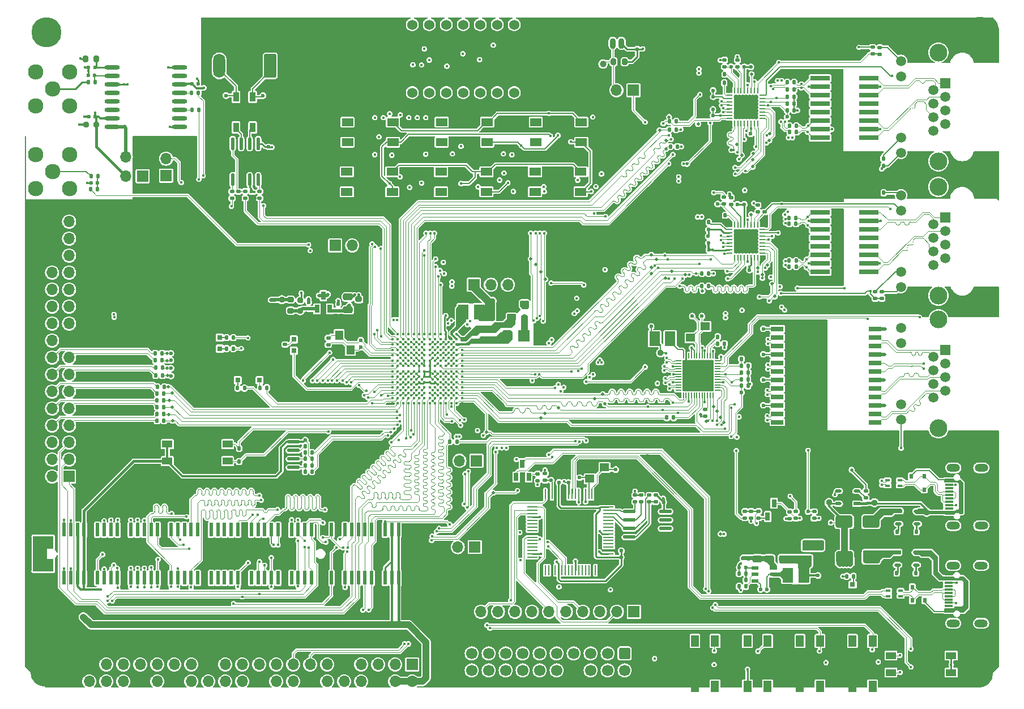
<source format=gbr>
G04 #@! TF.GenerationSoftware,KiCad,Pcbnew,7.0.9*
G04 #@! TF.CreationDate,2025-03-13T10:23:01+08:00*
G04 #@! TF.ProjectId,HPM5E00EVKRevC,48504d35-4530-4304-9556-4b526576432e,rev?*
G04 #@! TF.SameCoordinates,Original*
G04 #@! TF.FileFunction,Copper,L1,Top*
G04 #@! TF.FilePolarity,Positive*
%FSLAX46Y46*%
G04 Gerber Fmt 4.6, Leading zero omitted, Abs format (unit mm)*
G04 Created by KiCad (PCBNEW 7.0.9) date 2025-03-13 10:23:01*
%MOMM*%
%LPD*%
G01*
G04 APERTURE LIST*
G04 Aperture macros list*
%AMRoundRect*
0 Rectangle with rounded corners*
0 $1 Rounding radius*
0 $2 $3 $4 $5 $6 $7 $8 $9 X,Y pos of 4 corners*
0 Add a 4 corners polygon primitive as box body*
4,1,4,$2,$3,$4,$5,$6,$7,$8,$9,$2,$3,0*
0 Add four circle primitives for the rounded corners*
1,1,$1+$1,$2,$3*
1,1,$1+$1,$4,$5*
1,1,$1+$1,$6,$7*
1,1,$1+$1,$8,$9*
0 Add four rect primitives between the rounded corners*
20,1,$1+$1,$2,$3,$4,$5,0*
20,1,$1+$1,$4,$5,$6,$7,0*
20,1,$1+$1,$6,$7,$8,$9,0*
20,1,$1+$1,$8,$9,$2,$3,0*%
%AMFreePoly0*
4,1,21,1.542426,2.642426,1.560000,2.600000,1.560000,-2.600000,1.542426,-2.642426,1.500000,-2.660000,-1.500000,-2.660000,-1.542426,-2.642426,-1.560000,-2.600000,-1.560000,-0.800000,-1.542426,-0.757574,-1.500000,-0.740000,-0.560000,-0.740000,-0.560000,0.740000,-1.500000,0.740000,-1.542426,0.757574,-1.560000,0.800000,-1.560000,2.600000,-1.542426,2.642426,-1.500000,2.660000,1.500000,2.660000,
1.542426,2.642426,1.542426,2.642426,$1*%
G04 Aperture macros list end*
G04 #@! TA.AperFunction,SMDPad,CuDef*
%ADD10C,0.500000*%
G04 #@! TD*
G04 #@! TA.AperFunction,SMDPad,CuDef*
%ADD11C,0.600000*%
G04 #@! TD*
G04 #@! TA.AperFunction,SMDPad,CuDef*
%ADD12RoundRect,0.135000X-0.185000X0.135000X-0.185000X-0.135000X0.185000X-0.135000X0.185000X0.135000X0*%
G04 #@! TD*
G04 #@! TA.AperFunction,SMDPad,CuDef*
%ADD13RoundRect,0.135000X-0.135000X-0.185000X0.135000X-0.185000X0.135000X0.185000X-0.135000X0.185000X0*%
G04 #@! TD*
G04 #@! TA.AperFunction,SMDPad,CuDef*
%ADD14R,0.750000X0.400000*%
G04 #@! TD*
G04 #@! TA.AperFunction,SMDPad,CuDef*
%ADD15RoundRect,0.200000X0.275000X-0.200000X0.275000X0.200000X-0.275000X0.200000X-0.275000X-0.200000X0*%
G04 #@! TD*
G04 #@! TA.AperFunction,SMDPad,CuDef*
%ADD16R,2.921000X0.762000*%
G04 #@! TD*
G04 #@! TA.AperFunction,SMDPad,CuDef*
%ADD17R,3.000000X5.200000*%
G04 #@! TD*
G04 #@! TA.AperFunction,SMDPad,CuDef*
%ADD18FreePoly0,180.000000*%
G04 #@! TD*
G04 #@! TA.AperFunction,SMDPad,CuDef*
%ADD19R,0.550000X2.000000*%
G04 #@! TD*
G04 #@! TA.AperFunction,ComponentPad*
%ADD20R,1.700000X1.700000*%
G04 #@! TD*
G04 #@! TA.AperFunction,ComponentPad*
%ADD21O,1.700000X1.700000*%
G04 #@! TD*
G04 #@! TA.AperFunction,SMDPad,CuDef*
%ADD22R,1.400000X1.200000*%
G04 #@! TD*
G04 #@! TA.AperFunction,SMDPad,CuDef*
%ADD23RoundRect,0.250000X0.475000X-0.250000X0.475000X0.250000X-0.475000X0.250000X-0.475000X-0.250000X0*%
G04 #@! TD*
G04 #@! TA.AperFunction,SMDPad,CuDef*
%ADD24R,1.501100X1.099800*%
G04 #@! TD*
G04 #@! TA.AperFunction,SMDPad,CuDef*
%ADD25R,1.016000X0.508000*%
G04 #@! TD*
G04 #@! TA.AperFunction,SMDPad,CuDef*
%ADD26O,1.016000X0.508000*%
G04 #@! TD*
G04 #@! TA.AperFunction,ComponentPad*
%ADD27C,2.300000*%
G04 #@! TD*
G04 #@! TA.AperFunction,SMDPad,CuDef*
%ADD28RoundRect,0.135000X0.185000X-0.135000X0.185000X0.135000X-0.185000X0.135000X-0.185000X-0.135000X0*%
G04 #@! TD*
G04 #@! TA.AperFunction,SMDPad,CuDef*
%ADD29RoundRect,0.135000X0.135000X0.185000X-0.135000X0.185000X-0.135000X-0.185000X0.135000X-0.185000X0*%
G04 #@! TD*
G04 #@! TA.AperFunction,SMDPad,CuDef*
%ADD30R,1.198900X1.699300*%
G04 #@! TD*
G04 #@! TA.AperFunction,ComponentPad*
%ADD31C,4.500000*%
G04 #@! TD*
G04 #@! TA.AperFunction,SMDPad,CuDef*
%ADD32C,0.950000*%
G04 #@! TD*
G04 #@! TA.AperFunction,ComponentPad*
%ADD33O,2.000000X1.200000*%
G04 #@! TD*
G04 #@! TA.AperFunction,SMDPad,CuDef*
%ADD34R,1.300000X0.300000*%
G04 #@! TD*
G04 #@! TA.AperFunction,ComponentPad*
%ADD35C,2.642000*%
G04 #@! TD*
G04 #@! TA.AperFunction,ComponentPad*
%ADD36R,1.499000X1.499000*%
G04 #@! TD*
G04 #@! TA.AperFunction,ComponentPad*
%ADD37C,1.499000*%
G04 #@! TD*
G04 #@! TA.AperFunction,SMDPad,CuDef*
%ADD38C,1.000000*%
G04 #@! TD*
G04 #@! TA.AperFunction,SMDPad,CuDef*
%ADD39R,0.800100X0.800100*%
G04 #@! TD*
G04 #@! TA.AperFunction,SMDPad,CuDef*
%ADD40RoundRect,0.250000X-1.000000X-0.650000X1.000000X-0.650000X1.000000X0.650000X-1.000000X0.650000X0*%
G04 #@! TD*
G04 #@! TA.AperFunction,SMDPad,CuDef*
%ADD41R,1.000000X0.550000*%
G04 #@! TD*
G04 #@! TA.AperFunction,SMDPad,CuDef*
%ADD42R,0.250000X1.500000*%
G04 #@! TD*
G04 #@! TA.AperFunction,SMDPad,CuDef*
%ADD43R,1.500000X0.250000*%
G04 #@! TD*
G04 #@! TA.AperFunction,SMDPad,CuDef*
%ADD44RoundRect,0.050000X-0.375000X-0.050000X0.375000X-0.050000X0.375000X0.050000X-0.375000X0.050000X0*%
G04 #@! TD*
G04 #@! TA.AperFunction,SMDPad,CuDef*
%ADD45RoundRect,0.050000X-0.050000X-0.375000X0.050000X-0.375000X0.050000X0.375000X-0.050000X0.375000X0*%
G04 #@! TD*
G04 #@! TA.AperFunction,SMDPad,CuDef*
%ADD46R,4.191000X4.191000*%
G04 #@! TD*
G04 #@! TA.AperFunction,SMDPad,CuDef*
%ADD47RoundRect,0.250000X-0.475000X0.250000X-0.475000X-0.250000X0.475000X-0.250000X0.475000X0.250000X0*%
G04 #@! TD*
G04 #@! TA.AperFunction,SMDPad,CuDef*
%ADD48R,1.699300X1.198900*%
G04 #@! TD*
G04 #@! TA.AperFunction,SMDPad,CuDef*
%ADD49RoundRect,0.250000X-0.450000X0.262500X-0.450000X-0.262500X0.450000X-0.262500X0.450000X0.262500X0*%
G04 #@! TD*
G04 #@! TA.AperFunction,SMDPad,CuDef*
%ADD50C,0.400000*%
G04 #@! TD*
G04 #@! TA.AperFunction,SMDPad,CuDef*
%ADD51R,1.635000X2.160000*%
G04 #@! TD*
G04 #@! TA.AperFunction,SMDPad,CuDef*
%ADD52O,1.950000X0.568000*%
G04 #@! TD*
G04 #@! TA.AperFunction,ComponentPad*
%ADD53C,1.524000*%
G04 #@! TD*
G04 #@! TA.AperFunction,SMDPad,CuDef*
%ADD54O,0.568000X1.950000*%
G04 #@! TD*
G04 #@! TA.AperFunction,SMDPad,CuDef*
%ADD55RoundRect,0.200000X-0.200000X-0.275000X0.200000X-0.275000X0.200000X0.275000X-0.200000X0.275000X0*%
G04 #@! TD*
G04 #@! TA.AperFunction,ComponentPad*
%ADD56RoundRect,0.250000X-0.600000X0.600000X-0.600000X-0.600000X0.600000X-0.600000X0.600000X0.600000X0*%
G04 #@! TD*
G04 #@! TA.AperFunction,ComponentPad*
%ADD57C,1.700000*%
G04 #@! TD*
G04 #@! TA.AperFunction,SMDPad,CuDef*
%ADD58R,1.200000X1.400000*%
G04 #@! TD*
G04 #@! TA.AperFunction,SMDPad,CuDef*
%ADD59R,1.905000X0.759968*%
G04 #@! TD*
G04 #@! TA.AperFunction,SMDPad,CuDef*
%ADD60RoundRect,0.062500X-0.375000X-0.062500X0.375000X-0.062500X0.375000X0.062500X-0.375000X0.062500X0*%
G04 #@! TD*
G04 #@! TA.AperFunction,SMDPad,CuDef*
%ADD61RoundRect,0.062500X-0.062500X-0.375000X0.062500X-0.375000X0.062500X0.375000X-0.062500X0.375000X0*%
G04 #@! TD*
G04 #@! TA.AperFunction,SMDPad,CuDef*
%ADD62R,3.100000X3.100000*%
G04 #@! TD*
G04 #@! TA.AperFunction,SMDPad,CuDef*
%ADD63R,0.700000X1.250000*%
G04 #@! TD*
G04 #@! TA.AperFunction,ComponentPad*
%ADD64R,2.601000X1.600200*%
G04 #@! TD*
G04 #@! TA.AperFunction,SMDPad,CuDef*
%ADD65R,1.000000X0.700000*%
G04 #@! TD*
G04 #@! TA.AperFunction,SMDPad,CuDef*
%ADD66R,0.600000X0.700000*%
G04 #@! TD*
G04 #@! TA.AperFunction,SMDPad,CuDef*
%ADD67R,0.900000X1.400000*%
G04 #@! TD*
G04 #@! TA.AperFunction,SMDPad,CuDef*
%ADD68O,2.300000X0.600000*%
G04 #@! TD*
G04 #@! TA.AperFunction,ComponentPad*
%ADD69RoundRect,0.250000X0.650000X1.550000X-0.650000X1.550000X-0.650000X-1.550000X0.650000X-1.550000X0*%
G04 #@! TD*
G04 #@! TA.AperFunction,ComponentPad*
%ADD70O,1.800000X3.600000*%
G04 #@! TD*
G04 #@! TA.AperFunction,ComponentPad*
%ADD71R,0.900000X1.600000*%
G04 #@! TD*
G04 #@! TA.AperFunction,ComponentPad*
%ADD72O,0.900000X1.600000*%
G04 #@! TD*
G04 #@! TA.AperFunction,ViaPad*
%ADD73C,0.406400*%
G04 #@! TD*
G04 #@! TA.AperFunction,ViaPad*
%ADD74C,0.500000*%
G04 #@! TD*
G04 #@! TA.AperFunction,Conductor*
%ADD75C,0.203200*%
G04 #@! TD*
G04 #@! TA.AperFunction,Conductor*
%ADD76C,0.101600*%
G04 #@! TD*
G04 #@! TA.AperFunction,Conductor*
%ADD77C,0.300000*%
G04 #@! TD*
G04 #@! TA.AperFunction,Conductor*
%ADD78C,0.254000*%
G04 #@! TD*
G04 #@! TA.AperFunction,Conductor*
%ADD79C,0.250000*%
G04 #@! TD*
G04 #@! TA.AperFunction,Conductor*
%ADD80C,0.228600*%
G04 #@! TD*
G04 #@! TA.AperFunction,Conductor*
%ADD81C,0.200000*%
G04 #@! TD*
G04 #@! TA.AperFunction,Conductor*
%ADD82C,0.150000*%
G04 #@! TD*
G04 #@! TA.AperFunction,Conductor*
%ADD83C,0.381000*%
G04 #@! TD*
G04 #@! TA.AperFunction,Conductor*
%ADD84C,0.152400*%
G04 #@! TD*
G04 #@! TA.AperFunction,Conductor*
%ADD85C,0.304800*%
G04 #@! TD*
G04 #@! TA.AperFunction,Conductor*
%ADD86C,0.127000*%
G04 #@! TD*
G04 #@! TA.AperFunction,Conductor*
%ADD87C,0.400000*%
G04 #@! TD*
G04 #@! TA.AperFunction,Conductor*
%ADD88C,0.508000*%
G04 #@! TD*
G04 #@! TA.AperFunction,Conductor*
%ADD89C,1.000000*%
G04 #@! TD*
G04 #@! TA.AperFunction,Conductor*
%ADD90C,0.500000*%
G04 #@! TD*
G04 #@! TA.AperFunction,Conductor*
%ADD91C,0.114300*%
G04 #@! TD*
G04 #@! TA.AperFunction,Conductor*
%ADD92C,1.016000*%
G04 #@! TD*
G04 #@! TA.AperFunction,Conductor*
%ADD93C,0.177800*%
G04 #@! TD*
G04 APERTURE END LIST*
D10*
X173530000Y-73490000D03*
X179040000Y-112190000D03*
D11*
X176740000Y-85330000D03*
X175780000Y-85330000D03*
D12*
X183100000Y-125420000D03*
X183100000Y-126440000D03*
D10*
X184770000Y-90020000D03*
D13*
X181610000Y-106690000D03*
X182630000Y-106690000D03*
X84410000Y-75350000D03*
X85430000Y-75350000D03*
D11*
X96350000Y-101823334D03*
X97310000Y-101823334D03*
D14*
X205460000Y-138120000D03*
X203610000Y-138120000D03*
X203610000Y-137320000D03*
X205460000Y-137320000D03*
D15*
X124450000Y-95380000D03*
X124450000Y-93730000D03*
D11*
X182090000Y-79540000D03*
X182090000Y-78580000D03*
D10*
X180140000Y-71420000D03*
D16*
X193418600Y-80755380D03*
X193418600Y-82025380D03*
X193418600Y-83295380D03*
X193418600Y-84565380D03*
X193418600Y-85835380D03*
X193418600Y-87105380D03*
X193418600Y-88375380D03*
X193418600Y-89645380D03*
X200733800Y-89645380D03*
X200733800Y-88375380D03*
X200733800Y-87105380D03*
X200733800Y-85835380D03*
X200733800Y-84565380D03*
X200733800Y-83295380D03*
X200733800Y-82025380D03*
X200733800Y-80755380D03*
D17*
X133383000Y-131792600D03*
D18*
X77283000Y-131792600D03*
D19*
X130383000Y-135392600D03*
X129383000Y-135392600D03*
X128383000Y-135392600D03*
X127383000Y-135392600D03*
X126383000Y-135392600D03*
X125383000Y-135392600D03*
X124383000Y-135392600D03*
X123383000Y-135392600D03*
X122383000Y-135392600D03*
X121383000Y-135392600D03*
X120383000Y-135392600D03*
X117383000Y-135392600D03*
X116383000Y-135392600D03*
X115383000Y-135392600D03*
X114383000Y-135392600D03*
X113383000Y-135392600D03*
X112383000Y-135392600D03*
X111383000Y-135392600D03*
X110383000Y-135392600D03*
X109383000Y-135392600D03*
X108383000Y-135392600D03*
X107383000Y-135392600D03*
X106383000Y-135392600D03*
X105383000Y-135392600D03*
X104383000Y-135392600D03*
X103383000Y-135392600D03*
X102383000Y-135392600D03*
X101383000Y-135392600D03*
X100383000Y-135392600D03*
X99383000Y-135392600D03*
X98383000Y-135392600D03*
X97383000Y-135392600D03*
X96383000Y-135392600D03*
X95383000Y-135392600D03*
X94383000Y-135392600D03*
X93383000Y-135392600D03*
X92383000Y-135392600D03*
X91383000Y-135392600D03*
X90383000Y-135392600D03*
X89383000Y-135392600D03*
X88383000Y-135392600D03*
X87383000Y-135392600D03*
X86383000Y-135392600D03*
X85383000Y-135392600D03*
X84383000Y-135392600D03*
X83383000Y-135392600D03*
X82383000Y-135392600D03*
X81383000Y-135392600D03*
X80383000Y-135392600D03*
X130383000Y-128192600D03*
X129383000Y-128192600D03*
X128383000Y-128192600D03*
X127383000Y-128192600D03*
X126383000Y-128192600D03*
X125383000Y-128192600D03*
X124383000Y-128192600D03*
X123383000Y-128192600D03*
X122383000Y-128192600D03*
X121383000Y-128192600D03*
X120383000Y-128192600D03*
X117383000Y-128192600D03*
X116383000Y-128192600D03*
X115383000Y-128192600D03*
X114383000Y-128192600D03*
X113383000Y-128192600D03*
X112383000Y-128192600D03*
X111383000Y-128192600D03*
X110383000Y-128192600D03*
X109383000Y-128192600D03*
X108383000Y-128192600D03*
X107383000Y-128192600D03*
X106383000Y-128192600D03*
X105383000Y-128192600D03*
X104383000Y-128192600D03*
X103383000Y-128192600D03*
X102383000Y-128192600D03*
X101383000Y-128192600D03*
X100383000Y-128192600D03*
X99383000Y-128192600D03*
X98383000Y-128192600D03*
X97383000Y-128192600D03*
X96383000Y-128192600D03*
X95383000Y-128192600D03*
X94383000Y-128192600D03*
X93383000Y-128192600D03*
X92383000Y-128192600D03*
X91383000Y-128192600D03*
X90383000Y-128192600D03*
X89383000Y-128192600D03*
X88383000Y-128192600D03*
X87383000Y-128192600D03*
X86383000Y-128192600D03*
X85383000Y-128192600D03*
X84383000Y-128192600D03*
X83383000Y-128192600D03*
X82383000Y-128192600D03*
X81383000Y-128192600D03*
X80383000Y-128192600D03*
D13*
X116430000Y-119490000D03*
X117450000Y-119490000D03*
D20*
X149150000Y-99190000D03*
D21*
X146610000Y-99190000D03*
D11*
X144580000Y-93960000D03*
X145540000Y-93960000D03*
X182094200Y-58984800D03*
X182094200Y-58024800D03*
X155800000Y-121130000D03*
X155800000Y-120170000D03*
X174304728Y-96271600D03*
X173344728Y-96271600D03*
D22*
X174063167Y-99480923D03*
X176263167Y-99480923D03*
X176263167Y-97780923D03*
X174063167Y-97780923D03*
D11*
X178104000Y-79500000D03*
X178104000Y-78540000D03*
D13*
X178090000Y-100380000D03*
X179110000Y-100380000D03*
D23*
X185812000Y-132540000D03*
X185812000Y-130640000D03*
D13*
X188510000Y-61310000D03*
X189530000Y-61310000D03*
D10*
X185810000Y-69990000D03*
D24*
X213007100Y-149540400D03*
X213007100Y-147000400D03*
X204005300Y-147000400D03*
X204005300Y-149540400D03*
D11*
X182860000Y-89360000D03*
X182860000Y-90320000D03*
D25*
X198928900Y-124300010D03*
D26*
X198928900Y-123350000D03*
X198928900Y-122400014D03*
X196134900Y-122400014D03*
X196134900Y-124300010D03*
D11*
X121400000Y-95455000D03*
X121400000Y-94495000D03*
D13*
X84020000Y-61270000D03*
X85040000Y-61270000D03*
D27*
X76190000Y-77150000D03*
X76190000Y-72070000D03*
X81270000Y-72070000D03*
X81270000Y-77150000D03*
X78730000Y-74610000D03*
D13*
X181640000Y-104690000D03*
X182660000Y-104690000D03*
D10*
X183114000Y-81040000D03*
D28*
X105496668Y-78656666D03*
X105496668Y-77636666D03*
D29*
X205950000Y-128505000D03*
X204930000Y-128505000D03*
D30*
X174701100Y-144818500D03*
X174701100Y-151620700D03*
X177703300Y-151620700D03*
X177703300Y-144818500D03*
D29*
X182670000Y-102670000D03*
X181650000Y-102670000D03*
D10*
X180990000Y-70600000D03*
D29*
X189494000Y-65476666D03*
X188474000Y-65476666D03*
D28*
X152300000Y-120800000D03*
X152300000Y-119780000D03*
D12*
X168833250Y-123010000D03*
X168833250Y-124030000D03*
D13*
X175730000Y-89880000D03*
X176750000Y-89880000D03*
D11*
X154350000Y-121120000D03*
X154350000Y-120160000D03*
X177380000Y-65360000D03*
X176420000Y-65360000D03*
D10*
X169420000Y-68500000D03*
D11*
X116440000Y-114790000D03*
X117400000Y-114790000D03*
X177394000Y-66290000D03*
X176434000Y-66290000D03*
D28*
X151180000Y-120840000D03*
X151180000Y-119820000D03*
D24*
X95834100Y-115395000D03*
X95834100Y-117935000D03*
X104835900Y-117935000D03*
X104835900Y-115395000D03*
D10*
X184110000Y-89030000D03*
X177990000Y-110480000D03*
D11*
X176780000Y-86370000D03*
X175820000Y-86370000D03*
X176720000Y-83310000D03*
X175760000Y-83310000D03*
X163690000Y-131330000D03*
X164650000Y-131330000D03*
D12*
X166680000Y-123010000D03*
X166680000Y-124030000D03*
D31*
X217038200Y-149567000D03*
D28*
X182170000Y-126440000D03*
X182170000Y-125420000D03*
D25*
X205135200Y-125428400D03*
D26*
X205135200Y-126378410D03*
X205135200Y-127328396D03*
X207929200Y-127328396D03*
X207929200Y-125428400D03*
D13*
X116430000Y-115730000D03*
X117450000Y-115730000D03*
D23*
X188002000Y-132540000D03*
X188002000Y-130640000D03*
D10*
X151710000Y-111500000D03*
D30*
X198248024Y-144818500D03*
X198248024Y-151620700D03*
X201250224Y-151620700D03*
X201250224Y-144818500D03*
D10*
X96150000Y-108840000D03*
D13*
X94030000Y-102880000D03*
X95050000Y-102880000D03*
D10*
X186660000Y-93310000D03*
D28*
X189800000Y-126490000D03*
X189800000Y-125470000D03*
D32*
X209340000Y-125580000D03*
X209340000Y-127130000D03*
D10*
X176380000Y-111970000D03*
D33*
X213324550Y-127571000D03*
X213324650Y-118930800D03*
X217504550Y-127570900D03*
X217504650Y-118930700D03*
D34*
X212674450Y-126600700D03*
X212674450Y-125800600D03*
X212674450Y-124500600D03*
X212674450Y-123500600D03*
X212674450Y-123000800D03*
X212674450Y-122001000D03*
X212674650Y-120700500D03*
X212674450Y-119900700D03*
X212674450Y-120200700D03*
X212674650Y-121000800D03*
X212674450Y-121500600D03*
X212674450Y-122500600D03*
X212674450Y-124000800D03*
X212674450Y-125000800D03*
X212674450Y-125500600D03*
X212674450Y-126300700D03*
D31*
X77744600Y-53859800D03*
D10*
X159750000Y-108640000D03*
X168200000Y-88960000D03*
D32*
X203482299Y-131824699D03*
X203482299Y-133374699D03*
D35*
X211093000Y-93185600D03*
X211093000Y-76925600D03*
D36*
X212113000Y-81499600D03*
D37*
X210333000Y-82515600D03*
X212113000Y-83531600D03*
X210333000Y-84547600D03*
X212113000Y-85563600D03*
X210333000Y-86579600D03*
X212113000Y-87595600D03*
X210333000Y-88611600D03*
X205515000Y-89624600D03*
X205515000Y-91916600D03*
X205515000Y-78194600D03*
X205515000Y-80486600D03*
D38*
X160970000Y-58560000D03*
D39*
X101969100Y-101107775D03*
X103670900Y-101107775D03*
D11*
X181680000Y-107660000D03*
X182640000Y-107660000D03*
D10*
X186250000Y-91430000D03*
D40*
X197080000Y-132310000D03*
X201080000Y-132310000D03*
D11*
X184908628Y-101954000D03*
X183948628Y-101954000D03*
D28*
X192530000Y-126480000D03*
X192530000Y-125460000D03*
D29*
X95040000Y-101810000D03*
X94020000Y-101810000D03*
D10*
X160920000Y-107920000D03*
D30*
X190399048Y-144818500D03*
X190399048Y-151620700D03*
X193401248Y-151620700D03*
X193401248Y-144818500D03*
D41*
X186472000Y-135826000D03*
X186472000Y-134876000D03*
X186472000Y-133926000D03*
X183672000Y-133926000D03*
X183672000Y-134876000D03*
X183672000Y-135826000D03*
D31*
X77592200Y-149440000D03*
D42*
X159830500Y-122856700D03*
X159330501Y-122856700D03*
X158830500Y-122856700D03*
X158330501Y-122856700D03*
X157830499Y-122856700D03*
X157330500Y-122856700D03*
X156830501Y-122856700D03*
X156330500Y-122856700D03*
X155830501Y-122856700D03*
X155330499Y-122856700D03*
X154830500Y-122856700D03*
X154330501Y-122856700D03*
X153830499Y-122856700D03*
X153330500Y-122856700D03*
X152830499Y-122856700D03*
X152330500Y-122856700D03*
D43*
X150380501Y-124806698D03*
X150380501Y-125306697D03*
X150380501Y-125806699D03*
X150380501Y-126306698D03*
X150380501Y-126806700D03*
X150380501Y-127306699D03*
X150380501Y-127806698D03*
X150380501Y-128306699D03*
X150380501Y-128806698D03*
X150380501Y-129306700D03*
X150380501Y-129806699D03*
X150380501Y-130306698D03*
X150380501Y-130806699D03*
X150380501Y-131306698D03*
X150380501Y-131806700D03*
X150380501Y-132306699D03*
D42*
X152330500Y-134256697D03*
X152830499Y-134256697D03*
X153330500Y-134256697D03*
X153830499Y-134256697D03*
X154330501Y-134256697D03*
X154830500Y-134256697D03*
X155330499Y-134256697D03*
X155830501Y-134256697D03*
X156330500Y-134256697D03*
X156830501Y-134256697D03*
X157330500Y-134256697D03*
X157830499Y-134256697D03*
X158330501Y-134256697D03*
X158830500Y-134256697D03*
X159330501Y-134256697D03*
X159830500Y-134256697D03*
D43*
X161780499Y-132306699D03*
X161780499Y-131806700D03*
X161780499Y-131306698D03*
X161780499Y-130806699D03*
X161780499Y-130306698D03*
X161780499Y-129806699D03*
X161780499Y-129306700D03*
X161780499Y-128806698D03*
X161780499Y-128306699D03*
X161780499Y-127806698D03*
X161780499Y-127306699D03*
X161780499Y-126806700D03*
X161780499Y-126306698D03*
X161780499Y-125806699D03*
X161780499Y-125306697D03*
X161780499Y-124806698D03*
D10*
X95910000Y-105130000D03*
X143170000Y-93690000D03*
X177510000Y-109760000D03*
D23*
X184042000Y-132540000D03*
X184042000Y-130640000D03*
D13*
X178190000Y-81190000D03*
X179210000Y-81190000D03*
X99460000Y-62885000D03*
X100480000Y-62885000D03*
D10*
X95800000Y-102900000D03*
D44*
X172228528Y-102936423D03*
X172228528Y-103336423D03*
X172228528Y-103736423D03*
X172228528Y-104136423D03*
X172228528Y-104536423D03*
X172228528Y-104936423D03*
X172228528Y-105336423D03*
X172228528Y-105736423D03*
X172228528Y-106136423D03*
X172228528Y-106536423D03*
X172228528Y-106936423D03*
X172228528Y-107336423D03*
D45*
X172978528Y-108086423D03*
X173378528Y-108086423D03*
X173778528Y-108086423D03*
X174178528Y-108086423D03*
X174578528Y-108086423D03*
X174978528Y-108086423D03*
X175378528Y-108086423D03*
X175778528Y-108086423D03*
X176178528Y-108086423D03*
X176578528Y-108086423D03*
X176978528Y-108086423D03*
X177378528Y-108086423D03*
D44*
X178128528Y-107336423D03*
X178128528Y-106936423D03*
X178128528Y-106536423D03*
X178128528Y-106136423D03*
X178128528Y-105736423D03*
X178128528Y-105336423D03*
X178128528Y-104936423D03*
X178128528Y-104536423D03*
X178128528Y-104136423D03*
X178128528Y-103736423D03*
X178128528Y-103336423D03*
X178128528Y-102936423D03*
D45*
X177378528Y-102186423D03*
X176978528Y-102186423D03*
X176578528Y-102186423D03*
X176178528Y-102186423D03*
X175778528Y-102186423D03*
X175378528Y-102186423D03*
X174978528Y-102186423D03*
X174578528Y-102186423D03*
X174178528Y-102186423D03*
X173778528Y-102186423D03*
X173378528Y-102186423D03*
X172978528Y-102186423D03*
D46*
X175178528Y-105136423D03*
D47*
X193252000Y-130640000D03*
X193252000Y-132540000D03*
D13*
X178124000Y-60110000D03*
X179144000Y-60110000D03*
D10*
X183164000Y-60090000D03*
D12*
X181070000Y-57980000D03*
X181070000Y-59000000D03*
D11*
X108380000Y-78600000D03*
X108380000Y-77640000D03*
X157470000Y-120400000D03*
X157470000Y-119440000D03*
D10*
X183460000Y-71930000D03*
D13*
X171024000Y-70910000D03*
X172044000Y-70910000D03*
X188794580Y-88829420D03*
X189814580Y-88829420D03*
D29*
X205882299Y-134689699D03*
X204862299Y-134689699D03*
D48*
X136833350Y-70251100D03*
X143635550Y-70251100D03*
X143635550Y-67248900D03*
X136833350Y-67248900D03*
D20*
X92140000Y-75340000D03*
D21*
X89600000Y-75340000D03*
D49*
X191472000Y-130697500D03*
X191472000Y-132522500D03*
D13*
X94290000Y-110918800D03*
X95310000Y-110918800D03*
D50*
X139870000Y-109310000D03*
X139070000Y-109310000D03*
X138270000Y-109310000D03*
X137470000Y-109310000D03*
X136670000Y-109310000D03*
X135870000Y-109310000D03*
X135070000Y-109310000D03*
X134270000Y-109310000D03*
X133470000Y-109310000D03*
X132670000Y-109310000D03*
X131870000Y-109310000D03*
X131070000Y-109310000D03*
X130270000Y-109310000D03*
X129470000Y-109310000D03*
X139870000Y-108510000D03*
X139070000Y-108510000D03*
X138270000Y-108510000D03*
X137470000Y-108510000D03*
X136670000Y-108510000D03*
X135870000Y-108510000D03*
X135070000Y-108510000D03*
X134270000Y-108510000D03*
X133470000Y-108510000D03*
X132670000Y-108510000D03*
X131870000Y-108510000D03*
X131070000Y-108510000D03*
X130270000Y-108510000D03*
X129470000Y-108510000D03*
X139870000Y-107710000D03*
X139070000Y-107710000D03*
X138270000Y-107710000D03*
X137470000Y-107710000D03*
X136670000Y-107710000D03*
X135870000Y-107710000D03*
X135070000Y-107710000D03*
X134270000Y-107710000D03*
X133470000Y-107710000D03*
X132670000Y-107710000D03*
X131870000Y-107710000D03*
X131070000Y-107710000D03*
X130270000Y-107710000D03*
X129470000Y-107710000D03*
X139870000Y-106910000D03*
X139070000Y-106910000D03*
X138270000Y-106910000D03*
X137470000Y-106910000D03*
X136670000Y-106910000D03*
X135870000Y-106910000D03*
X135070000Y-106910000D03*
X134270000Y-106910000D03*
X133470000Y-106910000D03*
X132670000Y-106910000D03*
X131870000Y-106910000D03*
X131070000Y-106910000D03*
X130270000Y-106910000D03*
X129470000Y-106910000D03*
X139870000Y-106110000D03*
X139070000Y-106110000D03*
X138270000Y-106110000D03*
X137470000Y-106110000D03*
X136670000Y-106110000D03*
X135870000Y-106110000D03*
X135070000Y-106110000D03*
X134270000Y-106110000D03*
X133470000Y-106110000D03*
X132670000Y-106110000D03*
X131870000Y-106110000D03*
X131070000Y-106110000D03*
X130270000Y-106110000D03*
X129470000Y-106110000D03*
X139870000Y-105310000D03*
X139070000Y-105310000D03*
X138270000Y-105310000D03*
X137470000Y-105310000D03*
X136670000Y-105310000D03*
X135870000Y-105310000D03*
X135070000Y-105310000D03*
X134270000Y-105310000D03*
X133470000Y-105310000D03*
X132670000Y-105310000D03*
X131870000Y-105310000D03*
X131070000Y-105310000D03*
X130270000Y-105310000D03*
X129470000Y-105310000D03*
X139870000Y-104510000D03*
X139070000Y-104510000D03*
X138270000Y-104510000D03*
X137470000Y-104510000D03*
X136670000Y-104510000D03*
X135870000Y-104510000D03*
X135070000Y-104510000D03*
X134270000Y-104510000D03*
X133470000Y-104510000D03*
X132670000Y-104510000D03*
X131870000Y-104510000D03*
X131070000Y-104510000D03*
X130270000Y-104510000D03*
X129470000Y-104510000D03*
X139870000Y-103710000D03*
X139070000Y-103710000D03*
X138270000Y-103710000D03*
X137470000Y-103710000D03*
X136670000Y-103710000D03*
X135870000Y-103710000D03*
X135070000Y-103710000D03*
X134270000Y-103710000D03*
X133470000Y-103710000D03*
X132670000Y-103710000D03*
X131870000Y-103710000D03*
X131070000Y-103710000D03*
X130270000Y-103710000D03*
X129470000Y-103710000D03*
X139870000Y-102910000D03*
X139070000Y-102910000D03*
X138270000Y-102910000D03*
X137470000Y-102910000D03*
X136670000Y-102910000D03*
X135870000Y-102910000D03*
X135070000Y-102910000D03*
X134270000Y-102910000D03*
X133470000Y-102910000D03*
X132670000Y-102910000D03*
X131870000Y-102910000D03*
X131070000Y-102910000D03*
X130270000Y-102910000D03*
X129470000Y-102910000D03*
X139870000Y-102110000D03*
X139070000Y-102110000D03*
X138270000Y-102110000D03*
X137470000Y-102110000D03*
X136670000Y-102110000D03*
X135870000Y-102110000D03*
X135070000Y-102110000D03*
X134270000Y-102110000D03*
X133470000Y-102110000D03*
X132670000Y-102110000D03*
X131870000Y-102110000D03*
X131070000Y-102110000D03*
X130270000Y-102110000D03*
X129470000Y-102110000D03*
X139870000Y-101310000D03*
X139070000Y-101310000D03*
X138270000Y-101310000D03*
X137470000Y-101310000D03*
X136670000Y-101310000D03*
X135870000Y-101310000D03*
X135070000Y-101310000D03*
X134270000Y-101310000D03*
X133470000Y-101310000D03*
X132670000Y-101310000D03*
X131870000Y-101310000D03*
X131070000Y-101310000D03*
X130270000Y-101310000D03*
X129470000Y-101310000D03*
X139870000Y-100510000D03*
X139070000Y-100510000D03*
X138270000Y-100510000D03*
X137470000Y-100510000D03*
X136670000Y-100510000D03*
X135870000Y-100510000D03*
X135070000Y-100510000D03*
X134270000Y-100510000D03*
X133470000Y-100510000D03*
X132670000Y-100510000D03*
X131870000Y-100510000D03*
X131070000Y-100510000D03*
X130270000Y-100510000D03*
X129470000Y-100510000D03*
X139870000Y-99710000D03*
X139070000Y-99710000D03*
X138270000Y-99710000D03*
X137470000Y-99710000D03*
X136670000Y-99710000D03*
X135870000Y-99710000D03*
X135070000Y-99710000D03*
X134270000Y-99710000D03*
X133470000Y-99710000D03*
X132670000Y-99710000D03*
X131870000Y-99710000D03*
X131070000Y-99710000D03*
X130270000Y-99710000D03*
X129470000Y-99710000D03*
X139870000Y-98910000D03*
X139070000Y-98910000D03*
X138270000Y-98910000D03*
X137470000Y-98910000D03*
X136670000Y-98910000D03*
X135870000Y-98910000D03*
X135070000Y-98910000D03*
X134270000Y-98910000D03*
X133470000Y-98910000D03*
X132670000Y-98910000D03*
X131870000Y-98910000D03*
X131070000Y-98910000D03*
X130270000Y-98910000D03*
X129470000Y-98910000D03*
D32*
X144215000Y-96350000D03*
X145765000Y-96350000D03*
D11*
X104620000Y-63275000D03*
X104620000Y-64235000D03*
D51*
X171008000Y-99640000D03*
X168672000Y-99640000D03*
D13*
X94298000Y-108820000D03*
X95318000Y-108820000D03*
D48*
X150907800Y-70251100D03*
X157710000Y-70251100D03*
X157710000Y-67248900D03*
X150907800Y-67248900D03*
D11*
X180110000Y-58950000D03*
X180110000Y-57990000D03*
D10*
X175810000Y-92500000D03*
X183350000Y-73920000D03*
D11*
X85075000Y-66420000D03*
X84115000Y-66420000D03*
D28*
X113430000Y-101520000D03*
X113430000Y-100500000D03*
D29*
X85350000Y-77280000D03*
X84330000Y-77280000D03*
D28*
X179130000Y-58980000D03*
X179130000Y-57960000D03*
D13*
X188794000Y-81560000D03*
X189814000Y-81560000D03*
D28*
X109630000Y-78630000D03*
X109630000Y-77610000D03*
D32*
X144200000Y-99825000D03*
X144200000Y-98275000D03*
D12*
X165743250Y-123020000D03*
X165743250Y-124040000D03*
D29*
X202890000Y-72700000D03*
X201870000Y-72700000D03*
D10*
X168180000Y-87110000D03*
D15*
X114270000Y-95440000D03*
X114270000Y-93790000D03*
D32*
X143000000Y-99855000D03*
X143000000Y-98305000D03*
D52*
X109290000Y-115070000D03*
X109290000Y-116340000D03*
X109290000Y-117610000D03*
X109290000Y-118880000D03*
X114700000Y-118880000D03*
X114700000Y-117610000D03*
X114700000Y-116340000D03*
X114700000Y-115070000D03*
D12*
X201650000Y-92630000D03*
X201650000Y-93650000D03*
D11*
X110960000Y-70960000D03*
X110960000Y-70000000D03*
D20*
X92165000Y-72440000D03*
D21*
X89625000Y-72440000D03*
D53*
X132450000Y-62840000D03*
X134990000Y-62840000D03*
X137530000Y-62840000D03*
X140070000Y-62840000D03*
X142610000Y-62840000D03*
X145150000Y-62840000D03*
X147690000Y-62840000D03*
X147690000Y-52680000D03*
X145150000Y-52680000D03*
X142610000Y-52680000D03*
X140070000Y-52680000D03*
X137530000Y-52680000D03*
X134990000Y-52680000D03*
X132450000Y-52680000D03*
D39*
X108054525Y-105840000D03*
X106352725Y-105840000D03*
D13*
X94298000Y-109833200D03*
X95318000Y-109833200D03*
D12*
X202660000Y-92620000D03*
X202660000Y-93640000D03*
D32*
X144205000Y-95110000D03*
X145755000Y-95110000D03*
D11*
X96370000Y-104040000D03*
X97330000Y-104040000D03*
D10*
X185520000Y-88630000D03*
X181700000Y-72230000D03*
D11*
X181340000Y-133810000D03*
X182300000Y-133810000D03*
D10*
X173260000Y-90070000D03*
D11*
X175730000Y-84320000D03*
X176690000Y-84320000D03*
D16*
X193418600Y-60671600D03*
X193418600Y-61941600D03*
X193418600Y-63211600D03*
X193418600Y-64481600D03*
X193418600Y-65751600D03*
X193418600Y-67021600D03*
X193418600Y-68291600D03*
X193418600Y-69561600D03*
X200733800Y-69561600D03*
X200733800Y-68291600D03*
X200733800Y-67021600D03*
X200733800Y-65751600D03*
X200733800Y-64481600D03*
X200733800Y-63211600D03*
X200733800Y-61941600D03*
X200733800Y-60671600D03*
D12*
X180120000Y-78520000D03*
X180120000Y-79540000D03*
D10*
X183330000Y-72910000D03*
D13*
X94306000Y-107835600D03*
X95326000Y-107835600D03*
D32*
X209002299Y-131749699D03*
X209002299Y-133299699D03*
D54*
X105600000Y-75870000D03*
X106870000Y-75870000D03*
X108140000Y-75870000D03*
X109410000Y-75870000D03*
X109410000Y-70460000D03*
X108140000Y-70460000D03*
X106870000Y-70460000D03*
X105600000Y-70460000D03*
D13*
X206800000Y-128505000D03*
X207820000Y-128505000D03*
X188493998Y-63480000D03*
X189513998Y-63480000D03*
D12*
X201270000Y-56050000D03*
X201270000Y-57070000D03*
D13*
X188487332Y-64483333D03*
X189507332Y-64483333D03*
D11*
X184908628Y-98144000D03*
X183948628Y-98144000D03*
D32*
X169570000Y-101770000D03*
X168020000Y-101770000D03*
D55*
X83600000Y-57770000D03*
X85250000Y-57770000D03*
D10*
X95950000Y-106840000D03*
D29*
X95340000Y-106860000D03*
X94320000Y-106860000D03*
D10*
X175590000Y-110990000D03*
X170830000Y-66500000D03*
D52*
X164888250Y-125481500D03*
X164888250Y-126751500D03*
X164888250Y-128021500D03*
X164888250Y-129291500D03*
X170298250Y-129291500D03*
X170298250Y-128021500D03*
X170298250Y-126751500D03*
X170298250Y-125481500D03*
D56*
X164190000Y-146690000D03*
D57*
X164190000Y-149230000D03*
X161650000Y-146690000D03*
X161650000Y-149230000D03*
X159110000Y-146690000D03*
X159110000Y-149230000D03*
X156570000Y-146690000D03*
X156570000Y-149230000D03*
X154030000Y-146690000D03*
X154030000Y-149230000D03*
X151490000Y-146690000D03*
X151490000Y-149230000D03*
X148950000Y-146690000D03*
X148950000Y-149230000D03*
X146410000Y-146690000D03*
X146410000Y-149230000D03*
X143870000Y-146690000D03*
X143870000Y-149230000D03*
X141330000Y-146690000D03*
X141330000Y-149230000D03*
D29*
X117450000Y-118550000D03*
X116430000Y-118550000D03*
D28*
X176230000Y-111220000D03*
X176230000Y-110200000D03*
X185130000Y-80670000D03*
X185130000Y-79650000D03*
D29*
X182320000Y-134740000D03*
X181300000Y-134740000D03*
D22*
X158970000Y-120570000D03*
X161170000Y-120570000D03*
X161170000Y-118870000D03*
X158970000Y-118870000D03*
D20*
X165575200Y-140454400D03*
D21*
X163035200Y-140454400D03*
X160495200Y-140454400D03*
X157955200Y-140454400D03*
X155415200Y-140454400D03*
X152875200Y-140454400D03*
X150335200Y-140454400D03*
X147795200Y-140454400D03*
X145255200Y-140454400D03*
X142715200Y-140454400D03*
D11*
X84970000Y-60230000D03*
X84010000Y-60230000D03*
D10*
X152290000Y-110780000D03*
D11*
X183010000Y-69010000D03*
X183010000Y-69970000D03*
D20*
X141660000Y-91570000D03*
D21*
X144200000Y-91570000D03*
X146740000Y-91570000D03*
D11*
X124752800Y-100896600D03*
X124752800Y-101856600D03*
D58*
X121502800Y-99076600D03*
X121502800Y-101276600D03*
X123202800Y-101276600D03*
X123202800Y-99076600D03*
D13*
X106569450Y-118005000D03*
X107589450Y-118005000D03*
D59*
X187014928Y-98144000D03*
X187014928Y-99414000D03*
X187014928Y-100684000D03*
X187014928Y-101954000D03*
X187014928Y-103224000D03*
X187014928Y-104494000D03*
X187014928Y-105764000D03*
X187014928Y-107034000D03*
X187014928Y-108304000D03*
X187014928Y-109574000D03*
X187014928Y-110844000D03*
X187014928Y-112114000D03*
X201619928Y-112114000D03*
X201619928Y-110844000D03*
X201619928Y-109574000D03*
X201619928Y-108304000D03*
X201619928Y-107034000D03*
X201619928Y-105764000D03*
X201619928Y-104494000D03*
X201619928Y-103224000D03*
X201619928Y-101954000D03*
X201619928Y-100684000D03*
X201619928Y-99414000D03*
X201619928Y-98144000D03*
D11*
X99530000Y-61510000D03*
X100490000Y-61510000D03*
D33*
X213304100Y-142188899D03*
X213304200Y-133548699D03*
X217484100Y-142188799D03*
X217484200Y-133548599D03*
D34*
X212654000Y-141218599D03*
X212654000Y-140418499D03*
X212654000Y-139118499D03*
X212654000Y-138118499D03*
X212654000Y-137618699D03*
X212654000Y-136618899D03*
X212654200Y-135318399D03*
X212654000Y-134518599D03*
X212654000Y-134818599D03*
X212654200Y-135618699D03*
X212654000Y-136118499D03*
X212654000Y-137118499D03*
X212654000Y-138618699D03*
X212654000Y-139618699D03*
X212654000Y-140118499D03*
X212654000Y-140918599D03*
D60*
X179906700Y-83309380D03*
X179906700Y-83809380D03*
X179906700Y-84309380D03*
X179906700Y-84809380D03*
X179906700Y-85309380D03*
X179906700Y-85809380D03*
X179906700Y-86309380D03*
X179906700Y-86809380D03*
D61*
X180594200Y-87496880D03*
X181094200Y-87496880D03*
X181594200Y-87496880D03*
X182094200Y-87496880D03*
X182594200Y-87496880D03*
X183094200Y-87496880D03*
X183594200Y-87496880D03*
X184094200Y-87496880D03*
D60*
X184781700Y-86809380D03*
X184781700Y-86309380D03*
X184781700Y-85809380D03*
X184781700Y-85309380D03*
X184781700Y-84809380D03*
X184781700Y-84309380D03*
X184781700Y-83809380D03*
X184781700Y-83309380D03*
D61*
X184094200Y-82621880D03*
X183594200Y-82621880D03*
X183094200Y-82621880D03*
X182594200Y-82621880D03*
X182094200Y-82621880D03*
X181594200Y-82621880D03*
X181094200Y-82621880D03*
X180594200Y-82621880D03*
D62*
X182344200Y-85059380D03*
D11*
X182742000Y-132540000D03*
X182742000Y-131580000D03*
D35*
X211115528Y-113015423D03*
X211115528Y-96755423D03*
D36*
X212135528Y-101329423D03*
D37*
X210355528Y-102345423D03*
X212135528Y-103361423D03*
X210355528Y-104377423D03*
X212135528Y-105393423D03*
X210355528Y-106409423D03*
X212135528Y-107425423D03*
X210355528Y-108441423D03*
X205537528Y-98024423D03*
X205537528Y-100316423D03*
X205537528Y-109454423D03*
X205537528Y-111746423D03*
D11*
X184908628Y-105764000D03*
X183948628Y-105764000D03*
D29*
X179120000Y-99340000D03*
X178100000Y-99340000D03*
D20*
X142030000Y-117890000D03*
D21*
X139490000Y-117890000D03*
D11*
X85370000Y-76350000D03*
X84410000Y-76350000D03*
X85010000Y-59085000D03*
X84050000Y-59085000D03*
D29*
X171884000Y-67140000D03*
X170864000Y-67140000D03*
D10*
X96610000Y-111910000D03*
D13*
X188794580Y-87949420D03*
X189814580Y-87949420D03*
D14*
X205328749Y-121600000D03*
X203478749Y-121600000D03*
X203478749Y-120800000D03*
X205328749Y-120800000D03*
D11*
X176480000Y-62520000D03*
X177440000Y-62520000D03*
D32*
X201520000Y-124155000D03*
X201520000Y-122605000D03*
X115700000Y-95440000D03*
X115700000Y-93890000D03*
D31*
X217317600Y-53758200D03*
D51*
X142438000Y-95610000D03*
X140102000Y-95610000D03*
D10*
X96590000Y-109850000D03*
D20*
X132423200Y-148341600D03*
D21*
X132423200Y-150881600D03*
X129883200Y-148341600D03*
X129883200Y-150881600D03*
X127343200Y-148341600D03*
X127343200Y-150881600D03*
X124803200Y-148341600D03*
X124803200Y-150881600D03*
X122263200Y-148341600D03*
X122263200Y-150881600D03*
X119723200Y-148341600D03*
X119723200Y-150881600D03*
X117183200Y-148341600D03*
X117183200Y-150881600D03*
X114643200Y-148341600D03*
X114643200Y-150881600D03*
X112103200Y-148341600D03*
X112103200Y-150881600D03*
X109563200Y-148341600D03*
X109563200Y-150881600D03*
X107023200Y-148341600D03*
X107023200Y-150881600D03*
X104483200Y-148341600D03*
X104483200Y-150881600D03*
X101943200Y-148341600D03*
X101943200Y-150881600D03*
X99403200Y-148341600D03*
X99403200Y-150881600D03*
X96863200Y-148341600D03*
X96863200Y-150881600D03*
X94323200Y-148341600D03*
X94323200Y-150881600D03*
X91783200Y-148341600D03*
X91783200Y-150881600D03*
X89243200Y-148341600D03*
X89243200Y-150881600D03*
X86703200Y-148341600D03*
X86703200Y-150881600D03*
X84163200Y-148341600D03*
X84163200Y-150881600D03*
D63*
X147970000Y-120320000D03*
X149870000Y-120320000D03*
X148920000Y-118320000D03*
D10*
X96570000Y-107790000D03*
D13*
X106330000Y-107020000D03*
X107350000Y-107020000D03*
D32*
X194731900Y-124125012D03*
X194731900Y-122575012D03*
D29*
X202920000Y-73760000D03*
X201900000Y-73760000D03*
D60*
X179906700Y-63225600D03*
X179906700Y-63725600D03*
X179906700Y-64225600D03*
X179906700Y-64725600D03*
X179906700Y-65225600D03*
X179906700Y-65725600D03*
X179906700Y-66225600D03*
X179906700Y-66725600D03*
D61*
X180594200Y-67413100D03*
X181094200Y-67413100D03*
X181594200Y-67413100D03*
X182094200Y-67413100D03*
X182594200Y-67413100D03*
X183094200Y-67413100D03*
X183594200Y-67413100D03*
X184094200Y-67413100D03*
D60*
X184781700Y-66725600D03*
X184781700Y-66225600D03*
X184781700Y-65725600D03*
X184781700Y-65225600D03*
X184781700Y-64725600D03*
X184781700Y-64225600D03*
X184781700Y-63725600D03*
X184781700Y-63225600D03*
D61*
X184094200Y-62538100D03*
X183594200Y-62538100D03*
X183094200Y-62538100D03*
X182594200Y-62538100D03*
X182094200Y-62538100D03*
X181594200Y-62538100D03*
X181094200Y-62538100D03*
X180594200Y-62538100D03*
D62*
X182344200Y-64975600D03*
D10*
X96080000Y-110930000D03*
D11*
X191610000Y-125470000D03*
X191610000Y-126430000D03*
D13*
X94060000Y-105130000D03*
X95080000Y-105130000D03*
D11*
X184908628Y-109574000D03*
X183948628Y-109574000D03*
D39*
X114730000Y-99739100D03*
X114730000Y-101440900D03*
D20*
X120930000Y-85685000D03*
D21*
X123470000Y-85685000D03*
D11*
X116950000Y-95145000D03*
X116950000Y-94185000D03*
X96350000Y-102880000D03*
X97310000Y-102880000D03*
D28*
X107460000Y-78630000D03*
X107460000Y-77610000D03*
D64*
X168059675Y-135239025D03*
D12*
X202330000Y-56080000D03*
X202330000Y-57100000D03*
D11*
X124752800Y-99856600D03*
X124752800Y-98896600D03*
D13*
X188794000Y-82450000D03*
X189814000Y-82450000D03*
X188854000Y-67820000D03*
X189874000Y-67820000D03*
D65*
X207253749Y-122200000D03*
D66*
X208953749Y-122200000D03*
X208953749Y-120200000D03*
X207053749Y-120200000D03*
D11*
X177450000Y-63450000D03*
X176490000Y-63450000D03*
D10*
X185900000Y-68980000D03*
D12*
X119880000Y-99500000D03*
X119880000Y-100520000D03*
D13*
X104685550Y-101107775D03*
X105705550Y-101107775D03*
D11*
X183060000Y-58030000D03*
X183060000Y-58990000D03*
D10*
X143560000Y-113600000D03*
D29*
X117450000Y-117610000D03*
X116430000Y-117610000D03*
D23*
X189712000Y-132540000D03*
X189712000Y-130640000D03*
D11*
X181050000Y-78560000D03*
X181050000Y-79520000D03*
D13*
X181610000Y-105685856D03*
X182630000Y-105685856D03*
D12*
X188860000Y-125500000D03*
X188860000Y-126520000D03*
D13*
X94300000Y-111918800D03*
X95320000Y-111918800D03*
D10*
X195020000Y-127120000D03*
D35*
X211093000Y-73101820D03*
X211093000Y-56841820D03*
D36*
X212113000Y-61415820D03*
D37*
X210333000Y-62431820D03*
X212113000Y-63447820D03*
X210333000Y-64463820D03*
X212113000Y-65479820D03*
X210333000Y-66495820D03*
X212113000Y-67511820D03*
X210333000Y-68527820D03*
X205515000Y-69540820D03*
X205515000Y-71832820D03*
X205515000Y-58110820D03*
X205515000Y-60402820D03*
D11*
X168150000Y-97790000D03*
X169110000Y-97790000D03*
D13*
X170500000Y-111420000D03*
X171520000Y-111420000D03*
X181300000Y-135700000D03*
X182320000Y-135700000D03*
D51*
X188624000Y-135040000D03*
X190960000Y-135040000D03*
D67*
X106088500Y-68045000D03*
X108588500Y-68045000D03*
X108588500Y-63485000D03*
X106088500Y-63485000D03*
D10*
X168220000Y-89920000D03*
D63*
X118203800Y-95177450D03*
X120103800Y-95177450D03*
X119153800Y-93177450D03*
D32*
X112940000Y-93820000D03*
X112940000Y-95370000D03*
D48*
X150807800Y-77671100D03*
X157610000Y-77671100D03*
X157610000Y-74668900D03*
X150807800Y-74668900D03*
D10*
X95780000Y-101820000D03*
D39*
X111320000Y-105840000D03*
X109618200Y-105840000D03*
D13*
X206702299Y-134689699D03*
X207722299Y-134689699D03*
D28*
X200240000Y-123430000D03*
X200240000Y-122410000D03*
D63*
X185580000Y-126224900D03*
X187480000Y-126224900D03*
X186530000Y-124224900D03*
D10*
X171260000Y-89560000D03*
X144540000Y-122650000D03*
X170270000Y-90590000D03*
D65*
X208900000Y-136760000D03*
D66*
X207200000Y-136760000D03*
X207200000Y-138760000D03*
X209100000Y-138760000D03*
D48*
X122758900Y-70251100D03*
X129561100Y-70251100D03*
X129561100Y-67248900D03*
X122758900Y-67248900D03*
D10*
X170360000Y-71260000D03*
D32*
X85213000Y-67605000D03*
X83663000Y-67605000D03*
D20*
X165515000Y-62480000D03*
D21*
X162975000Y-62480000D03*
D11*
X163670000Y-132290000D03*
X164630000Y-132290000D03*
D20*
X81142200Y-120223400D03*
D21*
X78602200Y-120223400D03*
X81142200Y-117683400D03*
X78602200Y-117683400D03*
X81142200Y-115143400D03*
X78602200Y-115143400D03*
X81142200Y-112603400D03*
X78602200Y-112603400D03*
X81142200Y-110063400D03*
X78602200Y-110063400D03*
X81142200Y-107523400D03*
X78602200Y-107523400D03*
X81142200Y-104983400D03*
X78602200Y-104983400D03*
X81142200Y-102443400D03*
X78602200Y-102443400D03*
X81142200Y-99903400D03*
X78602200Y-99903400D03*
X81142200Y-97363400D03*
X78602200Y-97363400D03*
X81142200Y-94823400D03*
X78602200Y-94823400D03*
X81142200Y-92283400D03*
X78602200Y-92283400D03*
X81142200Y-89743400D03*
X78602200Y-89743400D03*
X81142200Y-87203400D03*
X78602200Y-87203400D03*
X81142200Y-84663400D03*
X78602200Y-84663400D03*
X81142200Y-82123400D03*
X78602200Y-82123400D03*
D29*
X117450000Y-116670000D03*
X116430000Y-116670000D03*
D10*
X168910000Y-87730000D03*
D11*
X96370000Y-105180000D03*
X97330000Y-105180000D03*
D29*
X182690000Y-103686234D03*
X181670000Y-103686234D03*
D68*
X87620000Y-59080000D03*
X87620000Y-60350000D03*
X87620000Y-61620000D03*
X87620000Y-62890000D03*
X87620000Y-64160000D03*
X87620000Y-65430000D03*
X87620000Y-66700000D03*
X87620000Y-67970000D03*
X97620000Y-67970000D03*
X97620000Y-66700000D03*
X97620000Y-65430000D03*
X97620000Y-64160000D03*
X97620000Y-62890000D03*
X97620000Y-61620000D03*
X97620000Y-60350000D03*
X97620000Y-59080000D03*
D11*
X110140000Y-64240000D03*
X110140000Y-63280000D03*
D39*
X101933550Y-99467775D03*
X103635350Y-99467775D03*
D11*
X193110000Y-135040000D03*
X193110000Y-134080000D03*
X170013250Y-124064400D03*
X170973250Y-124064400D03*
X184520000Y-137100000D03*
X185480000Y-137100000D03*
D10*
X150160000Y-87720000D03*
D55*
X162535000Y-58220000D03*
X164185000Y-58220000D03*
D48*
X136733350Y-77671100D03*
X143535550Y-77671100D03*
X143535550Y-74668900D03*
X136733350Y-74668900D03*
D10*
X178550000Y-111360000D03*
X178550000Y-128810000D03*
X154290000Y-109990000D03*
D11*
X141970000Y-99920000D03*
X141970000Y-98960000D03*
D28*
X184212000Y-126440000D03*
X184212000Y-125420000D03*
D40*
X197010000Y-127000000D03*
X201010000Y-127000000D03*
D10*
X161240000Y-109390000D03*
D69*
X111223100Y-58830800D03*
D70*
X107413100Y-58830800D03*
X103603100Y-58830800D03*
D28*
X184120000Y-80680000D03*
X184120000Y-79660000D03*
D25*
X204993399Y-131560000D03*
D26*
X204993399Y-132510010D03*
X204993399Y-133459996D03*
X207787399Y-133459996D03*
X207787399Y-131560000D03*
D29*
X176770000Y-82210000D03*
X175750000Y-82210000D03*
D49*
X147290000Y-94597500D03*
X147290000Y-96422500D03*
D20*
X141785000Y-130780000D03*
D21*
X139245000Y-130780000D03*
D39*
X196569100Y-136390000D03*
X198270900Y-136390000D03*
D29*
X95090000Y-103940000D03*
X94070000Y-103940000D03*
D13*
X188510000Y-62380000D03*
X189530000Y-62380000D03*
D11*
X162850000Y-119200000D03*
X162850000Y-120160000D03*
D48*
X122658900Y-77671100D03*
X129461100Y-77671100D03*
X129461100Y-74668900D03*
X122658900Y-74668900D03*
D10*
X151630000Y-89610000D03*
D13*
X188854000Y-68730000D03*
X189874000Y-68730000D03*
D15*
X149240000Y-96450000D03*
X149240000Y-94800000D03*
D13*
X181290000Y-136650000D03*
X182310000Y-136650000D03*
D64*
X171859675Y-52549025D03*
D20*
X95645000Y-75255000D03*
D21*
X95645000Y-72715000D03*
D29*
X198390000Y-135150000D03*
X197370000Y-135150000D03*
D13*
X99540000Y-65435000D03*
X100560000Y-65435000D03*
D11*
X153220000Y-120800000D03*
X153220000Y-119840000D03*
D71*
X161160000Y-55470000D03*
D72*
X162430000Y-55470000D03*
X163700000Y-55470000D03*
D11*
X188510666Y-66470000D03*
X189470666Y-66470000D03*
D13*
X106569450Y-116015000D03*
X107589450Y-116015000D03*
X175740000Y-91790000D03*
X176760000Y-91790000D03*
D12*
X167883250Y-123010000D03*
X167883250Y-124030000D03*
D30*
X182550074Y-144818500D03*
X182550074Y-151620700D03*
X185552274Y-151620700D03*
X185552274Y-144818500D03*
D32*
X203680000Y-125570000D03*
X203680000Y-127120000D03*
D28*
X106463334Y-78653334D03*
X106463334Y-77633334D03*
D29*
X139100000Y-115010000D03*
X138080000Y-115010000D03*
D13*
X104650000Y-99467775D03*
X105670000Y-99467775D03*
X170864000Y-68355000D03*
X171884000Y-68355000D03*
D28*
X179024000Y-79510000D03*
X179024000Y-78490000D03*
D10*
X95810000Y-104040000D03*
X150900000Y-88550000D03*
D27*
X76190000Y-64800000D03*
X76190000Y-59720000D03*
X81270000Y-59720000D03*
X81270000Y-64800000D03*
X78730000Y-62260000D03*
D11*
X166100000Y-56340000D03*
X166100000Y-55380000D03*
D29*
X202920000Y-77820000D03*
X201900000Y-77820000D03*
D11*
X175744728Y-96271600D03*
X176704728Y-96271600D03*
D13*
X109707250Y-106950000D03*
X110727250Y-106950000D03*
D23*
X122840000Y-95295000D03*
X122840000Y-93395000D03*
D10*
X152310000Y-90710000D03*
D29*
X179080000Y-61390000D03*
X178060000Y-61390000D03*
D10*
X170370000Y-69990000D03*
D73*
X125180000Y-95390000D03*
X136420000Y-142770000D03*
X143110000Y-107740000D03*
X108990000Y-78610000D03*
X147220000Y-116940000D03*
X92070000Y-123810000D03*
X109380000Y-119440000D03*
X194050728Y-107719800D03*
X219464100Y-139418499D03*
X193960000Y-52540000D03*
X209430000Y-127960000D03*
X117600000Y-101660000D03*
X75560000Y-83470000D03*
X103470000Y-102900000D03*
X200770000Y-129010000D03*
X142530000Y-124740000D03*
X206270000Y-141560000D03*
X193430000Y-136010000D03*
X165250000Y-131330000D03*
X85050000Y-125040000D03*
X146065000Y-93370000D03*
X91115604Y-113301989D03*
X176000000Y-55050000D03*
X95050000Y-70440000D03*
X139280000Y-110040000D03*
X86010000Y-112740000D03*
X181080000Y-52510000D03*
X190210000Y-120970000D03*
X204140000Y-115140000D03*
X163860000Y-71290000D03*
X74920000Y-99320000D03*
X74940000Y-123760000D03*
X183614200Y-63705600D03*
X113210000Y-94740000D03*
X98520000Y-113690000D03*
X126760000Y-79980000D03*
X177640000Y-96990000D03*
X146267500Y-94597500D03*
X147335000Y-93800000D03*
X204370000Y-126640000D03*
X115600000Y-67470000D03*
X160900000Y-88040000D03*
X186630000Y-128310000D03*
X206370000Y-129110000D03*
X138960000Y-144040000D03*
X196090000Y-119160000D03*
X189050000Y-95180000D03*
X105270000Y-82320000D03*
X97610000Y-79890000D03*
X161830000Y-52380000D03*
X145270000Y-89690000D03*
X78300000Y-124060000D03*
X78240000Y-129500000D03*
X148890000Y-78440000D03*
X78300000Y-122790000D03*
X172824728Y-97471600D03*
X129480000Y-93190000D03*
X90700000Y-95910000D03*
X155120000Y-121720000D03*
X175310000Y-65060000D03*
X74990000Y-118910000D03*
X95060000Y-84600000D03*
X107250000Y-105100000D03*
X109150000Y-72660000D03*
X116200000Y-55730000D03*
X153770000Y-83800000D03*
X145670000Y-121630000D03*
X90940000Y-130440000D03*
X168980000Y-140700000D03*
X191510728Y-110259800D03*
X138560000Y-95380000D03*
X168260000Y-61700000D03*
X97600000Y-84600000D03*
X98655000Y-107785000D03*
X219484550Y-126120600D03*
X93430000Y-89570000D03*
X85490000Y-95550000D03*
X103370000Y-86270000D03*
X153180000Y-57800000D03*
X180390000Y-128150000D03*
X78540000Y-145790000D03*
X155540000Y-119400000D03*
X208810000Y-141560000D03*
X166930000Y-104980000D03*
X214630000Y-51840000D03*
X105390000Y-97680000D03*
X193960000Y-55080000D03*
X208850000Y-134050000D03*
X117430000Y-145410000D03*
X219428200Y-93691600D03*
X176010000Y-60310000D03*
X127370000Y-132840000D03*
X113520000Y-141310000D03*
X179100000Y-98800000D03*
X102850000Y-97680000D03*
X134200000Y-133200000D03*
X174700000Y-149250000D03*
X148590000Y-137210000D03*
X175229328Y-103725800D03*
X183614200Y-66245600D03*
X185700000Y-139150000D03*
X125180000Y-95900000D03*
X178540000Y-55050000D03*
X177550000Y-78540000D03*
X94120000Y-98760000D03*
X176860000Y-59020000D03*
X115910000Y-101640000D03*
X175229328Y-106125800D03*
X160925000Y-90540000D03*
X183360200Y-85059380D03*
X198300000Y-140820000D03*
X108570000Y-84860000D03*
X179100000Y-133650000D03*
X82950000Y-80930000D03*
X181580000Y-78550000D03*
X170150000Y-131180000D03*
X138850000Y-148310000D03*
X216944550Y-121040600D03*
X181860000Y-114190000D03*
X137110000Y-130290000D03*
X191510728Y-107719800D03*
X152680000Y-93180000D03*
X216620000Y-139420000D03*
X98710000Y-139020000D03*
X177050000Y-60330000D03*
X215401681Y-143494024D03*
X195770000Y-136410000D03*
X88710000Y-131600000D03*
X181700000Y-131530000D03*
X89030000Y-124910000D03*
X152140000Y-116930000D03*
X98860000Y-117620000D03*
X157830000Y-121690000D03*
X117430000Y-144140000D03*
X175300000Y-127960000D03*
X139370000Y-88220000D03*
X75480000Y-88220000D03*
X112220000Y-126560000D03*
X172810000Y-86740000D03*
X132270000Y-106510000D03*
X153180000Y-55260000D03*
X176829328Y-103725800D03*
X215720000Y-141200000D03*
X184030000Y-60260000D03*
X206700000Y-54100000D03*
X202260000Y-122470000D03*
X103270000Y-53240000D03*
X133910000Y-127870000D03*
X84340000Y-112730000D03*
X190460000Y-59700000D03*
X121580000Y-83790000D03*
X102710000Y-145590000D03*
X183614200Y-64975600D03*
X211830000Y-141720000D03*
X135850000Y-131580000D03*
X214348200Y-93691600D03*
X113490000Y-144430000D03*
X169930000Y-97720000D03*
X106900000Y-113440000D03*
X112960000Y-122960000D03*
X191230000Y-55030000D03*
X141500000Y-142770000D03*
X129120000Y-98580000D03*
X145281668Y-127892706D03*
X187350000Y-136580000D03*
X190110000Y-74100000D03*
X182730000Y-130960000D03*
X78620000Y-79770000D03*
X176040000Y-77750000D03*
X133750000Y-129510000D03*
X162840000Y-131306698D03*
X153650000Y-93180000D03*
X118140000Y-67470000D03*
X80640000Y-140610000D03*
X174550000Y-117160000D03*
X105390000Y-96410000D03*
X200160000Y-148620000D03*
X147327500Y-66510750D03*
X76000000Y-145790000D03*
X91160000Y-144200000D03*
X214348200Y-145171600D03*
X78540000Y-144520000D03*
X169770000Y-78010000D03*
X138060000Y-117350000D03*
X178240000Y-81730000D03*
X211670000Y-119770000D03*
X100170000Y-145590000D03*
X91160000Y-145470000D03*
X210770000Y-129910000D03*
X181328200Y-85059380D03*
X171520000Y-140700000D03*
X119260000Y-134670000D03*
X165720000Y-59160000D03*
X190590000Y-128200000D03*
X193000000Y-57160000D03*
X202450000Y-136130000D03*
X122510000Y-145410000D03*
X179100000Y-131110000D03*
X187620000Y-118520000D03*
X146710000Y-120240000D03*
X219464100Y-136878499D03*
X159200000Y-103550000D03*
X195020000Y-121810000D03*
X147810000Y-89690000D03*
X195540000Y-59700000D03*
X147700000Y-112850000D03*
X83610000Y-89440000D03*
X97600000Y-83330000D03*
X98040000Y-105040000D03*
X213430000Y-129590000D03*
X183030000Y-122180000D03*
X97940000Y-101880000D03*
X122510000Y-144140000D03*
X174160000Y-85440000D03*
X173629328Y-104925800D03*
X183320200Y-83951400D03*
X192210000Y-148620000D03*
X191510728Y-105179800D03*
X92020000Y-92270000D03*
X106070000Y-100310000D03*
X190670000Y-140980000D03*
X111690000Y-72660000D03*
X99810000Y-122360000D03*
X145720000Y-131740000D03*
X131510000Y-134700000D03*
X167740000Y-144480000D03*
X166560000Y-101790000D03*
X90890000Y-88300000D03*
X142390000Y-114080000D03*
X113660000Y-55730000D03*
X173629328Y-103725800D03*
X117650000Y-78360000D03*
X124700000Y-53680000D03*
X211710000Y-126870000D03*
X188690000Y-55030000D03*
X176829328Y-104925800D03*
X164370000Y-52380000D03*
X111950000Y-134010000D03*
X141380000Y-126090000D03*
X186810000Y-136580000D03*
X110600000Y-102650000D03*
X194500000Y-121830000D03*
X203680000Y-127910000D03*
X201600000Y-115140000D03*
X156660000Y-96780000D03*
X183320200Y-86237400D03*
X175300000Y-133800000D03*
X152820000Y-121605600D03*
X181288200Y-83951400D03*
X194030000Y-128340000D03*
X209320000Y-134070000D03*
X168980000Y-139430000D03*
X93120000Y-125290000D03*
X93310000Y-110370000D03*
X160350000Y-90540000D03*
X160550000Y-106830000D03*
X138540000Y-139090000D03*
X158960000Y-63190000D03*
X112360000Y-74850000D03*
X145720000Y-130470000D03*
X81080000Y-144520000D03*
X190350000Y-149100000D03*
X165230000Y-132250000D03*
X185570000Y-122180000D03*
X167610000Y-131180000D03*
X168860000Y-96610000D03*
X84890000Y-129750000D03*
X95970000Y-88300000D03*
X179120000Y-57180000D03*
X130040000Y-93190000D03*
X139370000Y-89550000D03*
X98300000Y-136790000D03*
X147620000Y-78440000D03*
X204160000Y-51780000D03*
X161320000Y-71290000D03*
X193000000Y-59700000D03*
X83470000Y-105170000D03*
X190630000Y-139060000D03*
X102850000Y-96410000D03*
X160490000Y-109910000D03*
X122950000Y-141160000D03*
X170800000Y-61700000D03*
X219484550Y-128660600D03*
X89640000Y-122290000D03*
X150190000Y-133020000D03*
X209320000Y-145190000D03*
X153900000Y-99470000D03*
X183970000Y-105160000D03*
X194050728Y-110259800D03*
X139390000Y-88790000D03*
X147910000Y-93800000D03*
X86130000Y-145050000D03*
X100830000Y-86270000D03*
X95410000Y-133940000D03*
X160030000Y-93420000D03*
X201620000Y-51780000D03*
X129920000Y-113850000D03*
X138540000Y-137820000D03*
X146200000Y-93950000D03*
X75020000Y-96210000D03*
X161500000Y-60650000D03*
X97200000Y-114850000D03*
X93000000Y-119140000D03*
X101860000Y-131290000D03*
X95060000Y-83330000D03*
X137540000Y-112440000D03*
X211190000Y-120000000D03*
X137070000Y-101710000D03*
X145490000Y-93370000D03*
X121200000Y-136730000D03*
X95970000Y-89570000D03*
X101130000Y-83760000D03*
X203470000Y-134110000D03*
X114900000Y-74850000D03*
X111640000Y-83380000D03*
X94560000Y-92270000D03*
X171520000Y-139430000D03*
X158610000Y-117920000D03*
X188190000Y-60580000D03*
X193200000Y-73750000D03*
X100280000Y-60800000D03*
X165700000Y-118650000D03*
X132270000Y-101710000D03*
X121970000Y-106600000D03*
X168920000Y-129350000D03*
X190110000Y-70470000D03*
X184730000Y-97080000D03*
X174060000Y-140700000D03*
X143840000Y-107730000D03*
X86130000Y-143780000D03*
X174980000Y-58700000D03*
X138060000Y-126700000D03*
X165980000Y-109360000D03*
X165610000Y-89250000D03*
X153160000Y-98710000D03*
X170800000Y-59160000D03*
X157810000Y-88030000D03*
X191230000Y-52490000D03*
X108140000Y-104230000D03*
X211670000Y-134200000D03*
X76000000Y-144520000D03*
X112370000Y-94740000D03*
X180270000Y-139040000D03*
X116210000Y-60290000D03*
X211680000Y-134610000D03*
X79890000Y-79770000D03*
X187860000Y-129750000D03*
X83610000Y-90710000D03*
X141080000Y-139090000D03*
X202280000Y-122940000D03*
X135470000Y-104910000D03*
X170560000Y-119340000D03*
X128150000Y-114970000D03*
X84950000Y-117230000D03*
X161250000Y-121950000D03*
X182344200Y-66245600D03*
X101600000Y-129880000D03*
X112780000Y-101535100D03*
X139210000Y-120090000D03*
X81080000Y-145790000D03*
X173500000Y-77750000D03*
X181074200Y-63705600D03*
X117350000Y-83590000D03*
X216944550Y-126120600D03*
X138790000Y-122400000D03*
X150640000Y-57800000D03*
X113060000Y-64930000D03*
X175500000Y-63770000D03*
X121330000Y-138500000D03*
X158230000Y-93300000D03*
X192360000Y-77270000D03*
X176829328Y-106125800D03*
X160940000Y-84600000D03*
X181080000Y-55050000D03*
X176000000Y-52510000D03*
X153185000Y-93180000D03*
X119380000Y-137490000D03*
X161500000Y-90540000D03*
X145080000Y-108820000D03*
X176760000Y-118970000D03*
X168870000Y-137420000D03*
X140230000Y-98530000D03*
X182760000Y-78560000D03*
X212090000Y-51840000D03*
X198140000Y-123010000D03*
X137170000Y-95190000D03*
X85450000Y-81730000D03*
X100170000Y-144320000D03*
X126120000Y-56020000D03*
X121970000Y-60640000D03*
X173090000Y-122460000D03*
X189700000Y-129720000D03*
X157000000Y-112100000D03*
X186150000Y-55030000D03*
X182040000Y-56650000D03*
X167550000Y-105710000D03*
X124570000Y-139170000D03*
X98880000Y-79890000D03*
X83650000Y-84470000D03*
X170280000Y-144480000D03*
X179600000Y-62490000D03*
X113060000Y-67470000D03*
X124850000Y-56020000D03*
X113380000Y-129920000D03*
X87390000Y-116930000D03*
X124510000Y-60640000D03*
X202220000Y-118950000D03*
X181288200Y-86237400D03*
X178540000Y-52510000D03*
X145410000Y-124380000D03*
X142980000Y-87270000D03*
X99200000Y-141290000D03*
X173629328Y-106125800D03*
X134680000Y-78090000D03*
X211220000Y-126610000D03*
X86010000Y-99780000D03*
X161700000Y-91800000D03*
X199040000Y-55080000D03*
X90700000Y-97180000D03*
X159880000Y-83800000D03*
X195760000Y-140820000D03*
X174060000Y-139430000D03*
X74960000Y-135840000D03*
X77380000Y-126960000D03*
X184910000Y-76400000D03*
X175430000Y-62190000D03*
X200490000Y-134750000D03*
X119050000Y-101650000D03*
X146760000Y-93800000D03*
X206260000Y-134670000D03*
X129070000Y-109320000D03*
X183410000Y-101970000D03*
X86010000Y-105310000D03*
X90410000Y-102780000D03*
X97590000Y-70440000D03*
X219428200Y-145171600D03*
X179300000Y-125040000D03*
X114940000Y-60290000D03*
X86010000Y-110440000D03*
X214348200Y-147711600D03*
X194900000Y-77270000D03*
X92520000Y-84600000D03*
X75020000Y-94940000D03*
X158500000Y-131220000D03*
X195540000Y-57160000D03*
X75520000Y-81570000D03*
X190460000Y-57160000D03*
X219484550Y-121040600D03*
X136390000Y-83800000D03*
X171910000Y-97400000D03*
X182344200Y-85059380D03*
X184710000Y-81880000D03*
X172624728Y-96271600D03*
X139460000Y-123630000D03*
X185770000Y-129720000D03*
X211860000Y-145190000D03*
X201620000Y-54100000D03*
X219464100Y-131798499D03*
X170150000Y-132450000D03*
X204790000Y-139500000D03*
X158960000Y-60650000D03*
X211864550Y-128660600D03*
X213340000Y-131790000D03*
X127910000Y-138980000D03*
X120820000Y-80100000D03*
X209550000Y-54380000D03*
X136420000Y-144040000D03*
X83060000Y-99620000D03*
X101450000Y-104970000D03*
X168190000Y-103930000D03*
X172820000Y-145750000D03*
X181470000Y-90300000D03*
X211880000Y-143590000D03*
X153180000Y-119240000D03*
X111460000Y-78360000D03*
X74910000Y-107030000D03*
X98710000Y-97810000D03*
X74960000Y-134570000D03*
X119970000Y-145410000D03*
X85090000Y-114850000D03*
X74990000Y-117640000D03*
X219260000Y-75140000D03*
X85330000Y-92910000D03*
X80640000Y-141880000D03*
X157950000Y-84650000D03*
X138430000Y-97760000D03*
X166520000Y-99140000D03*
X219464100Y-134338499D03*
X108620000Y-130590000D03*
X138120000Y-113260000D03*
X96180000Y-67940000D03*
X97630000Y-144320000D03*
X149510000Y-83770000D03*
X89120000Y-129630000D03*
X179300000Y-122500000D03*
X125330000Y-85470000D03*
X201024728Y-95671600D03*
X158250000Y-129180000D03*
X90290000Y-107600000D03*
X125030000Y-97680000D03*
X186150000Y-52490000D03*
X83140000Y-82960000D03*
X90890000Y-89570000D03*
X145650000Y-134500000D03*
X119430000Y-60640000D03*
X219484550Y-118500600D03*
X173920000Y-76400000D03*
X84840000Y-133750000D03*
X89720000Y-116660000D03*
X119670000Y-98080000D03*
X113350000Y-136680000D03*
X102400000Y-83760000D03*
X92520000Y-83330000D03*
X156420000Y-52740000D03*
X135470000Y-102510000D03*
X166790000Y-106370000D03*
X95930000Y-59070000D03*
X100310000Y-97680000D03*
X93430000Y-88300000D03*
X143560000Y-108220000D03*
X211350000Y-141560000D03*
X129670000Y-92520000D03*
X183960000Y-129770000D03*
X183948628Y-98720000D03*
X100850000Y-101030000D03*
X185080000Y-118520000D03*
X115640000Y-120200000D03*
X206700000Y-51780000D03*
X161000000Y-68110000D03*
X163070000Y-118150000D03*
X139180000Y-77840000D03*
X182304200Y-83951400D03*
X192950000Y-131820000D03*
X74940000Y-112990000D03*
X83650000Y-85740000D03*
X170130000Y-96610000D03*
X188130000Y-140980000D03*
X171480000Y-135500000D03*
X167610000Y-132450000D03*
X122350000Y-97900000D03*
X118350000Y-114700000D03*
X155720000Y-57800000D03*
X175100000Y-124240000D03*
X109960000Y-144710000D03*
X75560000Y-141880000D03*
X211500000Y-141050000D03*
X163480000Y-84600000D03*
X146710000Y-118970000D03*
X204040000Y-132890000D03*
X166360000Y-81400000D03*
X95140000Y-126800000D03*
X219428200Y-142631600D03*
X135470000Y-105710000D03*
X188610000Y-78900000D03*
X98700000Y-125550000D03*
X124490000Y-96000000D03*
X139380000Y-90480000D03*
X209860000Y-117720000D03*
X166666635Y-119616760D03*
X170280000Y-145750000D03*
X107650000Y-134050000D03*
X116310000Y-98020000D03*
X90020000Y-109800000D03*
X155720000Y-55260000D03*
X101370000Y-134130000D03*
X169230000Y-118200000D03*
X134630000Y-137830000D03*
X149240000Y-128820000D03*
X190360000Y-99030000D03*
X172530000Y-100410000D03*
X78100000Y-141880000D03*
X90540000Y-105520000D03*
X85330000Y-91640000D03*
X158960000Y-88030000D03*
X86010000Y-107840000D03*
X119430000Y-63180000D03*
X145410000Y-87970000D03*
X143340000Y-83770000D03*
X140450000Y-77840000D03*
X178980000Y-67220000D03*
X119410000Y-87230000D03*
X115600000Y-64930000D03*
X219410000Y-130360000D03*
X86010000Y-102835340D03*
X164180000Y-119750000D03*
X108900000Y-132720000D03*
X174220000Y-118970000D03*
X74910000Y-105760000D03*
X162480000Y-121370000D03*
X184420000Y-124240000D03*
X181220000Y-60250000D03*
X138960000Y-142770000D03*
X102710000Y-144320000D03*
X116200000Y-53190000D03*
X190360000Y-101570000D03*
X152960000Y-97690000D03*
X125970000Y-53680000D03*
X118740000Y-53190000D03*
X142990000Y-121900000D03*
X188690000Y-52490000D03*
X109570000Y-86790000D03*
X74940000Y-122490000D03*
X104540000Y-53240000D03*
X75560000Y-84740000D03*
X204160000Y-54100000D03*
X89380000Y-136720000D03*
X193610000Y-131830000D03*
X175229328Y-104925800D03*
X175910000Y-66270000D03*
X197760000Y-150040000D03*
X207320000Y-117720000D03*
X115260000Y-80180000D03*
X101100000Y-136740000D03*
X125490000Y-79980000D03*
X105860000Y-86860000D03*
X152920000Y-96790000D03*
X211670000Y-126410000D03*
X140440000Y-87270000D03*
X211690000Y-120240000D03*
X98710000Y-99080000D03*
X172690000Y-132450000D03*
X194050728Y-112799800D03*
X196500000Y-52540000D03*
X112720000Y-80180000D03*
X160325000Y-88040000D03*
X147950000Y-87970000D03*
X204320000Y-132580000D03*
X160680000Y-62830000D03*
X121970000Y-63180000D03*
X177660000Y-97830000D03*
X199040000Y-52540000D03*
X200840000Y-140820000D03*
X172820000Y-144480000D03*
X189050000Y-86860000D03*
X158385000Y-88030000D03*
X202110000Y-129980000D03*
X116380000Y-78360000D03*
X109840000Y-84860000D03*
X141390000Y-89160000D03*
X138260000Y-95000000D03*
X119970000Y-144140000D03*
X184250000Y-59010000D03*
X100310000Y-96410000D03*
X153330500Y-133130000D03*
X137070000Y-106510000D03*
X131180000Y-76010000D03*
X181074200Y-66245600D03*
X189070000Y-83670000D03*
X103530000Y-112940000D03*
X191510728Y-112799800D03*
X123910000Y-115130000D03*
X174259548Y-81682456D03*
X216620000Y-136880000D03*
X133870000Y-105710000D03*
X107810000Y-82320000D03*
X85720000Y-120720000D03*
X219484550Y-123580600D03*
X167740000Y-145750000D03*
X181074200Y-64975600D03*
X128160000Y-115520000D03*
X159750000Y-88040000D03*
X157690000Y-52740000D03*
X125480000Y-99810000D03*
X174230000Y-83780000D03*
X158805000Y-93300000D03*
X109070000Y-114400000D03*
X137210000Y-148240000D03*
X186010000Y-61190000D03*
X196920000Y-139170000D03*
X87990000Y-81720000D03*
X143930000Y-89160000D03*
X104460000Y-119010000D03*
X170890000Y-55620000D03*
X113660000Y-53190000D03*
X119360000Y-83520000D03*
X93410000Y-112990000D03*
X140660000Y-98270000D03*
X189300000Y-67010000D03*
X131770000Y-138000000D03*
X193550000Y-119160000D03*
X78100000Y-140610000D03*
X150640000Y-55260000D03*
X95430000Y-136730000D03*
X185590000Y-140980000D03*
X216888200Y-145171600D03*
X142220000Y-72030000D03*
X75560000Y-140610000D03*
X74920000Y-100590000D03*
X133410000Y-78090000D03*
X130500000Y-113060000D03*
X145570000Y-109240000D03*
X119550000Y-80100000D03*
X163540000Y-68110000D03*
X107450000Y-136750000D03*
X168260000Y-59160000D03*
X158220000Y-127280000D03*
X118140000Y-64930000D03*
X169400000Y-66860000D03*
X97630000Y-145590000D03*
X198100000Y-123480000D03*
X156420000Y-63190000D03*
X182344200Y-64975600D03*
X74940000Y-111720000D03*
X182344200Y-63705600D03*
X184900000Y-87540000D03*
X206340000Y-122240000D03*
X186240000Y-136580000D03*
X201230000Y-139100000D03*
X155410000Y-84650000D03*
X195740000Y-73750000D03*
X178710000Y-76400000D03*
X157440000Y-118470000D03*
X174200000Y-82800000D03*
X175040000Y-148330000D03*
X182304200Y-86237400D03*
X183980000Y-108920000D03*
X176263167Y-99480923D03*
X172690000Y-131180000D03*
X173430000Y-55620000D03*
X135720000Y-66260000D03*
X187130000Y-97090000D03*
X156420000Y-60650000D03*
X180280000Y-97090000D03*
X141080000Y-137820000D03*
X101020000Y-102820000D03*
X167610000Y-117080000D03*
X196500000Y-55080000D03*
X213380000Y-130740000D03*
X124510000Y-63180000D03*
X182130000Y-71460000D03*
X208720000Y-136110000D03*
X212090000Y-54380000D03*
X132880000Y-70000000D03*
X125440000Y-83730000D03*
X75480000Y-86950000D03*
X214630000Y-54380000D03*
X173120000Y-100650000D03*
X216888200Y-93691600D03*
X204760000Y-118950000D03*
X211560000Y-133610000D03*
X145210000Y-109810000D03*
X184150000Y-148530000D03*
X85680000Y-82960000D03*
X177080000Y-79950000D03*
X141690000Y-120810000D03*
X141500000Y-144040000D03*
X209550000Y-51840000D03*
X160550000Y-105370000D03*
X75520000Y-80300000D03*
X118740000Y-55730000D03*
X190040000Y-65480000D03*
X160450000Y-128400000D03*
X148010000Y-117670000D03*
X176178528Y-109130000D03*
X205520000Y-115980000D03*
X181280000Y-111310000D03*
X148520000Y-128600000D03*
X81370000Y-133990000D03*
X126830000Y-72100000D03*
X169980000Y-123490000D03*
X175778528Y-100986423D03*
X160740000Y-103210000D03*
X159420000Y-66480000D03*
X199210000Y-56060000D03*
X161270000Y-89322803D03*
X111490000Y-70990000D03*
X152300000Y-119230000D03*
X182930000Y-106430000D03*
X192883333Y-129930000D03*
X169080000Y-106310000D03*
X192460000Y-129930000D03*
X138437500Y-71982750D03*
X148740000Y-94190000D03*
X146057500Y-71982750D03*
X165750000Y-122430000D03*
X183110000Y-126930000D03*
X81400000Y-126780000D03*
X166900000Y-56300000D03*
X173778528Y-109010000D03*
X179050000Y-128840000D03*
X182550000Y-149060700D03*
X160430000Y-131490000D03*
X171500000Y-104936423D03*
X202100000Y-147950000D03*
X149670000Y-94190000D03*
X193730000Y-129930000D03*
X155150000Y-120990000D03*
X179140000Y-100950000D03*
X196820000Y-135150000D03*
X101310000Y-62100000D03*
X193306666Y-129930000D03*
X148590000Y-132770000D03*
X168655600Y-147455600D03*
X80390000Y-126750000D03*
D74*
X175170000Y-67500000D03*
D73*
X188320000Y-126520000D03*
X85360000Y-137130000D03*
X177550000Y-148350000D03*
X213007100Y-148350000D03*
X182140000Y-77430000D03*
X157040000Y-93572803D03*
X85870000Y-137120000D03*
X194300000Y-148050000D03*
X156840000Y-132885600D03*
X134450000Y-72042000D03*
X162070000Y-137170000D03*
X160240000Y-103210000D03*
X149205000Y-94190000D03*
X158350000Y-124020000D03*
X160490000Y-102800000D03*
X174178528Y-100986423D03*
X80370000Y-133990000D03*
X151480000Y-126280000D03*
X142210000Y-113360000D03*
X177378528Y-101491123D03*
X151680000Y-131805600D03*
X154380000Y-136730000D03*
X193220000Y-126480000D03*
X202180000Y-125970000D03*
X87860000Y-96010000D03*
X108795701Y-77715100D03*
X196900000Y-133560000D03*
X196380000Y-133550000D03*
X181520000Y-137210000D03*
X197920000Y-133560000D03*
X182240000Y-132480000D03*
X111973800Y-93857450D03*
X181770000Y-132480000D03*
X183180000Y-132480000D03*
X83480000Y-141460000D03*
X83150000Y-141110000D03*
X111320000Y-93850000D03*
X87885000Y-96440000D03*
X197390000Y-133560000D03*
X133070000Y-101710000D03*
X123080000Y-94600000D03*
X190400000Y-126490000D03*
X195640000Y-122950000D03*
X147570000Y-97330000D03*
X145370000Y-97750000D03*
X142310000Y-98090000D03*
X146600000Y-97330000D03*
X144920000Y-97990000D03*
X143590000Y-98310000D03*
X141390000Y-98830000D03*
X141030000Y-99150000D03*
X141840000Y-98450000D03*
X147090000Y-97330000D03*
X145910000Y-97600000D03*
X140640000Y-99470000D03*
X130140000Y-96800000D03*
X124440000Y-93050000D03*
X118480000Y-93190000D03*
X121370000Y-93930000D03*
X123780000Y-93050000D03*
X116920000Y-93690000D03*
X129680000Y-96800000D03*
X119820000Y-92990000D03*
X115850000Y-92800000D03*
X133870000Y-102510000D03*
X133870000Y-103310000D03*
X117180000Y-86460000D03*
X83880000Y-76360000D03*
X139050000Y-114230000D03*
X133070000Y-106510000D03*
X136270000Y-101710000D03*
X136270000Y-106510000D03*
X139490000Y-114230000D03*
X213744150Y-124495000D03*
X213667950Y-121497800D03*
X191729000Y-88383000D03*
X133070000Y-102510000D03*
X135470000Y-101710000D03*
X131530000Y-114530000D03*
X193302200Y-146323400D03*
X144060000Y-142923400D03*
X138670000Y-105710000D03*
X155100000Y-106890000D03*
X153820000Y-106970000D03*
X178516200Y-66225600D03*
X183094200Y-68240000D03*
X181040000Y-57480000D03*
X154640000Y-107460000D03*
X137070000Y-105710000D03*
X154260000Y-106450000D03*
X137870000Y-105710000D03*
X156260000Y-104530000D03*
X127750000Y-86150000D03*
X130670000Y-100910000D03*
X191610000Y-116320000D03*
X127760000Y-99270000D03*
X160510000Y-124900000D03*
X154010000Y-133010000D03*
X158090000Y-91602803D03*
X153210000Y-91310000D03*
X137440000Y-96170000D03*
X176178528Y-101386423D03*
X178580000Y-102330000D03*
X171428528Y-103736423D03*
X171428528Y-106136423D03*
X178904151Y-106111423D03*
X170390000Y-101790000D03*
X95810000Y-104040000D03*
X137870000Y-100110000D03*
X138351332Y-91750000D03*
X95780000Y-101820000D03*
X136317600Y-90330000D03*
X138390000Y-91130000D03*
X137870000Y-100910000D03*
X95800000Y-102900000D03*
X95910000Y-105130000D03*
X136672700Y-91550000D03*
X133870000Y-101710000D03*
X136270000Y-105710000D03*
X133070000Y-104910000D03*
X133070000Y-103310000D03*
X133070000Y-105710000D03*
X136270000Y-104910000D03*
X134260000Y-87200000D03*
X136270000Y-103310000D03*
X144910000Y-116560000D03*
X185620000Y-64725600D03*
X143070000Y-114090000D03*
X185704000Y-84809380D03*
X180160000Y-109960000D03*
X135430000Y-129150000D03*
X112370000Y-130450000D03*
X132260000Y-113380000D03*
X180150000Y-114240000D03*
X146480000Y-115940000D03*
X119395000Y-125185000D03*
X129315000Y-115115000D03*
X183890000Y-127240000D03*
X125950000Y-140160000D03*
X125080000Y-140190000D03*
X137070000Y-108110000D03*
X122390000Y-136820000D03*
X122720000Y-131500000D03*
X136270000Y-108110000D03*
X105730000Y-139240000D03*
X121100000Y-130840000D03*
X135470000Y-108110000D03*
X109560000Y-137790000D03*
X117000000Y-130830000D03*
X86900000Y-138810000D03*
X116380000Y-130780000D03*
X86880000Y-138180000D03*
X135470000Y-107310000D03*
X133870000Y-107310000D03*
X115380000Y-136660000D03*
X115380000Y-129860000D03*
X136270000Y-102510000D03*
X122600000Y-106140000D03*
X106383000Y-136710000D03*
X107890000Y-133110000D03*
X112310000Y-125200000D03*
X126450000Y-109270000D03*
X99370000Y-136810000D03*
X97383000Y-134010000D03*
X97360000Y-136730000D03*
X122020000Y-105920000D03*
X96410000Y-136730000D03*
X130670000Y-104910000D03*
X96490000Y-125790000D03*
X94430000Y-132620000D03*
X130670000Y-103310000D03*
X120600000Y-102740000D03*
X94390000Y-136730000D03*
X117550000Y-105900000D03*
X119050000Y-105900000D03*
X93380000Y-136750000D03*
X93410000Y-133850000D03*
X130670000Y-102510000D03*
X116140000Y-105900000D03*
X92380000Y-133940000D03*
X92370000Y-136750000D03*
X120080000Y-101700000D03*
X91380000Y-133940000D03*
X132270000Y-105710000D03*
X91390000Y-136760000D03*
X90380000Y-133940000D03*
X90370000Y-136730000D03*
X131470000Y-104910000D03*
X88380000Y-133950000D03*
X131470000Y-102510000D03*
X88410000Y-136910000D03*
X130670000Y-101710000D03*
X87830000Y-133496000D03*
X130670000Y-100110000D03*
X86383000Y-134060000D03*
X86150000Y-131890000D03*
X107860000Y-99510000D03*
X127230000Y-98370000D03*
X128350000Y-126935100D03*
X136270000Y-100910000D03*
X138030000Y-127390000D03*
X122770000Y-130880000D03*
X135470000Y-108910000D03*
X121590000Y-129600000D03*
X213738100Y-139130299D03*
X213790000Y-136140000D03*
X119110000Y-129360000D03*
X122120000Y-130850000D03*
X137070000Y-107310000D03*
X119540000Y-130050000D03*
X87610000Y-138820000D03*
X107020000Y-138194900D03*
X136270000Y-107310000D03*
X119100000Y-127170000D03*
X133870000Y-108110000D03*
X115380000Y-126740000D03*
X116340000Y-129820000D03*
X133070000Y-108110000D03*
X148160000Y-122350000D03*
X151420000Y-104940000D03*
X172800000Y-90660000D03*
X177524000Y-77790000D03*
X111710000Y-130480000D03*
X135340000Y-129780000D03*
X178510000Y-57990000D03*
X110180000Y-126550000D03*
X125810000Y-108470000D03*
X109350000Y-125940000D03*
X125280000Y-108120000D03*
X140280000Y-95140000D03*
X108540000Y-125940000D03*
X123270000Y-106160000D03*
X131470000Y-106510000D03*
X109850000Y-123750000D03*
X130670000Y-106510000D03*
X109590000Y-123050000D03*
X97750000Y-129680000D03*
X121150000Y-105900000D03*
X98240000Y-130440000D03*
X120470000Y-105900000D03*
X119800000Y-105900000D03*
X99070000Y-131040000D03*
X118220000Y-105900000D03*
X98710000Y-126250000D03*
X92380000Y-126760000D03*
X132270000Y-104910000D03*
X132270000Y-103310000D03*
X91380000Y-126740000D03*
X131470000Y-103310000D03*
X90380000Y-126740000D03*
X88400000Y-126750000D03*
X132270000Y-102510000D03*
X131470000Y-101710000D03*
X87380000Y-126740000D03*
X126740000Y-98920000D03*
X86383000Y-126840000D03*
X106882500Y-101102500D03*
X205356600Y-149515000D03*
X184120000Y-146360000D03*
X138670000Y-100910000D03*
X152850000Y-100260000D03*
X176760000Y-137360000D03*
X152820000Y-116950000D03*
X205331200Y-146975000D03*
X137220000Y-89900000D03*
X135470000Y-100910000D03*
X136590000Y-89440000D03*
X135470000Y-100110000D03*
X135940000Y-88840000D03*
X135940000Y-87720000D03*
X136270000Y-100110000D03*
X137090000Y-88210000D03*
X138670000Y-100110000D03*
X153330000Y-117300000D03*
X153300000Y-99790000D03*
X147150000Y-138760000D03*
X135770000Y-83860000D03*
X101170000Y-75255000D03*
X126820000Y-107560000D03*
X114390000Y-126680000D03*
X202617673Y-121504800D03*
X126865527Y-85885527D03*
X126434473Y-85454473D03*
X202617673Y-120895200D03*
X139730000Y-70870000D03*
X187252000Y-58332000D03*
X180625000Y-109405000D03*
X145110000Y-115940000D03*
X187630000Y-79510000D03*
X180985000Y-114335000D03*
X132160000Y-114330000D03*
X208884328Y-103361423D03*
X208884328Y-104113000D03*
X191703600Y-82033000D03*
X177610456Y-146289200D03*
X176330000Y-137030000D03*
X203042328Y-109574000D03*
X202966128Y-105764000D03*
X203042328Y-101954000D03*
X203118528Y-98144000D03*
X151475000Y-129565000D03*
X151180000Y-121440000D03*
X157310000Y-124060000D03*
X152750000Y-130700000D03*
X152730000Y-130030000D03*
X200514728Y-96671600D03*
X83470000Y-66400000D03*
X84050000Y-59610000D03*
X89410000Y-67910000D03*
X83490000Y-59100000D03*
X82650000Y-67590000D03*
X89860000Y-61580000D03*
X89330000Y-61580000D03*
X85060000Y-65860000D03*
X82880000Y-57730000D03*
X130410000Y-114750000D03*
X127820000Y-108100000D03*
X143630000Y-142470000D03*
X201202200Y-146123400D03*
X138670000Y-106510000D03*
X175630000Y-111240000D03*
X180890000Y-116360000D03*
X134270000Y-86390000D03*
X137810000Y-97370000D03*
X140690000Y-97500000D03*
X137070000Y-100110000D03*
X188940000Y-123190000D03*
X156670000Y-95860000D03*
X137070000Y-100910000D03*
X138260000Y-96910000D03*
D74*
X198130000Y-119230000D03*
D73*
X141050000Y-97030000D03*
X157130000Y-95440000D03*
X158990000Y-105380000D03*
X137870000Y-104910000D03*
X177360000Y-139880000D03*
X207000000Y-148700000D03*
X159490000Y-104970000D03*
X137070000Y-104910000D03*
X177770000Y-139410000D03*
X207000000Y-146000000D03*
X100560000Y-75790000D03*
X135120000Y-83840000D03*
X131470000Y-107310000D03*
X130200000Y-110580000D03*
X105410000Y-79820000D03*
X110220000Y-79740000D03*
X116930000Y-85580000D03*
X130670000Y-108110000D03*
X129730000Y-113100000D03*
X130670000Y-105710000D03*
X119910000Y-113515000D03*
X177030000Y-87770000D03*
X179090000Y-86930000D03*
X183480000Y-79370000D03*
X170670000Y-87750000D03*
X156820000Y-114990000D03*
X186900000Y-63650000D03*
X137870000Y-103310000D03*
X110370000Y-133520000D03*
X136470000Y-127980000D03*
X157270000Y-104480000D03*
X187130000Y-83810000D03*
X187420000Y-91850000D03*
X157760000Y-104100000D03*
X186234000Y-84309380D03*
X136060000Y-128450000D03*
X181750000Y-95370000D03*
X109610000Y-132990000D03*
X157470000Y-115000000D03*
X186020000Y-64225600D03*
X131470000Y-100910000D03*
X169964000Y-67480000D03*
X172420000Y-91780000D03*
X138670000Y-101710000D03*
X130590000Y-111040000D03*
X131470000Y-108110000D03*
X174890000Y-89880000D03*
X131300000Y-145250000D03*
X140350000Y-119830000D03*
X138382500Y-111947500D03*
X140240000Y-124350000D03*
X151080000Y-96550000D03*
X137620000Y-110940000D03*
X150870000Y-83840000D03*
X132270000Y-107310000D03*
X130170000Y-111490000D03*
X130600000Y-112010000D03*
X132270000Y-108110000D03*
X152170000Y-83840000D03*
X147560000Y-77620000D03*
X152170000Y-77640000D03*
X152030000Y-96980000D03*
X139530000Y-111830000D03*
X152120000Y-76895600D03*
X151530000Y-96200000D03*
X151510000Y-83840000D03*
X159900000Y-76890000D03*
X140220000Y-111750000D03*
X142290000Y-76910000D03*
X132060000Y-77000000D03*
X130220000Y-112470000D03*
X133070000Y-107310000D03*
X150610000Y-96950000D03*
X133840000Y-76370000D03*
X145510000Y-75910000D03*
X138270000Y-109780000D03*
X150150000Y-83840000D03*
X157170000Y-75910000D03*
X148750000Y-70770000D03*
X146730000Y-76330000D03*
X154210000Y-69230000D03*
X156130000Y-70170000D03*
X159180000Y-77610000D03*
X153080000Y-69340000D03*
X129040000Y-76460000D03*
X124490000Y-106600000D03*
X111380000Y-136690000D03*
X131470000Y-105710000D03*
X125630000Y-107390000D03*
X111360000Y-132380000D03*
X171400000Y-109190000D03*
X132610000Y-113890000D03*
X179160000Y-113090000D03*
X145850000Y-115940000D03*
X169840000Y-110290000D03*
X159590000Y-80890000D03*
X179310000Y-104936423D03*
X132270000Y-100910000D03*
X172140000Y-110740000D03*
X180230000Y-106180000D03*
X161350000Y-81360000D03*
X167660000Y-109780000D03*
X130670000Y-107310000D03*
X128780000Y-114090000D03*
X128850000Y-108140000D03*
X129270000Y-113570000D03*
X208278728Y-96440000D03*
X132530000Y-58680000D03*
X130640000Y-66160000D03*
X129070000Y-66010000D03*
X134980000Y-57960000D03*
X137610000Y-58880000D03*
X134450000Y-66570000D03*
X175390000Y-88420000D03*
X179490000Y-89540000D03*
X168690000Y-88680000D03*
X169180000Y-89050000D03*
X170180000Y-87170000D03*
X182594200Y-81840000D03*
X170820000Y-90640000D03*
X171680000Y-90630000D03*
X173870000Y-90060000D03*
X179610000Y-90640000D03*
X150370000Y-105880000D03*
X138670000Y-104910000D03*
X150790000Y-104930000D03*
X140020000Y-57020000D03*
X128100000Y-66570000D03*
X133180000Y-66570000D03*
X142510000Y-57910000D03*
X144570000Y-55730000D03*
X126830000Y-66570000D03*
X146140000Y-74860000D03*
X160730000Y-74990000D03*
X130610000Y-75420000D03*
X152880000Y-65960000D03*
X139740000Y-76430000D03*
X137870000Y-106510000D03*
X176650000Y-111880000D03*
X138670000Y-107310000D03*
X177340000Y-111900000D03*
X177990000Y-111880000D03*
X137870000Y-107310000D03*
X178040000Y-112490000D03*
X138670000Y-108110000D03*
X191703600Y-61949220D03*
X195150000Y-68330000D03*
X172694000Y-70910000D03*
X183830000Y-70910000D03*
X172614000Y-68340000D03*
X182380000Y-68540000D03*
X175430000Y-63130000D03*
X183604000Y-61220000D03*
X202360000Y-68299220D03*
X202350000Y-61949220D03*
X177460000Y-89880000D03*
X182600000Y-88140000D03*
X202340000Y-88383000D03*
X202473200Y-82033000D03*
X178710000Y-112520000D03*
X137870000Y-108110000D03*
X137870000Y-101710000D03*
X184094200Y-89660000D03*
X138670000Y-102510000D03*
X184781700Y-90580000D03*
X185230000Y-89040000D03*
X137870000Y-102510000D03*
X137070000Y-102510000D03*
X184320000Y-93390000D03*
X138670000Y-103310000D03*
X185820000Y-93960000D03*
X132270000Y-100110000D03*
X180444000Y-71400000D03*
X181024000Y-71730000D03*
X171430000Y-72090000D03*
X181300000Y-72780000D03*
X133070000Y-100910000D03*
X171134000Y-69820000D03*
X182094200Y-69800000D03*
X170770000Y-73490000D03*
X173030000Y-73490000D03*
X182594200Y-61670000D03*
X176984000Y-67400000D03*
X180700000Y-74030000D03*
X133070000Y-100110000D03*
X180750000Y-74990000D03*
X133870000Y-100110000D03*
X182240000Y-74530000D03*
X133870000Y-100910000D03*
X170824000Y-69240000D03*
X185430000Y-69240000D03*
X185390000Y-70320000D03*
X131470000Y-100110000D03*
X140820000Y-119450000D03*
X139680000Y-112560000D03*
X131880000Y-145250000D03*
X140695000Y-124875000D03*
X134500000Y-83860000D03*
X97910000Y-76290000D03*
X131910000Y-66570000D03*
X133840000Y-58690000D03*
X134245000Y-56305000D03*
X127480000Y-69450000D03*
X185634229Y-99744200D03*
X170503800Y-102543800D03*
X185634229Y-100353800D03*
X170503800Y-103153400D03*
X188860000Y-132540000D03*
X181550000Y-133220000D03*
X182789755Y-88850245D03*
X177328380Y-86309380D03*
X179894000Y-77960000D03*
X185593916Y-103554200D03*
X170100000Y-103750400D03*
X185593916Y-104163800D03*
X170100000Y-104360000D03*
X170267601Y-105582799D03*
X185506437Y-107364200D03*
X170267601Y-106192399D03*
X185506437Y-107973800D03*
X185500941Y-111174200D03*
X170920000Y-106470000D03*
X170920000Y-107079600D03*
X185500941Y-111783800D03*
X147332500Y-72130000D03*
X129375000Y-72190000D03*
X204130000Y-60300000D03*
X202630000Y-74240000D03*
X197045000Y-92055000D03*
X190000000Y-92060000D03*
X186040000Y-90420000D03*
X189304620Y-69557999D03*
X172280000Y-76044800D03*
X191523750Y-68746250D03*
X187540000Y-92860000D03*
X200930000Y-92510000D03*
X203870000Y-80200000D03*
X178940600Y-65788400D03*
X187548134Y-67185101D03*
X178686600Y-64721600D03*
X186401566Y-62277566D03*
X190600000Y-62149800D03*
X178686600Y-64112000D03*
X186006434Y-61882434D03*
X190600000Y-61540200D03*
X175311907Y-59285200D03*
X187674800Y-61050000D03*
X187065200Y-61050000D03*
X175311907Y-59894800D03*
X178940600Y-65178800D03*
X188157734Y-67185101D03*
X191605350Y-67755350D03*
X188695020Y-69557999D03*
X172280000Y-75435200D03*
X188254200Y-81720580D03*
X178574200Y-84246580D03*
X191520000Y-81400000D03*
X188559766Y-80658712D03*
X175086247Y-81419577D03*
X188254200Y-82330180D03*
X178574200Y-84856180D03*
X191581300Y-82678700D03*
X188128712Y-81089766D03*
X175695847Y-81419577D03*
X188234780Y-88010000D03*
X178964200Y-85284580D03*
X191390000Y-87780000D03*
X187684473Y-94914473D03*
X179266453Y-95855200D03*
X178964200Y-85894180D03*
X188234780Y-88619600D03*
X191350000Y-88980000D03*
X188115527Y-95345527D03*
X179266453Y-96464800D03*
X158420000Y-106040000D03*
X167260000Y-67240000D03*
X158430000Y-114870000D03*
X167280000Y-103850000D03*
D75*
X145540000Y-94895000D02*
X145755000Y-95110000D01*
D76*
X138430000Y-97760000D02*
X138430000Y-97770000D01*
D75*
X174063167Y-97780923D02*
X173134051Y-97780923D01*
D76*
X123202800Y-99076600D02*
X124572800Y-99076600D01*
X158970000Y-118870000D02*
X158040000Y-118870000D01*
D77*
X84383000Y-129243000D02*
X84383000Y-128192600D01*
D78*
X153330500Y-133130000D02*
X153330500Y-134256697D01*
X154830500Y-122009500D02*
X155120000Y-121720000D01*
D76*
X161170000Y-121870000D02*
X161250000Y-121950000D01*
X158040000Y-118870000D02*
X157470000Y-119440000D01*
D75*
X145755000Y-95110000D02*
X145755000Y-96340000D01*
D76*
X129080000Y-109310000D02*
X129070000Y-109320000D01*
D75*
X173344728Y-96271600D02*
X172624728Y-96271600D01*
D78*
X96210000Y-67970000D02*
X96180000Y-67940000D01*
D75*
X135070000Y-105310000D02*
X135470000Y-105710000D01*
D76*
X121502800Y-101276600D02*
X121502800Y-101726600D01*
X108380000Y-78600000D02*
X108980000Y-78600000D01*
D79*
X183054800Y-58024800D02*
X183060000Y-58030000D01*
D76*
X108980000Y-78600000D02*
X108990000Y-78610000D01*
D78*
X174701100Y-149251100D02*
X174701100Y-151620700D01*
D75*
X183948628Y-98144000D02*
X183948628Y-98720000D01*
X136670000Y-102110000D02*
X137070000Y-101710000D01*
X173134051Y-97780923D02*
X172824728Y-97471600D01*
D77*
X84840000Y-133750000D02*
X84383000Y-134207000D01*
D76*
X140230000Y-98530000D02*
X140230000Y-98550000D01*
D80*
X135070000Y-104510000D02*
X135070000Y-105310000D01*
D75*
X185812000Y-130640000D02*
X185812000Y-129762000D01*
D76*
X157830499Y-121690499D02*
X157830000Y-121690000D01*
D75*
X179120000Y-98820000D02*
X179120000Y-99340000D01*
D81*
X157830499Y-122856700D02*
X157830499Y-121690499D01*
D76*
X95383000Y-127043000D02*
X95140000Y-126800000D01*
D75*
X197760000Y-150040000D02*
X198248024Y-150528024D01*
X145755000Y-96340000D02*
X145765000Y-96350000D01*
D78*
X152830499Y-121616099D02*
X152820000Y-121605600D01*
D81*
X173378528Y-102186423D02*
X173378528Y-100908528D01*
D75*
X183410000Y-101970000D02*
X183370000Y-101970000D01*
X134270000Y-105310000D02*
X133870000Y-105710000D01*
D80*
X135070000Y-103710000D02*
X135070000Y-102910000D01*
D78*
X152830499Y-122856700D02*
X152830499Y-121616099D01*
D76*
X109380000Y-118970000D02*
X109290000Y-118880000D01*
D81*
X181490000Y-90320000D02*
X182860000Y-90320000D01*
D76*
X122116200Y-102340000D02*
X124269400Y-102340000D01*
D78*
X97620000Y-59080000D02*
X95940000Y-59080000D01*
D76*
X124572800Y-99076600D02*
X124752800Y-98896600D01*
X189470666Y-66839334D02*
X189300000Y-67010000D01*
D80*
X135070000Y-104510000D02*
X135070000Y-103710000D01*
D76*
X121502800Y-101726600D02*
X122116200Y-102340000D01*
D75*
X190399048Y-149149048D02*
X190399048Y-151620700D01*
D78*
X100490000Y-61510000D02*
X100490000Y-61010000D01*
D80*
X134270000Y-104510000D02*
X135070000Y-104510000D01*
D79*
X182094200Y-58024800D02*
X183054800Y-58024800D01*
D78*
X174700000Y-149250000D02*
X174701100Y-149251100D01*
D82*
X176480000Y-62520000D02*
X176480000Y-63440000D01*
D81*
X113350000Y-135425600D02*
X113383000Y-135392600D01*
D78*
X149253302Y-128806698D02*
X150380501Y-128806698D01*
D76*
X129470000Y-109310000D02*
X129080000Y-109310000D01*
D78*
X149240000Y-128820000D02*
X149253302Y-128806698D01*
D81*
X181470000Y-90300000D02*
X181490000Y-90320000D01*
D76*
X139870000Y-109450000D02*
X139870000Y-109310000D01*
X129120000Y-98580000D02*
X129140000Y-98580000D01*
X139280000Y-110040000D02*
X139870000Y-109450000D01*
D81*
X113350000Y-136680000D02*
X113350000Y-135425600D01*
D75*
X101383000Y-134143000D02*
X101370000Y-134130000D01*
D76*
X161170000Y-120570000D02*
X161170000Y-121870000D01*
D75*
X135070000Y-102910000D02*
X135470000Y-102510000D01*
X146267500Y-94597500D02*
X145755000Y-95110000D01*
D76*
X176921600Y-96271600D02*
X177640000Y-96990000D01*
X138430000Y-97770000D02*
X137870000Y-98330000D01*
D75*
X185812000Y-129762000D02*
X185770000Y-129720000D01*
D83*
X125170000Y-95380000D02*
X125180000Y-95390000D01*
D78*
X154830500Y-122856700D02*
X154830500Y-122009500D01*
D76*
X155330499Y-122856700D02*
X155330499Y-121930499D01*
D84*
X173378528Y-103336423D02*
X175178528Y-105136423D01*
D76*
X101969100Y-99503325D02*
X101933550Y-99467775D01*
D81*
X121383000Y-136547000D02*
X121383000Y-135392600D01*
D78*
X97620000Y-67970000D02*
X96210000Y-67970000D01*
D75*
X132670000Y-102110000D02*
X132270000Y-101710000D01*
D81*
X173378528Y-100908528D02*
X173120000Y-100650000D01*
D78*
X100490000Y-61010000D02*
X100280000Y-60800000D01*
D82*
X176480000Y-63440000D02*
X176490000Y-63450000D01*
D76*
X189470666Y-66470000D02*
X189470666Y-66839334D01*
D80*
X134270000Y-105310000D02*
X135070000Y-105310000D01*
D75*
X198248024Y-150528024D02*
X198248024Y-151620700D01*
D76*
X137870000Y-99310000D02*
X138270000Y-99710000D01*
D77*
X84890000Y-129750000D02*
X84383000Y-129243000D01*
X84383000Y-134207000D02*
X84383000Y-135392600D01*
D83*
X124450000Y-95380000D02*
X125170000Y-95380000D01*
D75*
X183370000Y-101970000D02*
X182670000Y-102670000D01*
D78*
X162840000Y-131306698D02*
X161780499Y-131306698D01*
D75*
X179100000Y-98800000D02*
X179120000Y-98820000D01*
X136670000Y-106110000D02*
X137070000Y-106510000D01*
D76*
X129140000Y-98580000D02*
X129470000Y-98910000D01*
D75*
X101383000Y-135392600D02*
X101383000Y-134143000D01*
X145540000Y-93960000D02*
X145540000Y-94895000D01*
X190350000Y-149100000D02*
X190399048Y-149149048D01*
D76*
X176704728Y-96271600D02*
X176921600Y-96271600D01*
X155330499Y-121930499D02*
X155120000Y-121720000D01*
X137870000Y-98330000D02*
X137870000Y-99310000D01*
D75*
X135070000Y-104510000D02*
X135470000Y-104910000D01*
D76*
X109380000Y-119440000D02*
X109380000Y-118970000D01*
X124269400Y-102340000D02*
X124752800Y-101856600D01*
D80*
X134270000Y-105310000D02*
X134270000Y-104510000D01*
D81*
X121200000Y-136730000D02*
X121383000Y-136547000D01*
D78*
X95940000Y-59080000D02*
X95930000Y-59070000D01*
D76*
X95383000Y-128192600D02*
X95383000Y-127043000D01*
X101969100Y-101107775D02*
X101969100Y-99503325D01*
D75*
X147290000Y-94597500D02*
X146267500Y-94597500D01*
X132670000Y-106110000D02*
X132270000Y-106510000D01*
D76*
X196810000Y-135160000D02*
X196820000Y-135150000D01*
D78*
X164185000Y-58220000D02*
X165280000Y-58220000D01*
D84*
X81383000Y-128192600D02*
X81383000Y-126797000D01*
X174178528Y-102186423D02*
X174178528Y-100986423D01*
D77*
X84070000Y-137120000D02*
X85870000Y-137120000D01*
D78*
X164570000Y-56340000D02*
X163700000Y-55470000D01*
D85*
X100180000Y-62160000D02*
X101250000Y-62160000D01*
D76*
X168833250Y-123010000D02*
X168958850Y-123010000D01*
X116905000Y-115255000D02*
X116905000Y-117065000D01*
D75*
X204811600Y-92620000D02*
X205515000Y-91916600D01*
D84*
X172228528Y-104936423D02*
X171500000Y-104936423D01*
D76*
X116905000Y-117065000D02*
X117450000Y-117610000D01*
D86*
X201270000Y-56050000D02*
X199220000Y-56050000D01*
D84*
X80383000Y-134003000D02*
X80370000Y-133990000D01*
D79*
X170013250Y-124064400D02*
X170013250Y-125196500D01*
D81*
X155290000Y-121130000D02*
X155150000Y-120990000D01*
D76*
X205537528Y-115962472D02*
X205520000Y-115980000D01*
D75*
X182670000Y-106690000D02*
X182630000Y-106690000D01*
D77*
X114700000Y-115070000D02*
X113690000Y-115070000D01*
D84*
X177378528Y-101491123D02*
X177378528Y-102186423D01*
D77*
X112840000Y-119440000D02*
X112075000Y-120205000D01*
D78*
X166680000Y-123010000D02*
X165753250Y-123010000D01*
D75*
X179140000Y-100410000D02*
X179110000Y-100380000D01*
D77*
X95834100Y-115395000D02*
X95834100Y-117935000D01*
D84*
X173778528Y-108086423D02*
X173778528Y-109010000D01*
D82*
X174578528Y-102186423D02*
X174578528Y-101386423D01*
D76*
X191529500Y-130640000D02*
X191472000Y-130697500D01*
D85*
X99530000Y-61510000D02*
X100180000Y-62160000D01*
D79*
X109930000Y-70460000D02*
X109410000Y-70460000D01*
X110430000Y-70960000D02*
X109930000Y-70460000D01*
D76*
X188320000Y-126520000D02*
X188860000Y-126520000D01*
D78*
X213007100Y-149540400D02*
X213007100Y-148350000D01*
D77*
X116160000Y-115070000D02*
X116440000Y-114790000D01*
D78*
X166100000Y-56340000D02*
X166860000Y-56340000D01*
D84*
X80383000Y-126757000D02*
X80390000Y-126750000D01*
D78*
X165280000Y-58220000D02*
X166050000Y-57450000D01*
D77*
X83383000Y-135392600D02*
X83383000Y-137073000D01*
D85*
X97730000Y-61510000D02*
X97620000Y-61620000D01*
D82*
X174578528Y-101386423D02*
X174178528Y-100986423D01*
D78*
X155830501Y-121160501D02*
X155800000Y-121130000D01*
D81*
X155800000Y-121130000D02*
X155290000Y-121130000D01*
D78*
X151678900Y-131806700D02*
X150380501Y-131806700D01*
D77*
X83383000Y-137073000D02*
X83430000Y-137120000D01*
D84*
X189494000Y-64496665D02*
X189507332Y-64483333D01*
D78*
X213007100Y-148350000D02*
X213007100Y-147000400D01*
D84*
X175778528Y-102186423D02*
X175778528Y-100986423D01*
D78*
X156830501Y-132895099D02*
X156840000Y-132885600D01*
D79*
X170013250Y-124064400D02*
X170013250Y-123523250D01*
D77*
X83430000Y-137120000D02*
X84070000Y-137120000D01*
D81*
X158330501Y-122856700D02*
X158330501Y-124000501D01*
D79*
X110990000Y-70990000D02*
X110960000Y-70960000D01*
D77*
X112840000Y-115920000D02*
X112840000Y-119440000D01*
D87*
X83383000Y-128192600D02*
X83383000Y-135392600D01*
D75*
X182630000Y-103746234D02*
X182690000Y-103686234D01*
D77*
X114700000Y-115070000D02*
X116160000Y-115070000D01*
D86*
X199220000Y-56050000D02*
X199210000Y-56060000D01*
D81*
X158330501Y-124000501D02*
X158350000Y-124020000D01*
D78*
X160450000Y-128400000D02*
X160856698Y-128806698D01*
X160856698Y-128806698D02*
X161780499Y-128806698D01*
D79*
X170013250Y-125196500D02*
X170298250Y-125481500D01*
D87*
X90775000Y-117935000D02*
X83383000Y-125327000D01*
D84*
X80383000Y-128192600D02*
X80383000Y-126757000D01*
D76*
X179020000Y-128810000D02*
X179050000Y-128840000D01*
D78*
X155830501Y-122856700D02*
X155830501Y-121160501D01*
X156830501Y-134256697D02*
X156830501Y-132895099D01*
D76*
X117450000Y-117610000D02*
X117450000Y-118550000D01*
D81*
X151480000Y-126280000D02*
X151453302Y-126306698D01*
D84*
X189513998Y-64476667D02*
X189507332Y-64483333D01*
D77*
X98104100Y-120205000D02*
X95834100Y-117935000D01*
D78*
X166050000Y-57450000D02*
X166050000Y-56290000D01*
D84*
X176178528Y-108086423D02*
X176178528Y-109130000D01*
D79*
X110960000Y-70960000D02*
X110430000Y-70960000D01*
D78*
X182550074Y-149060774D02*
X182550074Y-151620700D01*
X151453302Y-126306698D02*
X150380501Y-126306698D01*
D84*
X189494000Y-65476666D02*
X190036666Y-65476666D01*
X183110000Y-126450000D02*
X183100000Y-126440000D01*
D85*
X99530000Y-61510000D02*
X97730000Y-61510000D01*
D87*
X83383000Y-125327000D02*
X83383000Y-128192600D01*
D77*
X82383000Y-135392600D02*
X82383000Y-136643000D01*
X113690000Y-115070000D02*
X112840000Y-115920000D01*
D84*
X81383000Y-135392600D02*
X81383000Y-134003000D01*
D77*
X112075000Y-120205000D02*
X98104100Y-120205000D01*
D75*
X202660000Y-92620000D02*
X204811600Y-92620000D01*
D78*
X160746700Y-131806700D02*
X161780499Y-131806700D01*
D84*
X190036666Y-65476666D02*
X190040000Y-65480000D01*
D87*
X82383000Y-128192600D02*
X82383000Y-135392600D01*
D84*
X81383000Y-134003000D02*
X81370000Y-133990000D01*
D78*
X160430000Y-131490000D02*
X160746700Y-131806700D01*
D81*
X165743250Y-122436750D02*
X165750000Y-122430000D01*
D78*
X166100000Y-56340000D02*
X164570000Y-56340000D01*
D79*
X168958850Y-123010000D02*
X170013250Y-124064400D01*
D77*
X82860000Y-137120000D02*
X84070000Y-137120000D01*
D81*
X165743250Y-123020000D02*
X165743250Y-122436750D01*
D84*
X189494000Y-65476666D02*
X189494000Y-64496665D01*
D76*
X178550000Y-128810000D02*
X179020000Y-128810000D01*
X116440000Y-114790000D02*
X116905000Y-115255000D01*
D75*
X182930000Y-106430000D02*
X182670000Y-106690000D01*
D84*
X80383000Y-135392600D02*
X80383000Y-134003000D01*
D75*
X179140000Y-100950000D02*
X179140000Y-100410000D01*
D78*
X182550000Y-149060700D02*
X182550074Y-149060774D01*
D75*
X205537528Y-111746423D02*
X205537528Y-115962472D01*
D85*
X101250000Y-62160000D02*
X101310000Y-62100000D01*
D79*
X170013250Y-123523250D02*
X169980000Y-123490000D01*
D76*
X149440000Y-94800000D02*
X149240000Y-94800000D01*
D79*
X111490000Y-70990000D02*
X110990000Y-70990000D01*
D78*
X166860000Y-56340000D02*
X166900000Y-56300000D01*
D84*
X183110000Y-126930000D02*
X183110000Y-126450000D01*
D75*
X182630000Y-106690000D02*
X182630000Y-103746234D01*
D87*
X95834100Y-117935000D02*
X90775000Y-117935000D01*
D84*
X189513998Y-63480000D02*
X189513998Y-64476667D01*
D81*
X152300000Y-119780000D02*
X152300000Y-119230000D01*
D84*
X197370000Y-135150000D02*
X196820000Y-135150000D01*
D78*
X151680000Y-131805600D02*
X151678900Y-131806700D01*
D77*
X82383000Y-136643000D02*
X82860000Y-137120000D01*
D84*
X81383000Y-126797000D02*
X81400000Y-126780000D01*
D78*
X202580000Y-125570000D02*
X203680000Y-125570000D01*
X203821600Y-125428400D02*
X203680000Y-125570000D01*
X205135200Y-125428400D02*
X203821600Y-125428400D01*
X201150000Y-127000000D02*
X201010000Y-127000000D01*
X202180000Y-125970000D02*
X201150000Y-127000000D01*
D76*
X192530000Y-126480000D02*
X193220000Y-126480000D01*
D78*
X202180000Y-125970000D02*
X202580000Y-125570000D01*
D77*
X197920000Y-133150000D02*
X197080000Y-132310000D01*
D81*
X181290000Y-136980000D02*
X181520000Y-137210000D01*
D88*
X111300000Y-93830000D02*
X111946350Y-93830000D01*
X114270000Y-93790000D02*
X111380000Y-93790000D01*
D77*
X129383000Y-142373000D02*
X129430000Y-142420000D01*
D87*
X130383000Y-142383000D02*
X130420000Y-142420000D01*
D76*
X182732000Y-132530000D02*
X182742000Y-132540000D01*
D77*
X181830000Y-132540000D02*
X181770000Y-132480000D01*
D79*
X108380000Y-77640000D02*
X108720601Y-77640000D01*
D77*
X194731900Y-124721900D02*
X197010000Y-127000000D01*
D89*
X84440000Y-142420000D02*
X83270000Y-141250000D01*
D76*
X196890000Y-127120000D02*
X197010000Y-127000000D01*
D78*
X128383000Y-133860000D02*
X129383000Y-132860000D01*
D87*
X130383000Y-135392600D02*
X130383000Y-142383000D01*
D77*
X194731900Y-124125012D02*
X194731900Y-124721900D01*
D84*
X112011250Y-93820000D02*
X111973800Y-93857450D01*
D89*
X134510000Y-144990000D02*
X131940000Y-142420000D01*
X131940000Y-142420000D02*
X130420000Y-142420000D01*
D79*
X108720601Y-77640000D02*
X108795701Y-77715100D01*
D89*
X130420000Y-142420000D02*
X129430000Y-142420000D01*
D78*
X196134900Y-124300010D02*
X194906898Y-124300010D01*
D79*
X108380000Y-77640000D02*
X108380000Y-77246500D01*
D89*
X133938400Y-150881600D02*
X134510000Y-150310000D01*
D78*
X194906898Y-124300010D02*
X194731900Y-124125012D01*
D81*
X181290000Y-136650000D02*
X181290000Y-136980000D01*
D78*
X128383000Y-135392600D02*
X128383000Y-133860000D01*
X197010000Y-127000000D02*
X197160000Y-127150000D01*
D89*
X134510000Y-150310000D02*
X134510000Y-144990000D01*
X129883200Y-150881600D02*
X133938400Y-150881600D01*
D88*
X111380000Y-93790000D02*
X111320000Y-93850000D01*
D76*
X197080000Y-132310000D02*
X196930000Y-132310000D01*
D79*
X108380000Y-77246500D02*
X108140000Y-77006500D01*
D84*
X114240000Y-93820000D02*
X114270000Y-93790000D01*
D77*
X129383000Y-132860000D02*
X129383000Y-135392600D01*
D88*
X111946350Y-93830000D02*
X111973800Y-93857450D01*
D76*
X195020000Y-127120000D02*
X196890000Y-127120000D01*
D77*
X130383000Y-128192600D02*
X130383000Y-135392600D01*
D79*
X108140000Y-77006500D02*
X108140000Y-75870000D01*
D89*
X197080000Y-132310000D02*
X197080000Y-127070000D01*
D77*
X129383000Y-128192600D02*
X129383000Y-132860000D01*
D89*
X197080000Y-127070000D02*
X197010000Y-127000000D01*
X129430000Y-142420000D02*
X84440000Y-142420000D01*
D77*
X129383000Y-135392600D02*
X129383000Y-142373000D01*
X197920000Y-133560000D02*
X197920000Y-133150000D01*
D90*
X122840000Y-94840000D02*
X123080000Y-94600000D01*
X121400000Y-95455000D02*
X120381350Y-95455000D01*
X123080000Y-95055000D02*
X122840000Y-95295000D01*
X122840000Y-95295000D02*
X122840000Y-94840000D01*
X120381350Y-95455000D02*
X120103800Y-95177450D01*
X122680000Y-95455000D02*
X122840000Y-95295000D01*
D75*
X133470000Y-102110000D02*
X133070000Y-101710000D01*
D90*
X121400000Y-95455000D02*
X122680000Y-95455000D01*
D76*
X123080000Y-94600000D02*
X123080000Y-95055000D01*
D84*
X185364900Y-126440000D02*
X185580000Y-126224900D01*
X184212000Y-126440000D02*
X185364900Y-126440000D01*
D76*
X187584900Y-124224900D02*
X186530000Y-124224900D01*
X188860000Y-125500000D02*
X187584900Y-124224900D01*
D81*
X195939986Y-122400014D02*
X196134900Y-122400014D01*
D76*
X189800000Y-126490000D02*
X190400000Y-126490000D01*
D81*
X195640000Y-122950000D02*
X195640000Y-122700000D01*
X195640000Y-122700000D02*
X195939986Y-122400014D01*
D76*
X188860000Y-125550000D02*
X189800000Y-126490000D01*
X188860000Y-125500000D02*
X188860000Y-125550000D01*
D78*
X139870000Y-99710000D02*
X139070000Y-98910000D01*
X115850000Y-93740000D02*
X115700000Y-93890000D01*
D83*
X122840000Y-93395000D02*
X123435000Y-93395000D01*
D78*
X115850000Y-92800000D02*
X115850000Y-93740000D01*
D90*
X116950000Y-93720000D02*
X116920000Y-93690000D01*
X119632550Y-93177450D02*
X119820000Y-92990000D01*
D75*
X134270000Y-102910000D02*
X134270000Y-103710000D01*
X134270000Y-102910000D02*
X133870000Y-102510000D01*
D78*
X84410000Y-76350000D02*
X83890000Y-76350000D01*
D90*
X116950000Y-94185000D02*
X116950000Y-93720000D01*
D75*
X134270000Y-103710000D02*
X133870000Y-103310000D01*
D90*
X119153800Y-93177450D02*
X118492550Y-93177450D01*
D84*
X115995000Y-94185000D02*
X115700000Y-93890000D01*
D90*
X118492550Y-93177450D02*
X118480000Y-93190000D01*
D87*
X121400000Y-94495000D02*
X121400000Y-93960000D01*
D78*
X83890000Y-76350000D02*
X83880000Y-76360000D01*
D90*
X119153800Y-93177450D02*
X119632550Y-93177450D01*
D81*
X121400000Y-93960000D02*
X121370000Y-93930000D01*
D87*
X124450000Y-93060000D02*
X124440000Y-93050000D01*
D83*
X123435000Y-93395000D02*
X123780000Y-93050000D01*
D84*
X124670000Y-93730000D02*
X124450000Y-93730000D01*
D87*
X124450000Y-93730000D02*
X124450000Y-93060000D01*
D90*
X115995000Y-95145000D02*
X115700000Y-95440000D01*
X115700000Y-95440000D02*
X114270000Y-95440000D01*
X118203800Y-95177450D02*
X116982450Y-95177450D01*
X116950000Y-95145000D02*
X115995000Y-95145000D01*
X116982450Y-95177450D02*
X116950000Y-95145000D01*
D78*
X133470000Y-106110000D02*
X133070000Y-106510000D01*
X135269999Y-106309999D02*
X135670001Y-106309999D01*
X133669999Y-106309999D02*
X134070001Y-106309999D01*
X134270000Y-106110000D02*
X135070000Y-106110000D01*
X134070001Y-106309999D02*
X134270000Y-106110000D01*
X135870000Y-106110000D02*
X136270000Y-106510000D01*
X135670001Y-106309999D02*
X135870000Y-106110000D01*
X135070000Y-106110000D02*
X135269999Y-106309999D01*
D75*
X135870000Y-102110000D02*
X136270000Y-101710000D01*
D78*
X133470000Y-106110000D02*
X133669999Y-106309999D01*
D76*
X213738550Y-124500600D02*
X213744150Y-124495000D01*
X212674450Y-124500600D02*
X213738550Y-124500600D01*
X212674450Y-121500600D02*
X213665150Y-121500600D01*
X213665150Y-121500600D02*
X213667950Y-121497800D01*
D78*
X191736620Y-88375380D02*
X191729000Y-88383000D01*
X193418600Y-88375380D02*
X191736620Y-88375380D01*
D75*
X133470000Y-102910000D02*
X133070000Y-102510000D01*
X135070000Y-102110000D02*
X135470000Y-101710000D01*
D76*
X131480000Y-114480000D02*
X131480000Y-108900000D01*
X193302200Y-146323400D02*
X193401248Y-146224352D01*
X131530000Y-114530000D02*
X131480000Y-114480000D01*
X144060000Y-142923400D02*
X192910000Y-142923400D01*
X193401248Y-143414648D02*
X193401248Y-144818500D01*
X192910000Y-142923400D02*
X193401248Y-143414648D01*
X193401248Y-146224352D02*
X193401248Y-144818500D01*
X131480000Y-108900000D02*
X131870000Y-108510000D01*
X138270000Y-105310000D02*
X138670000Y-105710000D01*
X139460000Y-105700000D02*
X145180000Y-105700000D01*
X146440000Y-106960000D02*
X153810000Y-106960000D01*
X145180000Y-105700000D02*
X146440000Y-106960000D01*
X139070000Y-105310000D02*
X139460000Y-105700000D01*
X153810000Y-106960000D02*
X153820000Y-106970000D01*
D75*
X183094200Y-67413100D02*
X183094200Y-68240000D01*
D81*
X183094200Y-68240000D02*
X183094200Y-68925800D01*
D75*
X178516200Y-66225600D02*
X177458400Y-66225600D01*
D81*
X183094200Y-68925800D02*
X183010000Y-69010000D01*
X177394000Y-65374000D02*
X177380000Y-65360000D01*
D75*
X181040000Y-57480000D02*
X181040000Y-57950000D01*
X181040000Y-57950000D02*
X181070000Y-57980000D01*
X179906700Y-66225600D02*
X178516200Y-66225600D01*
D81*
X177394000Y-66290000D02*
X177394000Y-65374000D01*
D76*
X136670000Y-105310000D02*
X137070000Y-105710000D01*
X137470000Y-105310000D02*
X137870000Y-105710000D01*
X156240000Y-104510000D02*
X139870000Y-104510000D01*
X156260000Y-104530000D02*
X156240000Y-104510000D01*
X119880000Y-100520000D02*
X120223400Y-100176600D01*
X122102800Y-100176600D02*
X123202800Y-101276600D01*
X120223400Y-100176600D02*
X122102800Y-100176600D01*
X124886600Y-100896600D02*
X124752800Y-100896600D01*
X124752800Y-100896600D02*
X124372800Y-101276600D01*
X129470000Y-102110000D02*
X126100000Y-102110000D01*
X124372800Y-101276600D02*
X123202800Y-101276600D01*
X126100000Y-102110000D02*
X124886600Y-100896600D01*
X125370000Y-100790000D02*
X125370000Y-100473800D01*
X124352800Y-100176600D02*
X122602800Y-100176600D01*
X125370000Y-100473800D02*
X124752800Y-99856600D01*
X129870000Y-101710000D02*
X126290000Y-101710000D01*
X130270000Y-102110000D02*
X129870000Y-101710000D01*
X121502800Y-99076600D02*
X120303400Y-99076600D01*
X124752800Y-99856600D02*
X124672800Y-99856600D01*
X122602800Y-100176600D02*
X121502800Y-99076600D01*
X120303400Y-99076600D02*
X119880000Y-99500000D01*
X124672800Y-99856600D02*
X124352800Y-100176600D01*
X126290000Y-101710000D02*
X125370000Y-100790000D01*
X191610000Y-116320000D02*
X191610000Y-125470000D01*
X131070000Y-101310000D02*
X130670000Y-100910000D01*
X191620000Y-125460000D02*
X191610000Y-125470000D01*
X127710000Y-99220000D02*
X127710000Y-86190000D01*
X127760000Y-99270000D02*
X127710000Y-99220000D01*
X192530000Y-125460000D02*
X191620000Y-125460000D01*
X127710000Y-86190000D02*
X127750000Y-86150000D01*
D79*
X160510000Y-124900000D02*
X160603302Y-124806698D01*
X160510000Y-124900000D02*
X154650000Y-124900000D01*
X154330501Y-133330501D02*
X154330501Y-134256697D01*
X163653301Y-132306699D02*
X163670000Y-132290000D01*
X154010000Y-133010000D02*
X154330501Y-133330501D01*
X160510000Y-124900000D02*
X160510000Y-125270000D01*
X161780499Y-132306699D02*
X163653301Y-132306699D01*
X163690000Y-132270000D02*
X163670000Y-132290000D01*
X154330501Y-124580501D02*
X154330501Y-122856700D01*
X161310000Y-135860000D02*
X163670000Y-133500000D01*
X163690000Y-131330000D02*
X163690000Y-132270000D01*
X154610000Y-135860000D02*
X161310000Y-135860000D01*
X154650000Y-124900000D02*
X154330501Y-124580501D01*
X159890000Y-125890000D02*
X159890000Y-132150000D01*
X154330501Y-122856700D02*
X154330501Y-121139499D01*
X160046699Y-132306699D02*
X161780499Y-132306699D01*
X160510000Y-125270000D02*
X159890000Y-125890000D01*
X154330501Y-135580501D02*
X154610000Y-135860000D01*
X159890000Y-132150000D02*
X160046699Y-132306699D01*
X154330501Y-134256697D02*
X154330501Y-135580501D01*
X154330501Y-121139499D02*
X154350000Y-121120000D01*
X163670000Y-133500000D02*
X163670000Y-132290000D01*
X160603302Y-124806698D02*
X161780499Y-124806698D01*
D78*
X214807999Y-135607999D02*
X215220000Y-136020000D01*
X211158399Y-135318399D02*
X210830000Y-134990000D01*
D84*
X212654000Y-140418499D02*
X212654000Y-140118499D01*
D78*
X212654200Y-135318399D02*
X212943800Y-135607999D01*
X215220000Y-139720000D02*
X214821501Y-140118499D01*
D76*
X212654200Y-135618699D02*
X212654200Y-135318399D01*
D84*
X209100000Y-139020000D02*
X210498499Y-140418499D01*
D78*
X210079699Y-131749699D02*
X209002299Y-131749699D01*
X208812600Y-131560000D02*
X209002299Y-131749699D01*
D84*
X209100000Y-138760000D02*
X209100000Y-139020000D01*
D78*
X215220000Y-136020000D02*
X215220000Y-139720000D01*
X214821501Y-140118499D02*
X212654000Y-140118499D01*
X210830000Y-134990000D02*
X210830000Y-132500000D01*
D84*
X210498499Y-140418499D02*
X212654000Y-140418499D01*
D78*
X212943800Y-135607999D02*
X214807999Y-135607999D01*
X207787399Y-131560000D02*
X208812600Y-131560000D01*
X212654200Y-135318399D02*
X211158399Y-135318399D01*
X210830000Y-132500000D02*
X210079699Y-131749699D01*
D76*
X157797197Y-91310000D02*
X158090000Y-91602803D01*
X153210000Y-91310000D02*
X157797197Y-91310000D01*
D79*
X137470000Y-98570000D02*
X137470000Y-98910000D01*
X137470000Y-99710000D02*
X137470000Y-98910000D01*
X137440000Y-96170000D02*
X137240000Y-96370000D01*
X137240000Y-96370000D02*
X137240000Y-98340000D01*
X137240000Y-98340000D02*
X137470000Y-98570000D01*
D75*
X169570000Y-101770000D02*
X170370000Y-101770000D01*
X170370000Y-101770000D02*
X170390000Y-101790000D01*
D84*
X168150000Y-99118000D02*
X168672000Y-99640000D01*
D75*
X178580000Y-102810000D02*
X178580000Y-102330000D01*
X178128528Y-106136423D02*
X178879151Y-106136423D01*
D84*
X168150000Y-97790000D02*
X168150000Y-99118000D01*
D75*
X169570000Y-101770000D02*
X169570000Y-100538000D01*
X178128528Y-102936423D02*
X178453577Y-102936423D01*
D84*
X172228528Y-103736423D02*
X171428528Y-103736423D01*
D75*
X178879151Y-106136423D02*
X178904151Y-106111423D01*
X178453577Y-102936423D02*
X178580000Y-102810000D01*
X169570000Y-100538000D02*
X168672000Y-99640000D01*
D84*
X176178528Y-102186423D02*
X176178528Y-101386423D01*
X172228528Y-106136423D02*
X171428528Y-106136423D01*
D76*
X95810000Y-104040000D02*
X95190000Y-104040000D01*
X96370000Y-104040000D02*
X95810000Y-104040000D01*
X95190000Y-104040000D02*
X95090000Y-103940000D01*
X137470000Y-100510000D02*
X137870000Y-100110000D01*
X136317600Y-99357600D02*
X136670000Y-99710000D01*
X96346666Y-101820000D02*
X96350000Y-101823334D01*
X136317600Y-90330000D02*
X136317600Y-99357600D01*
X95040000Y-101810000D02*
X95050000Y-101820000D01*
X95780000Y-101820000D02*
X96346666Y-101820000D01*
X95050000Y-101820000D02*
X95780000Y-101820000D01*
X95800000Y-102900000D02*
X96330000Y-102900000D01*
X95050000Y-102880000D02*
X95070000Y-102900000D01*
X137470000Y-101310000D02*
X137870000Y-100910000D01*
X95070000Y-102900000D02*
X95800000Y-102900000D01*
X96330000Y-102900000D02*
X96350000Y-102880000D01*
X96320000Y-105130000D02*
X96370000Y-105180000D01*
X136670000Y-92070000D02*
X136670000Y-91552700D01*
X95910000Y-105130000D02*
X96320000Y-105130000D01*
X136670000Y-91547300D02*
X136672700Y-91550000D01*
X136670000Y-91552700D02*
X136672700Y-91550000D01*
X136670000Y-98910000D02*
X136670000Y-92070000D01*
X95080000Y-105130000D02*
X95910000Y-105130000D01*
D75*
X134270000Y-102110000D02*
X133870000Y-101710000D01*
X133470000Y-104510000D02*
X133070000Y-104910000D01*
X133470000Y-105310000D02*
X133070000Y-104910000D01*
X133470000Y-105310000D02*
X133070000Y-105710000D01*
X133470000Y-104510000D02*
X133470000Y-103710000D01*
X133470000Y-103710000D02*
X133070000Y-103310000D01*
X136270000Y-104910000D02*
X135870000Y-105310000D01*
X135870000Y-104510000D02*
X136270000Y-104910000D01*
X135870000Y-105310000D02*
X136270000Y-105710000D01*
D76*
X134270000Y-87210000D02*
X134260000Y-87200000D01*
X134270000Y-92240000D02*
X134270000Y-98910000D01*
X134270000Y-92240000D02*
X134270000Y-87210000D01*
D75*
X135870000Y-103710000D02*
X136270000Y-103310000D01*
D76*
X188480666Y-66470000D02*
X188504000Y-66446666D01*
X144140000Y-113600000D02*
X143560000Y-113600000D01*
X135430000Y-129150000D02*
X135535600Y-129255600D01*
X139422400Y-108957600D02*
X139070000Y-109310000D01*
X138974400Y-129255600D02*
X143440000Y-124790000D01*
X187515600Y-64725600D02*
X185620000Y-64725600D01*
X185704000Y-84809380D02*
X184781700Y-84809380D01*
X144940000Y-121260000D02*
X144940000Y-116590000D01*
X143160000Y-114000000D02*
X143560000Y-113600000D01*
X188266666Y-65476666D02*
X187515600Y-64725600D01*
X144940000Y-116590000D02*
X144910000Y-116560000D01*
X179680000Y-113890000D02*
X144430000Y-113890000D01*
X143070000Y-114090000D02*
X143160000Y-114000000D01*
X180160000Y-113410000D02*
X179680000Y-113890000D01*
X188504000Y-66446666D02*
X188504000Y-65476666D01*
X188504000Y-65476666D02*
X188266666Y-65476666D01*
X143440000Y-122760000D02*
X144940000Y-121260000D01*
X143560000Y-113600000D02*
X143560000Y-110800000D01*
X184781700Y-64725600D02*
X185620000Y-64725600D01*
X135535600Y-129255600D02*
X138974400Y-129255600D01*
X144430000Y-113890000D02*
X144140000Y-113600000D01*
X180160000Y-109960000D02*
X180160000Y-113410000D01*
X141717600Y-108957600D02*
X139422400Y-108957600D01*
X112370000Y-130450000D02*
X112383000Y-130437000D01*
X143560000Y-110800000D02*
X141717600Y-108957600D01*
X112383000Y-130437000D02*
X112383000Y-128192600D01*
X143440000Y-124790000D02*
X143440000Y-122760000D01*
X126553088Y-120916915D02*
X126553086Y-120916914D01*
X129664363Y-117805640D02*
X129664362Y-117805638D01*
X125775269Y-121694733D02*
X125775268Y-121694735D01*
X123383000Y-130307000D02*
X123383000Y-135392600D01*
X126423749Y-121954305D02*
X126164178Y-121694734D01*
X121680000Y-139820000D02*
X123383000Y-138117000D01*
X131444257Y-117252076D02*
X131444258Y-117252076D01*
X85660000Y-138570000D02*
X86910000Y-139820000D01*
X131220000Y-116638910D02*
X131219999Y-116638910D01*
X129664362Y-118194548D02*
X129664361Y-118194548D01*
X123880000Y-123590000D02*
X123880000Y-129810000D01*
X125257047Y-123509972D02*
X125257048Y-123509971D01*
X130701772Y-118065229D02*
X130701772Y-118065228D01*
X133470000Y-114990000D02*
X132345000Y-116115000D01*
X126812658Y-121954305D02*
X126812658Y-121954304D01*
X130701772Y-118065228D02*
X130701771Y-118065230D01*
X133470000Y-109310000D02*
X133470000Y-114990000D01*
X128886545Y-118583457D02*
X128886544Y-118583459D01*
X124219630Y-123250373D02*
X124219631Y-123250372D01*
X124219631Y-123250372D02*
X123880000Y-123590000D01*
X131444258Y-117252076D02*
X131444257Y-117252078D01*
X126034858Y-122732143D02*
X126034858Y-122732142D01*
X128368296Y-120398666D02*
X128368295Y-120398668D01*
X128886542Y-118972367D02*
X129146153Y-119231978D01*
X127330907Y-120139095D02*
X127330906Y-120139097D01*
X127979386Y-120398669D02*
X127979387Y-120398667D01*
X81860000Y-122110000D02*
X81860000Y-137400000D01*
X129146152Y-119620887D02*
X129146153Y-119620886D01*
X128108723Y-119750186D02*
X128368295Y-120009758D01*
X124997450Y-122472552D02*
X124997449Y-122472554D01*
X130442182Y-117027821D02*
X130442181Y-117027819D01*
X128108725Y-119361278D02*
X128108726Y-119361277D01*
X127330905Y-120528005D02*
X127330904Y-120528005D01*
X127201607Y-121176525D02*
X127201606Y-121176525D01*
X129535043Y-118843050D02*
X129535044Y-118843048D01*
X127201606Y-121176525D02*
X126941996Y-120916915D01*
X126553086Y-121305824D02*
X126553085Y-121305824D01*
X125775268Y-121694735D02*
X125775267Y-121694733D01*
X124997448Y-122861462D02*
X124997447Y-122861462D01*
X125257048Y-123509971D02*
X125257049Y-123509971D01*
X126553085Y-121305824D02*
X126812657Y-121565396D01*
X125775267Y-122083643D02*
X125775266Y-122083643D01*
X124997449Y-122472554D02*
X124997448Y-122472552D01*
X130442184Y-117027820D02*
X130442182Y-117027821D01*
X131055349Y-117252077D02*
X130831092Y-117027820D01*
X131055348Y-117252079D02*
X131055349Y-117252077D01*
X83030000Y-138570000D02*
X85660000Y-138570000D01*
X129664364Y-117805638D02*
X129664363Y-117805640D01*
X129923953Y-118843047D02*
X129923952Y-118843049D01*
X124868140Y-123509972D02*
X124868139Y-123509972D01*
X126423748Y-121954307D02*
X126423749Y-121954305D01*
X81860000Y-137400000D02*
X83030000Y-138570000D01*
X86910000Y-139820000D02*
X121680000Y-139820000D01*
X123383000Y-138117000D02*
X123383000Y-135392600D01*
X127590514Y-121176525D02*
X127590515Y-121176524D01*
X127590515Y-121176524D02*
X127590516Y-121176524D01*
X130312863Y-118065229D02*
X130053273Y-117805639D01*
X130442180Y-117416729D02*
X130701771Y-117676320D01*
X130442181Y-117416729D02*
X130442180Y-117416729D01*
X128108724Y-119750186D02*
X128108723Y-119750186D01*
X129535044Y-118843048D02*
X129275454Y-118583458D01*
X129146153Y-119620886D02*
X129146154Y-119620886D01*
X81142200Y-121392200D02*
X81860000Y-122110000D01*
X131355000Y-116115000D02*
X131220000Y-116250000D01*
X128757245Y-119620887D02*
X128757244Y-119620887D01*
X124997447Y-122861462D02*
X125257048Y-123121063D01*
X128757244Y-119620887D02*
X128497634Y-119361277D01*
X128886543Y-118972367D02*
X128886542Y-118972367D01*
X131219999Y-116638910D02*
X131444257Y-116863168D01*
X125645949Y-122732143D02*
X125386359Y-122472553D01*
X128886544Y-118583459D02*
X128886543Y-118583457D01*
X129923953Y-118843048D02*
X129923953Y-118843047D01*
X125645948Y-122732145D02*
X125645949Y-122732143D01*
X123880000Y-129810000D02*
X123383000Y-130307000D01*
X127330904Y-120528005D02*
X127590515Y-120787616D01*
X125775266Y-122083643D02*
X126034857Y-122343234D01*
X126553087Y-120916916D02*
X126553088Y-120916915D01*
X128108726Y-119361277D02*
X128108724Y-119361276D01*
X127979387Y-120398667D02*
X127719816Y-120139096D01*
X81142200Y-120223400D02*
X81142200Y-121392200D01*
X126034858Y-122732142D02*
X126034857Y-122732144D01*
X129664361Y-118194548D02*
X129923952Y-118454139D01*
X128368296Y-120398667D02*
X128368296Y-120398666D01*
X127330906Y-120139097D02*
X127330905Y-120139095D01*
X132345000Y-116115000D02*
X131355000Y-116115000D01*
X126812658Y-121954304D02*
X126812657Y-121954306D01*
X130312862Y-118065231D02*
X130312863Y-118065229D01*
X124868139Y-123509972D02*
X124608539Y-123250372D01*
X127201646Y-121176486D02*
G75*
G03*
X127590516Y-121176524I194454J194386D01*
G01*
X129664370Y-117805646D02*
G75*
G03*
X129664363Y-118194547I194430J-194454D01*
G01*
X129275455Y-118583457D02*
G75*
G03*
X128886545Y-118583457I-194455J-194443D01*
G01*
X128757246Y-119620886D02*
G75*
G03*
X129146154Y-119620886I194454J194486D01*
G01*
X126553118Y-120916946D02*
G75*
G03*
X126553087Y-121305823I194382J-194454D01*
G01*
X125257030Y-123509955D02*
G75*
G03*
X125257048Y-123121063I-194430J194455D01*
G01*
X127979346Y-120398709D02*
G75*
G03*
X128368295Y-120398668I194454J194509D01*
G01*
X127590544Y-121176555D02*
G75*
G03*
X127590515Y-120787616I-194444J194455D01*
G01*
X125775280Y-121694746D02*
G75*
G03*
X125775268Y-122083642I194420J-194454D01*
G01*
X126423746Y-121954309D02*
G75*
G03*
X126812657Y-121954306I194454J194409D01*
G01*
X131055346Y-117252081D02*
G75*
G03*
X131444257Y-117252078I194454J194481D01*
G01*
X125386355Y-122472557D02*
G75*
G03*
X124997450Y-122472552I-194455J-194443D01*
G01*
X128497654Y-119361257D02*
G75*
G03*
X128108726Y-119361279I-194454J-194443D01*
G01*
X127719855Y-120139057D02*
G75*
G03*
X127330907Y-120139095I-194455J-194543D01*
G01*
X129146120Y-119620855D02*
G75*
G03*
X129146153Y-119231978I-194420J194455D01*
G01*
X130442207Y-117027845D02*
G75*
G03*
X130442181Y-117416729I194393J-194455D01*
G01*
X130053255Y-117805657D02*
G75*
G03*
X129664364Y-117805638I-194455J-194443D01*
G01*
X131220046Y-116250046D02*
G75*
G03*
X131220001Y-116638909I194454J-194454D01*
G01*
X128886532Y-118583446D02*
G75*
G03*
X128886544Y-118972366I194468J-194454D01*
G01*
X126034869Y-122732154D02*
G75*
G03*
X126034857Y-122343234I-194469J194454D01*
G01*
X126812706Y-121954353D02*
G75*
G03*
X126812656Y-121565397I-194506J194453D01*
G01*
X126941953Y-120916957D02*
G75*
G03*
X126553088Y-120916917I-194453J-194443D01*
G01*
X131444235Y-117252054D02*
G75*
G03*
X131444257Y-116863168I-194435J194454D01*
G01*
X128108693Y-119361245D02*
G75*
G03*
X128108724Y-119750186I194507J-194455D01*
G01*
X128368282Y-120398653D02*
G75*
G03*
X128368294Y-120009759I-194482J194453D01*
G01*
X124997442Y-122472546D02*
G75*
G03*
X124997449Y-122861461I194458J-194454D01*
G01*
X125645946Y-122732147D02*
G75*
G03*
X126034857Y-122732144I194454J194447D01*
G01*
X129923959Y-118843054D02*
G75*
G03*
X129923952Y-118454139I-194459J194454D01*
G01*
X130312846Y-118065247D02*
G75*
G03*
X130701771Y-118065230I194454J194447D01*
G01*
X124868147Y-123509965D02*
G75*
G03*
X125257048Y-123509970I194453J194465D01*
G01*
X127330956Y-120139146D02*
G75*
G03*
X127330906Y-120528004I194444J-194454D01*
G01*
X126164155Y-121694757D02*
G75*
G03*
X125775269Y-121694733I-194455J-194443D01*
G01*
X130701796Y-118065253D02*
G75*
G03*
X130701770Y-117676321I-194496J194453D01*
G01*
X130831092Y-117027820D02*
G75*
G03*
X130442184Y-117027820I-194454J-194459D01*
G01*
X124608554Y-123250357D02*
G75*
G03*
X124219631Y-123250374I-194454J-194443D01*
G01*
X129535046Y-118843047D02*
G75*
G03*
X129923952Y-118843049I194454J194447D01*
G01*
X80030000Y-121500000D02*
X80030000Y-118795600D01*
X132300000Y-116780000D02*
X133890000Y-115190000D01*
X132025000Y-122905000D02*
X131475000Y-122905000D01*
X130005000Y-123385000D02*
X130005000Y-122839602D01*
X126705000Y-123385000D02*
X126705000Y-122839602D01*
X123880000Y-138280000D02*
X121950000Y-140210000D01*
X80890000Y-122360000D02*
X80030000Y-121500000D01*
X131475000Y-119055000D02*
X132025000Y-119055000D01*
X131475000Y-122355000D02*
X132025000Y-122355000D01*
X85360000Y-138910000D02*
X82680000Y-138910000D01*
X125740000Y-123660000D02*
X126430000Y-123660000D01*
X124383000Y-125017000D02*
X125740000Y-123660000D01*
X132025000Y-118505000D02*
X131475000Y-118505000D01*
X132300000Y-117680000D02*
X132300000Y-116780000D01*
X131475000Y-117955000D02*
X132025000Y-117955000D01*
X80030000Y-118795600D02*
X81142200Y-117683400D01*
X127805000Y-123385000D02*
X127805000Y-122839602D01*
X131475000Y-120155000D02*
X132025000Y-120155000D01*
X124383000Y-128192600D02*
X124383000Y-125017000D01*
X123880000Y-130400000D02*
X123880000Y-138280000D01*
X131475000Y-121255000D02*
X132025000Y-121255000D01*
X129455000Y-122839602D02*
X129455000Y-123385000D01*
X124383000Y-129897000D02*
X123880000Y-130400000D01*
X80890000Y-137120000D02*
X80890000Y-122360000D01*
X124383000Y-128192600D02*
X124179800Y-128395800D01*
X132025000Y-119605000D02*
X131475000Y-119605000D01*
X82680000Y-138910000D02*
X80890000Y-137120000D01*
X86660000Y-140210000D02*
X85360000Y-138910000D01*
X132300000Y-123430000D02*
X132300000Y-123180000D01*
X130830000Y-123660000D02*
X132070000Y-123660000D01*
X121950000Y-140210000D02*
X86660000Y-140210000D01*
X132070000Y-123660000D02*
X132300000Y-123430000D01*
X128905000Y-123385000D02*
X128905000Y-122839602D01*
X124383000Y-128192600D02*
X124383000Y-129897000D01*
X132025000Y-121805000D02*
X131475000Y-121805000D01*
X128355000Y-122839602D02*
X128355000Y-123385000D01*
X133890000Y-115190000D02*
X133890000Y-108890000D01*
X127255000Y-122839602D02*
X127255000Y-123385000D01*
X130555000Y-122839602D02*
X130555000Y-123385000D01*
X132025000Y-120705000D02*
X131475000Y-120705000D01*
X133890000Y-108890000D02*
X134270000Y-108510000D01*
X128354998Y-122839602D02*
G75*
G03*
X128080000Y-122564602I-274998J2D01*
G01*
X131475000Y-122355000D02*
G75*
G03*
X131200000Y-122630000I0J-275000D01*
G01*
X132025000Y-120155000D02*
G75*
G03*
X132300000Y-119880000I0J275000D01*
G01*
X131475000Y-117955000D02*
G75*
G03*
X131200000Y-118230000I0J-275000D01*
G01*
X132300000Y-118780000D02*
G75*
G03*
X132025000Y-118505000I-275000J0D01*
G01*
X132300000Y-119880000D02*
G75*
G03*
X132025000Y-119605000I-275000J0D01*
G01*
X129454998Y-122839602D02*
G75*
G03*
X129180000Y-122564602I-274998J2D01*
G01*
X132025000Y-122355000D02*
G75*
G03*
X132300000Y-122080000I0J275000D01*
G01*
X129730000Y-123660000D02*
G75*
G03*
X130005000Y-123385000I0J275000D01*
G01*
X128630000Y-123660000D02*
G75*
G03*
X128905000Y-123385000I0J275000D01*
G01*
X132025000Y-117955000D02*
G75*
G03*
X132300000Y-117680000I0J275000D01*
G01*
X132300000Y-122080000D02*
G75*
G03*
X132025000Y-121805000I-275000J0D01*
G01*
X131200000Y-122630000D02*
G75*
G03*
X131475000Y-122905000I275000J0D01*
G01*
X130555000Y-123385000D02*
G75*
G03*
X130830000Y-123660000I275000J0D01*
G01*
X128080000Y-122564600D02*
G75*
G03*
X127805000Y-122839602I0J-275000D01*
G01*
X127255000Y-123385000D02*
G75*
G03*
X127530000Y-123660000I275000J0D01*
G01*
X127254998Y-122839602D02*
G75*
G03*
X126980000Y-122564602I-274998J2D01*
G01*
X130554998Y-122839602D02*
G75*
G03*
X130280000Y-122564602I-274998J2D01*
G01*
X132025000Y-119055000D02*
G75*
G03*
X132300000Y-118780000I0J275000D01*
G01*
X128355000Y-123385000D02*
G75*
G03*
X128630000Y-123660000I275000J0D01*
G01*
X131200000Y-118230000D02*
G75*
G03*
X131475000Y-118505000I275000J0D01*
G01*
X131475000Y-120155000D02*
G75*
G03*
X131200000Y-120430000I0J-275000D01*
G01*
X126980000Y-122564600D02*
G75*
G03*
X126705000Y-122839602I0J-275000D01*
G01*
X127530000Y-123660000D02*
G75*
G03*
X127805000Y-123385000I0J275000D01*
G01*
X131200000Y-119330000D02*
G75*
G03*
X131475000Y-119605000I275000J0D01*
G01*
X132300000Y-120980000D02*
G75*
G03*
X132025000Y-120705000I-275000J0D01*
G01*
X132025000Y-121255000D02*
G75*
G03*
X132300000Y-120980000I0J275000D01*
G01*
X131475000Y-119055000D02*
G75*
G03*
X131200000Y-119330000I0J-275000D01*
G01*
X129180000Y-122564600D02*
G75*
G03*
X128905000Y-122839602I0J-275000D01*
G01*
X130280000Y-122564600D02*
G75*
G03*
X130005000Y-122839602I0J-275000D01*
G01*
X126430000Y-123660000D02*
G75*
G03*
X126705000Y-123385000I0J275000D01*
G01*
X132300000Y-123180000D02*
G75*
G03*
X132025000Y-122905000I-275000J0D01*
G01*
X131200000Y-120430000D02*
G75*
G03*
X131475000Y-120705000I275000J0D01*
G01*
X131475000Y-121255000D02*
G75*
G03*
X131200000Y-121530000I0J-275000D01*
G01*
X131200000Y-121530000D02*
G75*
G03*
X131475000Y-121805000I275000J0D01*
G01*
X129455000Y-123385000D02*
G75*
G03*
X129730000Y-123660000I275000J0D01*
G01*
X180780000Y-113610000D02*
X180780000Y-110690000D01*
X181610000Y-106690000D02*
X180030000Y-106690000D01*
X181680000Y-109790000D02*
X181680000Y-107660000D01*
X132280000Y-108900000D02*
X132670000Y-108510000D01*
X181610000Y-107590000D02*
X181680000Y-107660000D01*
X132280000Y-113360000D02*
X132280000Y-108900000D01*
X180780000Y-110690000D02*
X181680000Y-109790000D01*
X132260000Y-113380000D02*
X132280000Y-113360000D01*
X181610000Y-106690000D02*
X181610000Y-107590000D01*
X180150000Y-114240000D02*
X180780000Y-113610000D01*
X180030000Y-106690000D02*
X179076423Y-105736423D01*
X179076423Y-105736423D02*
X178128528Y-105736423D01*
X133480000Y-123820000D02*
X133480000Y-123150000D01*
X124383000Y-135392600D02*
X124383000Y-130537000D01*
X127010000Y-124640000D02*
X127010000Y-124390000D01*
X133210000Y-124090000D02*
X133480000Y-123820000D01*
X133005000Y-117075000D02*
X133255000Y-117075000D01*
X133255000Y-117525000D02*
X133005000Y-117525000D01*
X133005000Y-119775000D02*
X133255000Y-119775000D01*
X125810000Y-124090000D02*
X126110000Y-124090000D01*
X133255000Y-119325000D02*
X133005000Y-119325000D01*
X134270000Y-115530000D02*
X134270000Y-109310000D01*
X133255000Y-122925000D02*
X133005000Y-122925000D01*
X133005000Y-121575000D02*
X133255000Y-121575000D01*
X127310000Y-124090000D02*
X133210000Y-124090000D01*
X82170000Y-139270000D02*
X85170000Y-139270000D01*
X133005000Y-122475000D02*
X133255000Y-122475000D01*
X124880000Y-125020000D02*
X125810000Y-124090000D01*
X133005000Y-120675000D02*
X133255000Y-120675000D01*
X133255000Y-120225000D02*
X133005000Y-120225000D01*
X133480000Y-116850000D02*
X133480000Y-116320000D01*
X133005000Y-117975000D02*
X133255000Y-117975000D01*
X124383000Y-138367000D02*
X124383000Y-135392600D01*
X133255000Y-118425000D02*
X133005000Y-118425000D01*
X124383000Y-130537000D02*
X124880000Y-130040000D01*
X85170000Y-139270000D02*
X86540000Y-140640000D01*
X133255000Y-121125000D02*
X133005000Y-121125000D01*
X86540000Y-140640000D02*
X122110000Y-140640000D01*
X133480000Y-116320000D02*
X134270000Y-115530000D01*
X133255000Y-122025000D02*
X133005000Y-122025000D01*
X124880000Y-130040000D02*
X124880000Y-125020000D01*
X81142200Y-115143400D02*
X79690000Y-116595600D01*
X133005000Y-118875000D02*
X133255000Y-118875000D01*
X126410000Y-124390000D02*
X126410000Y-124640000D01*
X122110000Y-140640000D02*
X124383000Y-138367000D01*
X79690000Y-116595600D02*
X79690000Y-136790000D01*
X79690000Y-136790000D02*
X82170000Y-139270000D01*
X133005000Y-117975000D02*
G75*
G03*
X132780000Y-118200000I0J-225000D01*
G01*
X133480000Y-121350000D02*
G75*
G03*
X133255000Y-121125000I-225000J0D01*
G01*
X132780000Y-120000000D02*
G75*
G03*
X133005000Y-120225000I225000J0D01*
G01*
X133480000Y-123150000D02*
G75*
G03*
X133255000Y-122925000I-225000J0D01*
G01*
X133255000Y-121575000D02*
G75*
G03*
X133480000Y-121350000I0J225000D01*
G01*
X132780000Y-122700000D02*
G75*
G03*
X133005000Y-122925000I225000J0D01*
G01*
X133005000Y-121575000D02*
G75*
G03*
X132780000Y-121800000I0J-225000D01*
G01*
X133480000Y-119550000D02*
G75*
G03*
X133255000Y-119325000I-225000J0D01*
G01*
X133255000Y-117075000D02*
G75*
G03*
X133480000Y-116850000I0J225000D01*
G01*
X133255000Y-119775000D02*
G75*
G03*
X133480000Y-119550000I0J225000D01*
G01*
X126710000Y-124940000D02*
G75*
G03*
X127010000Y-124640000I0J300000D01*
G01*
X132780000Y-121800000D02*
G75*
G03*
X133005000Y-122025000I225000J0D01*
G01*
X133255000Y-122475000D02*
G75*
G03*
X133480000Y-122250000I0J225000D01*
G01*
X126410000Y-124640000D02*
G75*
G03*
X126710000Y-124940000I300000J0D01*
G01*
X133255000Y-118875000D02*
G75*
G03*
X133480000Y-118650000I0J225000D01*
G01*
X133005000Y-119775000D02*
G75*
G03*
X132780000Y-120000000I0J-225000D01*
G01*
X133005000Y-117075000D02*
G75*
G03*
X132780000Y-117300000I0J-225000D01*
G01*
X132780000Y-119100000D02*
G75*
G03*
X133005000Y-119325000I225000J0D01*
G01*
X132780000Y-120900000D02*
G75*
G03*
X133005000Y-121125000I225000J0D01*
G01*
X133005000Y-122475000D02*
G75*
G03*
X132780000Y-122700000I0J-225000D01*
G01*
X133480000Y-120450000D02*
G75*
G03*
X133255000Y-120225000I-225000J0D01*
G01*
X133480000Y-122250000D02*
G75*
G03*
X133255000Y-122025000I-225000J0D01*
G01*
X133005000Y-120675000D02*
G75*
G03*
X132780000Y-120900000I0J-225000D01*
G01*
X133480000Y-117750000D02*
G75*
G03*
X133255000Y-117525000I-225000J0D01*
G01*
X133480000Y-118650000D02*
G75*
G03*
X133255000Y-118425000I-225000J0D01*
G01*
X133255000Y-120675000D02*
G75*
G03*
X133480000Y-120450000I0J225000D01*
G01*
X133255000Y-117975000D02*
G75*
G03*
X133480000Y-117750000I0J225000D01*
G01*
X126410000Y-124390000D02*
G75*
G03*
X126110000Y-124090000I-300000J0D01*
G01*
X127310000Y-124090000D02*
G75*
G03*
X127010000Y-124390000I0J-300000D01*
G01*
X133005000Y-118875000D02*
G75*
G03*
X132780000Y-119100000I0J-225000D01*
G01*
X132780000Y-118200000D02*
G75*
G03*
X133005000Y-118425000I225000J0D01*
G01*
X132780000Y-117300000D02*
G75*
G03*
X133005000Y-117525000I225000J0D01*
G01*
X110383000Y-128192600D02*
X110383000Y-127377000D01*
X119072351Y-125185000D02*
X119395000Y-125185000D01*
X118575000Y-123360000D02*
X118575000Y-124910000D01*
X116925000Y-124910000D02*
X116925000Y-123360000D01*
X131070000Y-113360000D02*
X131070000Y-109310000D01*
X114725000Y-124910000D02*
X114725000Y-123360000D01*
X115275000Y-123360000D02*
X115275000Y-124910000D01*
X113195000Y-125185000D02*
X113350000Y-125185000D01*
X118025000Y-124910000D02*
X118025000Y-123360000D01*
X116375000Y-123360000D02*
X116375000Y-124910000D01*
X129315000Y-115115000D02*
X131070000Y-113360000D01*
X113625000Y-124910000D02*
X113625000Y-123360000D01*
X118850000Y-125185000D02*
X119072351Y-125185000D01*
X117475000Y-123360000D02*
X117475000Y-124910000D01*
X111860000Y-125900000D02*
X112480000Y-125900000D01*
X112480000Y-125900000D02*
X113195000Y-125185000D01*
X114175000Y-123360000D02*
X114175000Y-124910000D01*
X115825000Y-124910000D02*
X115825000Y-123360000D01*
X110383000Y-127377000D02*
X111860000Y-125900000D01*
X115550000Y-125185000D02*
G75*
G03*
X115825000Y-124910000I0J275000D01*
G01*
X117475000Y-123360000D02*
G75*
G03*
X117200000Y-123085000I-275000J0D01*
G01*
X113350000Y-125185000D02*
G75*
G03*
X113625000Y-124910000I0J275000D01*
G01*
X117750000Y-125185000D02*
G75*
G03*
X118025000Y-124910000I0J275000D01*
G01*
X117200000Y-123085000D02*
G75*
G03*
X116925000Y-123360000I0J-275000D01*
G01*
X115275000Y-123360000D02*
G75*
G03*
X115000000Y-123085000I-275000J0D01*
G01*
X116100000Y-123085000D02*
G75*
G03*
X115825000Y-123360000I0J-275000D01*
G01*
X118300000Y-123085000D02*
G75*
G03*
X118025000Y-123360000I0J-275000D01*
G01*
X117475000Y-124910000D02*
G75*
G03*
X117750000Y-125185000I275000J0D01*
G01*
X115000000Y-123085000D02*
G75*
G03*
X114725000Y-123360000I0J-275000D01*
G01*
X116650000Y-125185000D02*
G75*
G03*
X116925000Y-124910000I0J275000D01*
G01*
X118575000Y-123360000D02*
G75*
G03*
X118300000Y-123085000I-275000J0D01*
G01*
X113900000Y-123085000D02*
G75*
G03*
X113625000Y-123360000I0J-275000D01*
G01*
X116375000Y-124910000D02*
G75*
G03*
X116650000Y-125185000I275000J0D01*
G01*
X116375000Y-123360000D02*
G75*
G03*
X116100000Y-123085000I-275000J0D01*
G01*
X114175000Y-124910000D02*
G75*
G03*
X114450000Y-125185000I275000J0D01*
G01*
X114175000Y-123360000D02*
G75*
G03*
X113900000Y-123085000I-275000J0D01*
G01*
X118575000Y-124910000D02*
G75*
G03*
X118850000Y-125185000I275000J0D01*
G01*
X114450000Y-125185000D02*
G75*
G03*
X114725000Y-124910000I0J275000D01*
G01*
X115275000Y-124910000D02*
G75*
G03*
X115550000Y-125185000I275000J0D01*
G01*
D84*
X184212000Y-125420000D02*
X182170000Y-125420000D01*
D76*
X183680000Y-125952000D02*
X184212000Y-125420000D01*
X183680000Y-127030000D02*
X183680000Y-125952000D01*
X183890000Y-127240000D02*
X183680000Y-127030000D01*
X137845000Y-122285000D02*
X137945000Y-122285000D01*
X137945000Y-120635000D02*
X137845000Y-120635000D01*
X136900000Y-126480000D02*
X127220000Y-126480000D01*
X126383000Y-139727000D02*
X125950000Y-140160000D01*
X126383000Y-130432000D02*
X126383000Y-135392600D01*
X137945000Y-119535000D02*
X137845000Y-119535000D01*
X137845000Y-118985000D02*
X137945000Y-118985000D01*
X137945000Y-125035000D02*
X137845000Y-125035000D01*
X136317600Y-108862400D02*
X136317600Y-112147600D01*
X137845000Y-120085000D02*
X137945000Y-120085000D01*
X137945000Y-121735000D02*
X137845000Y-121735000D01*
X138080000Y-113910000D02*
X138080000Y-115010000D01*
X137570000Y-115520000D02*
X137570000Y-118710000D01*
X126383000Y-135392600D02*
X126383000Y-139727000D01*
X137570000Y-125310000D02*
X137570000Y-125810000D01*
X137845000Y-123385000D02*
X137945000Y-123385000D01*
X136317600Y-112147600D02*
X138080000Y-113910000D01*
X137945000Y-123935000D02*
X137845000Y-123935000D01*
X126880000Y-126820000D02*
X126880000Y-129935000D01*
X137845000Y-124485000D02*
X137945000Y-124485000D01*
X137945000Y-122835000D02*
X137845000Y-122835000D01*
X137845000Y-121185000D02*
X137945000Y-121185000D01*
X126880000Y-129935000D02*
X126383000Y-130432000D01*
X127220000Y-126480000D02*
X126880000Y-126820000D01*
X138080000Y-115010000D02*
X137570000Y-115520000D01*
X136670000Y-108510000D02*
X136317600Y-108862400D01*
X137570000Y-125810000D02*
X136900000Y-126480000D01*
X137945000Y-123935000D02*
G75*
G03*
X138220000Y-123660000I0J275000D01*
G01*
X138220000Y-121460000D02*
G75*
G03*
X137945000Y-121185000I-275000J0D01*
G01*
X137845000Y-120635000D02*
G75*
G03*
X137570000Y-120910000I0J-275000D01*
G01*
X138220000Y-124760000D02*
G75*
G03*
X137945000Y-124485000I-275000J0D01*
G01*
X138220000Y-119260000D02*
G75*
G03*
X137945000Y-118985000I-275000J0D01*
G01*
X137945000Y-121735000D02*
G75*
G03*
X138220000Y-121460000I0J275000D01*
G01*
X137570000Y-118710000D02*
G75*
G03*
X137845000Y-118985000I275000J0D01*
G01*
X137945000Y-125035000D02*
G75*
G03*
X138220000Y-124760000I0J275000D01*
G01*
X137845000Y-125035000D02*
G75*
G03*
X137570000Y-125310000I0J-275000D01*
G01*
X137945000Y-119535000D02*
G75*
G03*
X138220000Y-119260000I0J275000D01*
G01*
X138220000Y-120360000D02*
G75*
G03*
X137945000Y-120085000I-275000J0D01*
G01*
X137570000Y-120910000D02*
G75*
G03*
X137845000Y-121185000I275000J0D01*
G01*
X138220000Y-122560000D02*
G75*
G03*
X137945000Y-122285000I-275000J0D01*
G01*
X137845000Y-119535000D02*
G75*
G03*
X137570000Y-119810000I0J-275000D01*
G01*
X138220000Y-123660000D02*
G75*
G03*
X137945000Y-123385000I-275000J0D01*
G01*
X137845000Y-123935000D02*
G75*
G03*
X137570000Y-124210000I0J-275000D01*
G01*
X137570000Y-124210000D02*
G75*
G03*
X137845000Y-124485000I275000J0D01*
G01*
X137845000Y-121735000D02*
G75*
G03*
X137570000Y-122010000I0J-275000D01*
G01*
X137945000Y-122835000D02*
G75*
G03*
X138220000Y-122560000I0J275000D01*
G01*
X137570000Y-119810000D02*
G75*
G03*
X137845000Y-120085000I275000J0D01*
G01*
X137845000Y-122835000D02*
G75*
G03*
X137570000Y-123110000I0J-275000D01*
G01*
X137945000Y-120635000D02*
G75*
G03*
X138220000Y-120360000I0J275000D01*
G01*
X137570000Y-123110000D02*
G75*
G03*
X137845000Y-123385000I275000J0D01*
G01*
X137570000Y-122010000D02*
G75*
G03*
X137845000Y-122285000I275000J0D01*
G01*
X135870000Y-125630000D02*
X135870000Y-125390000D01*
X135530855Y-119640000D02*
X135620000Y-119640000D01*
X125383000Y-135392600D02*
X125383000Y-139887000D01*
X125383000Y-130407000D02*
X125880000Y-129910000D01*
X135870000Y-113020000D02*
X135070000Y-112220000D01*
X135530855Y-116640000D02*
X135620000Y-116640000D01*
X135620000Y-117140000D02*
X135530855Y-117140000D01*
X135870000Y-115119999D02*
X135870000Y-113020000D01*
X135620000Y-119140000D02*
X135530852Y-119140000D01*
X125880000Y-126230000D02*
X126280000Y-125830000D01*
X135620000Y-122140000D02*
X135530855Y-122140000D01*
X135530851Y-117640000D02*
X135620000Y-117640000D01*
X135530862Y-123640000D02*
X135620000Y-123640000D01*
X135620000Y-120140000D02*
X135530855Y-120140000D01*
X125383000Y-139887000D02*
X125080000Y-140190000D01*
X135870000Y-116390000D02*
X135870000Y-115119999D01*
X135070000Y-112220000D02*
X135070000Y-109310000D01*
X135620000Y-118140000D02*
X135530851Y-118140000D01*
X135530862Y-124640000D02*
X135620000Y-124640000D01*
X135620000Y-121140000D02*
X135530855Y-121140000D01*
X135530855Y-122640000D02*
X135620000Y-122640000D01*
X135530855Y-121640000D02*
X135620000Y-121640000D01*
X135530855Y-120640000D02*
X135620000Y-120640000D01*
X125880000Y-129910000D02*
X125880000Y-126230000D01*
X135620000Y-125140000D02*
X135530862Y-125140000D01*
X125383000Y-135392600D02*
X125383000Y-130407000D01*
X135530852Y-118640000D02*
X135620000Y-118640000D01*
X135670000Y-125830000D02*
X135870000Y-125630000D01*
X135620000Y-123140000D02*
X135530855Y-123140000D01*
X126280000Y-125830000D02*
X135670000Y-125830000D01*
X135620000Y-124140000D02*
X135530862Y-124140000D01*
X135870000Y-125390000D02*
G75*
G03*
X135620000Y-125140000I-250000J0D01*
G01*
X135530855Y-119639955D02*
G75*
G03*
X135280855Y-119890000I45J-250045D01*
G01*
X135280900Y-124890000D02*
G75*
G03*
X135530862Y-125140000I250000J0D01*
G01*
X135530855Y-120639955D02*
G75*
G03*
X135280855Y-120890000I45J-250045D01*
G01*
X135620000Y-117640000D02*
G75*
G03*
X135870000Y-117390000I0J250000D01*
G01*
X135530855Y-116639955D02*
G75*
G03*
X135280855Y-116890000I45J-250045D01*
G01*
X135870000Y-124390000D02*
G75*
G03*
X135620000Y-124140000I-250000J0D01*
G01*
X135530852Y-118639952D02*
G75*
G03*
X135280852Y-118890000I48J-250048D01*
G01*
X135530862Y-124639962D02*
G75*
G03*
X135280862Y-124890000I38J-250038D01*
G01*
X135620000Y-121640000D02*
G75*
G03*
X135870000Y-121390000I0J250000D01*
G01*
X135280900Y-118890000D02*
G75*
G03*
X135530852Y-119140000I250000J0D01*
G01*
X135870000Y-122390000D02*
G75*
G03*
X135620000Y-122140000I-250000J0D01*
G01*
X135870000Y-117390000D02*
G75*
G03*
X135620000Y-117140000I-250000J0D01*
G01*
X135620000Y-123640000D02*
G75*
G03*
X135870000Y-123390000I0J250000D01*
G01*
X135870000Y-118390000D02*
G75*
G03*
X135620000Y-118140000I-250000J0D01*
G01*
X135620000Y-118640000D02*
G75*
G03*
X135870000Y-118390000I0J250000D01*
G01*
X135870000Y-120390000D02*
G75*
G03*
X135620000Y-120140000I-250000J0D01*
G01*
X135530855Y-121639955D02*
G75*
G03*
X135280855Y-121890000I45J-250045D01*
G01*
X135280900Y-120890000D02*
G75*
G03*
X135530855Y-121140000I250000J0D01*
G01*
X135280900Y-122890000D02*
G75*
G03*
X135530855Y-123140000I250000J0D01*
G01*
X135620000Y-120640000D02*
G75*
G03*
X135870000Y-120390000I0J250000D01*
G01*
X135870000Y-123390000D02*
G75*
G03*
X135620000Y-123140000I-250000J0D01*
G01*
X135280800Y-117890000D02*
G75*
G03*
X135530851Y-118140000I250000J0D01*
G01*
X135530855Y-122639955D02*
G75*
G03*
X135280855Y-122890000I45J-250045D01*
G01*
X135530851Y-117640051D02*
G75*
G03*
X135280851Y-117890000I-51J-249949D01*
G01*
X135280900Y-116890000D02*
G75*
G03*
X135530855Y-117140000I250000J0D01*
G01*
X135870000Y-121390000D02*
G75*
G03*
X135620000Y-121140000I-250000J0D01*
G01*
X135280900Y-123890000D02*
G75*
G03*
X135530862Y-124140000I250000J0D01*
G01*
X135280900Y-119890000D02*
G75*
G03*
X135530855Y-120140000I250000J0D01*
G01*
X135620000Y-119640000D02*
G75*
G03*
X135870000Y-119390000I0J250000D01*
G01*
X135530862Y-123639962D02*
G75*
G03*
X135280862Y-123890000I38J-250038D01*
G01*
X135620000Y-116640000D02*
G75*
G03*
X135870000Y-116390000I0J250000D01*
G01*
X135280900Y-121890000D02*
G75*
G03*
X135530855Y-122140000I250000J0D01*
G01*
X135620000Y-124640000D02*
G75*
G03*
X135870000Y-124390000I0J250000D01*
G01*
X135620000Y-122640000D02*
G75*
G03*
X135870000Y-122390000I0J250000D01*
G01*
X135870000Y-119390000D02*
G75*
G03*
X135620000Y-119140000I-250000J0D01*
G01*
X122383000Y-131837000D02*
X122383000Y-135392600D01*
X122383000Y-135392600D02*
X122383000Y-136813000D01*
X122720000Y-131500000D02*
X122383000Y-131837000D01*
X136670000Y-107710000D02*
X137070000Y-108110000D01*
X122383000Y-136813000D02*
X122390000Y-136820000D01*
X119090000Y-139300000D02*
X120383000Y-138007000D01*
X120383000Y-138007000D02*
X120383000Y-135392600D01*
X120383000Y-131557000D02*
X120383000Y-135392600D01*
X105730000Y-139240000D02*
X105790000Y-139300000D01*
X105790000Y-139300000D02*
X119090000Y-139300000D01*
X135870000Y-107710000D02*
X136270000Y-108110000D01*
X121100000Y-130840000D02*
X120383000Y-131557000D01*
X86900000Y-138810000D02*
X87920000Y-137790000D01*
X87920000Y-137790000D02*
X109560000Y-137790000D01*
X117383000Y-134158000D02*
X117383000Y-135392600D01*
X117000000Y-130830000D02*
X117000000Y-133775000D01*
X109560000Y-137790000D02*
X116070000Y-137790000D01*
X117000000Y-133775000D02*
X117383000Y-134158000D01*
X117383000Y-136477000D02*
X117383000Y-135392600D01*
X116070000Y-137790000D02*
X117383000Y-136477000D01*
X135070000Y-107710000D02*
X135470000Y-108110000D01*
X116383000Y-136667000D02*
X116383000Y-135392600D01*
X116383000Y-130783000D02*
X116383000Y-135392600D01*
X115700000Y-137350000D02*
X116383000Y-136667000D01*
X116380000Y-130780000D02*
X116383000Y-130783000D01*
X86880000Y-138180000D02*
X87710000Y-137350000D01*
X135070000Y-106910000D02*
X135470000Y-107310000D01*
X87710000Y-137350000D02*
X115700000Y-137350000D01*
X134270000Y-106910000D02*
X133870000Y-107310000D01*
X115383000Y-135392600D02*
X115383000Y-136657000D01*
X115380000Y-129860000D02*
X115383000Y-129863000D01*
X115383000Y-136657000D02*
X115380000Y-136660000D01*
X115383000Y-129863000D02*
X115383000Y-135392600D01*
D75*
X135870000Y-102910000D02*
X136270000Y-102510000D01*
D76*
X106383000Y-134617000D02*
X106383000Y-135392600D01*
X122600000Y-106140000D02*
X123430000Y-105310000D01*
X107890000Y-133110000D02*
X106383000Y-134617000D01*
X123430000Y-105310000D02*
X129470000Y-105310000D01*
X106383000Y-136710000D02*
X106383000Y-135392600D01*
X102105000Y-126375000D02*
X102105000Y-125475000D01*
X107070000Y-125450000D02*
X107070000Y-125950000D01*
X107570000Y-125950000D02*
X107570000Y-125450000D01*
X101555000Y-125475000D02*
X101555000Y-126375000D01*
X107820000Y-125200000D02*
X110010000Y-125200000D01*
X103205000Y-126375000D02*
X103205000Y-125475000D01*
X111045976Y-125200000D02*
X112310000Y-125200000D01*
X100900000Y-132690000D02*
X100900000Y-125380000D01*
X101080000Y-125200000D02*
X101280000Y-125200000D01*
X104855000Y-125475000D02*
X104855000Y-126375000D01*
X99383000Y-136797000D02*
X99383000Y-135392600D01*
X128190000Y-109270000D02*
X128560000Y-108900000D01*
X102655000Y-125475000D02*
X102655000Y-126375000D01*
X129880000Y-108900000D02*
X130270000Y-108510000D01*
X103755000Y-125475000D02*
X103755000Y-126375000D01*
X106570000Y-125950000D02*
X106570000Y-125450000D01*
X104305000Y-126375000D02*
X104305000Y-125475000D01*
X99383000Y-134667600D02*
X99383000Y-134207000D01*
X99370000Y-136810000D02*
X99383000Y-136797000D01*
X106070000Y-125450000D02*
X106070000Y-125950000D01*
X126450000Y-109270000D02*
X128190000Y-109270000D01*
X100900000Y-125380000D02*
X101080000Y-125200000D01*
X110445976Y-125635976D02*
X110610000Y-125635976D01*
X128560000Y-108900000D02*
X129880000Y-108900000D01*
X105405000Y-126375000D02*
X105405000Y-125475000D01*
X99383000Y-134207000D02*
X100900000Y-132690000D01*
X105680000Y-125200000D02*
X105820000Y-125200000D01*
X102655000Y-126375000D02*
G75*
G03*
X102930000Y-126650000I275000J0D01*
G01*
X101555000Y-125475000D02*
G75*
G03*
X101280000Y-125200000I-275000J0D01*
G01*
X106070000Y-125950000D02*
G75*
G03*
X106320000Y-126200000I250000J0D01*
G01*
X104030000Y-126650000D02*
G75*
G03*
X104305000Y-126375000I0J275000D01*
G01*
X102380000Y-125200000D02*
G75*
G03*
X102105000Y-125475000I0J-275000D01*
G01*
X105130000Y-126650000D02*
G75*
G03*
X105405000Y-126375000I0J275000D01*
G01*
X107070000Y-125450000D02*
G75*
G03*
X106820000Y-125200000I-250000J0D01*
G01*
X103480000Y-125200000D02*
G75*
G03*
X103205000Y-125475000I0J-275000D01*
G01*
X107320000Y-126200000D02*
G75*
G03*
X107570000Y-125950000I0J250000D01*
G01*
X110610000Y-125635988D02*
G75*
G03*
X110827988Y-125417988I0J217988D01*
G01*
X105680000Y-125200000D02*
G75*
G03*
X105405000Y-125475000I0J-275000D01*
G01*
X103755000Y-126375000D02*
G75*
G03*
X104030000Y-126650000I275000J0D01*
G01*
X102930000Y-126650000D02*
G75*
G03*
X103205000Y-126375000I0J275000D01*
G01*
X106070000Y-125450000D02*
G75*
G03*
X105820000Y-125200000I-250000J0D01*
G01*
X107820000Y-125200000D02*
G75*
G03*
X107570000Y-125450000I0J-250000D01*
G01*
X110228024Y-125417988D02*
G75*
G03*
X110445976Y-125635976I217976J-12D01*
G01*
X107070000Y-125950000D02*
G75*
G03*
X107320000Y-126200000I250000J0D01*
G01*
X111045976Y-125199988D02*
G75*
G03*
X110827988Y-125417988I24J-218012D01*
G01*
X101555000Y-126375000D02*
G75*
G03*
X101830000Y-126650000I275000J0D01*
G01*
X104855000Y-126375000D02*
G75*
G03*
X105130000Y-126650000I275000J0D01*
G01*
X106820000Y-125200000D02*
G75*
G03*
X106570000Y-125450000I0J-250000D01*
G01*
X104855000Y-125475000D02*
G75*
G03*
X104580000Y-125200000I-275000J0D01*
G01*
X103755000Y-125475000D02*
G75*
G03*
X103480000Y-125200000I-275000J0D01*
G01*
X102655000Y-125475000D02*
G75*
G03*
X102380000Y-125200000I-275000J0D01*
G01*
X110228000Y-125417988D02*
G75*
G03*
X110010000Y-125200000I-218000J-12D01*
G01*
X101830000Y-126650000D02*
G75*
G03*
X102105000Y-126375000I0J275000D01*
G01*
X104580000Y-125200000D02*
G75*
G03*
X104305000Y-125475000I0J-275000D01*
G01*
X106320000Y-126200000D02*
G75*
G03*
X106570000Y-125950000I0J250000D01*
G01*
X97383000Y-134010000D02*
X97383000Y-135392600D01*
X122020000Y-105920000D02*
X123040000Y-104900000D01*
X123040000Y-104900000D02*
X129880000Y-104900000D01*
X97383000Y-135392600D02*
X97383000Y-136707000D01*
X129880000Y-104900000D02*
X130270000Y-104510000D01*
X97383000Y-136707000D02*
X97360000Y-136730000D01*
X92900000Y-126230000D02*
X93340000Y-125790000D01*
X131070000Y-104510000D02*
X130670000Y-104910000D01*
X95090000Y-125490000D02*
X95090000Y-124797079D01*
X96383000Y-135392600D02*
X96383000Y-136703000D01*
X93340000Y-125790000D02*
X93590000Y-125790000D01*
X95690000Y-124797079D02*
X95690000Y-125490000D01*
X92900000Y-129970000D02*
X92900000Y-126230000D01*
X96383000Y-136703000D02*
X96410000Y-136730000D01*
X96383000Y-133453000D02*
X92900000Y-129970000D01*
X93890000Y-125490000D02*
X93890000Y-124797060D01*
X94490000Y-124797060D02*
X94490000Y-125490000D01*
X95990000Y-125790000D02*
X96490000Y-125790000D01*
X96383000Y-135392600D02*
X96383000Y-133453000D01*
X94790000Y-125790000D02*
G75*
G03*
X95090000Y-125490000I0J300000D01*
G01*
X95690021Y-124797079D02*
G75*
G03*
X95390000Y-124497079I-300021J-21D01*
G01*
X94490000Y-125490000D02*
G75*
G03*
X94790000Y-125790000I300000J0D01*
G01*
X93590000Y-125790000D02*
G75*
G03*
X93890000Y-125490000I0J300000D01*
G01*
X95390000Y-124497100D02*
G75*
G03*
X95090000Y-124797079I0J-300000D01*
G01*
X94190000Y-124497100D02*
G75*
G03*
X93890000Y-124797060I0J-300000D01*
G01*
X95690000Y-125490000D02*
G75*
G03*
X95990000Y-125790000I300000J0D01*
G01*
X94490040Y-124797060D02*
G75*
G03*
X94190000Y-124497060I-300040J-40D01*
G01*
X94383000Y-136723000D02*
X94390000Y-136730000D01*
X94430000Y-132620000D02*
X94383000Y-132667000D01*
X120670000Y-102740000D02*
X120710000Y-102780000D01*
X94383000Y-135392600D02*
X94383000Y-136723000D01*
X131070000Y-103710000D02*
X130670000Y-103310000D01*
X94383000Y-132667000D02*
X94383000Y-135392600D01*
X120600000Y-102740000D02*
X117550000Y-105790000D01*
X120600000Y-102740000D02*
X120670000Y-102740000D01*
X117550000Y-105790000D02*
X117550000Y-105900000D01*
X93383000Y-135392600D02*
X93383000Y-136747000D01*
X93383000Y-136747000D02*
X93380000Y-136750000D01*
X129880000Y-103300000D02*
X121660000Y-103300000D01*
X121660000Y-103300000D02*
X119060000Y-105900000D01*
X93410000Y-133850000D02*
X93383000Y-133877000D01*
X93383000Y-133877000D02*
X93383000Y-135392600D01*
X130270000Y-102910000D02*
X129880000Y-103300000D01*
X119060000Y-105900000D02*
X119050000Y-105900000D01*
X92383000Y-133943000D02*
X92380000Y-133940000D01*
X92383000Y-136737000D02*
X92370000Y-136750000D01*
X92383000Y-135392600D02*
X92383000Y-136737000D01*
X116140000Y-105900000D02*
X116140000Y-105610000D01*
X92383000Y-135392600D02*
X92383000Y-133943000D01*
X120080000Y-101700000D02*
X120070000Y-101710000D01*
X120050000Y-101700000D02*
X120080000Y-101700000D01*
X131070000Y-102910000D02*
X130670000Y-102510000D01*
X116140000Y-105610000D02*
X120050000Y-101700000D01*
X91383000Y-135392600D02*
X91383000Y-133943000D01*
X132670000Y-105310000D02*
X132270000Y-105710000D01*
X91383000Y-136753000D02*
X91390000Y-136760000D01*
X91383000Y-133943000D02*
X91380000Y-133940000D01*
X91383000Y-135392600D02*
X91383000Y-136753000D01*
X90383000Y-135392600D02*
X90383000Y-133943000D01*
X90383000Y-136717000D02*
X90370000Y-136730000D01*
X90383000Y-133943000D02*
X90380000Y-133940000D01*
X131870000Y-104510000D02*
X131470000Y-104910000D01*
X90383000Y-135392600D02*
X90383000Y-136717000D01*
X86703200Y-147763200D02*
X86703200Y-148341600D01*
X131870000Y-102910000D02*
X131470000Y-102510000D01*
X88383000Y-135392600D02*
X88383000Y-133953000D01*
X88383000Y-136883000D02*
X88383000Y-135392600D01*
X88383000Y-133953000D02*
X88380000Y-133950000D01*
X88410000Y-136910000D02*
X88383000Y-136883000D01*
X87383000Y-135392600D02*
X87383000Y-133943000D01*
X131070000Y-102110000D02*
X130670000Y-101710000D01*
X87383000Y-133943000D02*
X87830000Y-133496000D01*
X86383000Y-134060000D02*
X86383000Y-135392600D01*
X131070000Y-100510000D02*
X130670000Y-100110000D01*
X105670000Y-99467775D02*
X107817775Y-99467775D01*
X86150000Y-131890000D02*
X85383000Y-132657000D01*
X129860000Y-100100000D02*
X130270000Y-100510000D01*
X127230000Y-99440000D02*
X127890000Y-100100000D01*
X85383000Y-132657000D02*
X85383000Y-135392600D01*
X127230000Y-98370000D02*
X127230000Y-99440000D01*
X127890000Y-100100000D02*
X129860000Y-100100000D01*
X107817775Y-99467775D02*
X107860000Y-99510000D01*
X128383000Y-128192600D02*
X128383000Y-126968100D01*
X128350000Y-126935100D02*
X128354900Y-126940000D01*
X135380000Y-126940000D02*
X137580000Y-126940000D01*
X128383000Y-126968100D02*
X128350000Y-126935100D01*
X135870000Y-101310000D02*
X136270000Y-100910000D01*
X128354900Y-126940000D02*
X135380000Y-126940000D01*
X137580000Y-126940000D02*
X138030000Y-127390000D01*
X136603709Y-116680000D02*
X136930000Y-116680000D01*
X136930000Y-124180000D02*
X136603686Y-124180000D01*
X126773000Y-126210000D02*
X126383000Y-126600000D01*
X136603686Y-120680000D02*
X136930000Y-120680000D01*
X136603709Y-121680000D02*
X136930000Y-121680000D01*
X136603709Y-123680000D02*
X136930000Y-123680000D01*
X136603709Y-115680000D02*
X136930000Y-115680000D01*
X136930000Y-121180000D02*
X136603709Y-121180000D01*
X136930000Y-115180000D02*
X136603709Y-115180000D01*
X135870000Y-112350000D02*
X137180000Y-113660000D01*
X137180000Y-125440000D02*
X136410000Y-126210000D01*
X136603686Y-122680000D02*
X136930000Y-122680000D01*
X136930000Y-114180000D02*
X136603709Y-114180000D01*
X136603709Y-117680000D02*
X136930000Y-117680000D01*
X137180000Y-113660000D02*
X137180000Y-113930000D01*
X136603709Y-118680000D02*
X136930000Y-118680000D01*
X136930000Y-117180000D02*
X136603709Y-117180000D01*
X135870000Y-109310000D02*
X135870000Y-112350000D01*
X136930000Y-122180000D02*
X136603686Y-122180000D01*
X136930000Y-123180000D02*
X136603709Y-123180000D01*
X126383000Y-126600000D02*
X126383000Y-128192600D01*
X136410000Y-126210000D02*
X126773000Y-126210000D01*
X136930000Y-120180000D02*
X136603686Y-120180000D01*
X136930000Y-119180000D02*
X136603709Y-119180000D01*
X136603709Y-119680000D02*
X136930000Y-119680000D01*
X136603686Y-124680000D02*
X136930000Y-124680000D01*
X136930000Y-116180000D02*
X136603709Y-116180000D01*
X136603709Y-114680000D02*
X136930000Y-114680000D01*
X137180000Y-124930000D02*
X137180000Y-125440000D01*
X136930000Y-118180000D02*
X136603709Y-118180000D01*
X136603709Y-119180009D02*
G75*
G03*
X136353709Y-119430000I-9J-249991D01*
G01*
X136353700Y-114430000D02*
G75*
G03*
X136603709Y-114680000I250000J0D01*
G01*
X137180000Y-116930000D02*
G75*
G03*
X136930000Y-116680000I-250000J0D01*
G01*
X136930000Y-121180000D02*
G75*
G03*
X137180000Y-120930000I0J250000D01*
G01*
X136353700Y-123430000D02*
G75*
G03*
X136603709Y-123680000I250000J0D01*
G01*
X137180000Y-122930000D02*
G75*
G03*
X136930000Y-122680000I-250000J0D01*
G01*
X136603686Y-124179986D02*
G75*
G03*
X136353686Y-124430000I14J-250014D01*
G01*
X136603709Y-123180009D02*
G75*
G03*
X136353709Y-123430000I-9J-249991D01*
G01*
X137180000Y-120930000D02*
G75*
G03*
X136930000Y-120680000I-250000J0D01*
G01*
X136930000Y-124180000D02*
G75*
G03*
X137180000Y-123930000I0J250000D01*
G01*
X136353700Y-120430000D02*
G75*
G03*
X136603686Y-120680000I250000J0D01*
G01*
X136603709Y-115180009D02*
G75*
G03*
X136353709Y-115430000I-9J-249991D01*
G01*
X136353700Y-117430000D02*
G75*
G03*
X136603709Y-117680000I250000J0D01*
G01*
X136603686Y-120179986D02*
G75*
G03*
X136353686Y-120430000I14J-250014D01*
G01*
X137180000Y-119930000D02*
G75*
G03*
X136930000Y-119680000I-250000J0D01*
G01*
X136930000Y-123180000D02*
G75*
G03*
X137180000Y-122930000I0J250000D01*
G01*
X136353700Y-124430000D02*
G75*
G03*
X136603686Y-124680000I250000J0D01*
G01*
X136603709Y-116180009D02*
G75*
G03*
X136353709Y-116430000I-9J-249991D01*
G01*
X137180000Y-114930000D02*
G75*
G03*
X136930000Y-114680000I-250000J0D01*
G01*
X137180000Y-115930000D02*
G75*
G03*
X136930000Y-115680000I-250000J0D01*
G01*
X137180000Y-124930000D02*
G75*
G03*
X136930000Y-124680000I-250000J0D01*
G01*
X136603709Y-114180009D02*
G75*
G03*
X136353709Y-114430000I-9J-249991D01*
G01*
X136930000Y-122180000D02*
G75*
G03*
X137180000Y-121930000I0J250000D01*
G01*
X136603686Y-122179986D02*
G75*
G03*
X136353686Y-122430000I14J-250014D01*
G01*
X136930000Y-120180000D02*
G75*
G03*
X137180000Y-119930000I0J250000D01*
G01*
X136930000Y-114180000D02*
G75*
G03*
X137180000Y-113930000I0J250000D01*
G01*
X136353700Y-116430000D02*
G75*
G03*
X136603709Y-116680000I250000J0D01*
G01*
X136930000Y-119180000D02*
G75*
G03*
X137180000Y-118930000I0J250000D01*
G01*
X136603709Y-118180009D02*
G75*
G03*
X136353709Y-118430000I-9J-249991D01*
G01*
X136353700Y-121430000D02*
G75*
G03*
X136603709Y-121680000I250000J0D01*
G01*
X136930000Y-117180000D02*
G75*
G03*
X137180000Y-116930000I0J250000D01*
G01*
X136353700Y-119430000D02*
G75*
G03*
X136603709Y-119680000I250000J0D01*
G01*
X136353700Y-115430000D02*
G75*
G03*
X136603709Y-115680000I250000J0D01*
G01*
X136930000Y-116180000D02*
G75*
G03*
X137180000Y-115930000I0J250000D01*
G01*
X137180000Y-123930000D02*
G75*
G03*
X136930000Y-123680000I-250000J0D01*
G01*
X136603709Y-117180009D02*
G75*
G03*
X136353709Y-117430000I-9J-249991D01*
G01*
X136353700Y-118430000D02*
G75*
G03*
X136603709Y-118680000I250000J0D01*
G01*
X137180000Y-117930000D02*
G75*
G03*
X136930000Y-117680000I-250000J0D01*
G01*
X136930000Y-115180000D02*
G75*
G03*
X137180000Y-114930000I0J250000D01*
G01*
X136603709Y-121180009D02*
G75*
G03*
X136353709Y-121430000I-9J-249991D01*
G01*
X136930000Y-118180000D02*
G75*
G03*
X137180000Y-117930000I0J250000D01*
G01*
X137180000Y-121930000D02*
G75*
G03*
X136930000Y-121680000I-250000J0D01*
G01*
X136353700Y-122430000D02*
G75*
G03*
X136603686Y-122680000I250000J0D01*
G01*
X137180000Y-118930000D02*
G75*
G03*
X136930000Y-118680000I-250000J0D01*
G01*
X134292600Y-124705000D02*
X134492600Y-124705000D01*
X134717600Y-124930000D02*
X134717600Y-125152400D01*
X132230000Y-125080000D02*
X132230000Y-124918654D01*
X134492600Y-121555000D02*
X134292600Y-121555000D01*
X132830000Y-124918664D02*
X132830000Y-125080000D01*
X134492600Y-122455000D02*
X134292600Y-122455000D01*
X134680000Y-108900000D02*
X134680000Y-115892400D01*
X134492600Y-117955000D02*
X134292600Y-117955000D01*
X134492600Y-124255000D02*
X134292600Y-124255000D01*
X125383000Y-125730200D02*
X125383000Y-128192600D01*
X131030000Y-125080000D02*
X131030000Y-124918654D01*
X127730000Y-125380000D02*
X125733200Y-125380000D01*
X128030000Y-124918649D02*
X128030000Y-125080000D01*
X129830000Y-125080000D02*
X129830000Y-124918654D01*
X129230000Y-124918654D02*
X129230000Y-125080000D01*
X134680000Y-115892400D02*
X134717600Y-115930000D01*
X134492600Y-123355000D02*
X134292600Y-123355000D01*
X128630000Y-125080000D02*
X128630000Y-124918649D01*
X134492600Y-116155000D02*
X134292600Y-116155000D01*
X134292600Y-120205000D02*
X134492600Y-120205000D01*
X134492600Y-117055000D02*
X134292600Y-117055000D01*
X134292600Y-117505000D02*
X134492600Y-117505000D01*
X134292600Y-118405000D02*
X134492600Y-118405000D01*
X134492600Y-118855000D02*
X134292600Y-118855000D01*
X134292600Y-123805000D02*
X134492600Y-123805000D01*
X134292600Y-122005000D02*
X134492600Y-122005000D01*
X134492600Y-119755000D02*
X134292600Y-119755000D01*
X130430000Y-124918654D02*
X130430000Y-125080000D01*
X135070000Y-108510000D02*
X134680000Y-108900000D01*
X134292600Y-121105000D02*
X134492600Y-121105000D01*
X134292600Y-116605000D02*
X134492600Y-116605000D01*
X134492600Y-120655000D02*
X134292600Y-120655000D01*
X125733200Y-125380000D02*
X125383000Y-125730200D01*
X134292600Y-122905000D02*
X134492600Y-122905000D01*
X134490000Y-125380000D02*
X133730000Y-125380000D01*
X134292600Y-119305000D02*
X134492600Y-119305000D01*
X134717600Y-125152400D02*
X134490000Y-125380000D01*
X131630000Y-124918654D02*
X131630000Y-125080000D01*
X133430000Y-125080000D02*
X133430000Y-124918664D01*
X134717600Y-120430000D02*
G75*
G03*
X134492600Y-120205000I-225000J0D01*
G01*
X129530000Y-124618700D02*
G75*
G03*
X129230000Y-124918654I0J-300000D01*
G01*
X134292600Y-117955000D02*
G75*
G03*
X134067600Y-118180000I0J-225000D01*
G01*
X134492600Y-122455000D02*
G75*
G03*
X134717600Y-122230000I0J225000D01*
G01*
X134292600Y-119755000D02*
G75*
G03*
X134067600Y-119980000I0J-225000D01*
G01*
X134067600Y-119080000D02*
G75*
G03*
X134292600Y-119305000I225000J0D01*
G01*
X134492600Y-124255000D02*
G75*
G03*
X134717600Y-124030000I0J225000D01*
G01*
X128930000Y-125380000D02*
G75*
G03*
X129230000Y-125080000I0J300000D01*
G01*
X132530000Y-125380000D02*
G75*
G03*
X132830000Y-125080000I0J300000D01*
G01*
X134067600Y-116380000D02*
G75*
G03*
X134292600Y-116605000I225000J0D01*
G01*
X134292600Y-120655000D02*
G75*
G03*
X134067600Y-120880000I0J-225000D01*
G01*
X132230000Y-125080000D02*
G75*
G03*
X132530000Y-125380000I300000J0D01*
G01*
X130730000Y-124618700D02*
G75*
G03*
X130430000Y-124918654I0J-300000D01*
G01*
X132230046Y-124918654D02*
G75*
G03*
X131930000Y-124618654I-300046J-46D01*
G01*
X134717600Y-123130000D02*
G75*
G03*
X134492600Y-122905000I-225000J0D01*
G01*
X134067600Y-118180000D02*
G75*
G03*
X134292600Y-118405000I225000J0D01*
G01*
X134067600Y-117280000D02*
G75*
G03*
X134292600Y-117505000I225000J0D01*
G01*
X134492600Y-117955000D02*
G75*
G03*
X134717600Y-117730000I0J225000D01*
G01*
X128330000Y-124618600D02*
G75*
G03*
X128030000Y-124918649I0J-300000D01*
G01*
X129830046Y-124918654D02*
G75*
G03*
X129530000Y-124618654I-300046J-46D01*
G01*
X134717600Y-116830000D02*
G75*
G03*
X134492600Y-116605000I-225000J0D01*
G01*
X131930000Y-124618700D02*
G75*
G03*
X131630000Y-124918654I0J-300000D01*
G01*
X134717600Y-119530000D02*
G75*
G03*
X134492600Y-119305000I-225000J0D01*
G01*
X134067600Y-121780000D02*
G75*
G03*
X134292600Y-122005000I225000J0D01*
G01*
X134492600Y-119755000D02*
G75*
G03*
X134717600Y-119530000I0J225000D01*
G01*
X131030046Y-124918654D02*
G75*
G03*
X130730000Y-124618654I-300046J-46D01*
G01*
X134292600Y-116155000D02*
G75*
G03*
X134067600Y-116380000I0J-225000D01*
G01*
X134292600Y-117055000D02*
G75*
G03*
X134067600Y-117280000I0J-225000D01*
G01*
X133130000Y-124618700D02*
G75*
G03*
X132830000Y-124918664I0J-300000D01*
G01*
X130130000Y-125380000D02*
G75*
G03*
X130430000Y-125080000I0J300000D01*
G01*
X134492600Y-121555000D02*
G75*
G03*
X134717600Y-121330000I0J225000D01*
G01*
X127730000Y-125380000D02*
G75*
G03*
X128030000Y-125080000I0J300000D01*
G01*
X131030000Y-125080000D02*
G75*
G03*
X131330000Y-125380000I300000J0D01*
G01*
X134717600Y-124030000D02*
G75*
G03*
X134492600Y-123805000I-225000J0D01*
G01*
X128630000Y-125080000D02*
G75*
G03*
X128930000Y-125380000I300000J0D01*
G01*
X133430000Y-125080000D02*
G75*
G03*
X133730000Y-125380000I300000J0D01*
G01*
X134717600Y-118630000D02*
G75*
G03*
X134492600Y-118405000I-225000J0D01*
G01*
X134067600Y-123580000D02*
G75*
G03*
X134292600Y-123805000I225000J0D01*
G01*
X134717600Y-124930000D02*
G75*
G03*
X134492600Y-124705000I-225000J0D01*
G01*
X134292600Y-124255000D02*
G75*
G03*
X134067600Y-124480000I0J-225000D01*
G01*
X134492600Y-120655000D02*
G75*
G03*
X134717600Y-120430000I0J225000D01*
G01*
X134717600Y-121330000D02*
G75*
G03*
X134492600Y-121105000I-225000J0D01*
G01*
X134492600Y-118855000D02*
G75*
G03*
X134717600Y-118630000I0J225000D01*
G01*
X134717600Y-122230000D02*
G75*
G03*
X134492600Y-122005000I-225000J0D01*
G01*
X133430036Y-124918664D02*
G75*
G03*
X133130000Y-124618664I-300036J-36D01*
G01*
X134067600Y-119980000D02*
G75*
G03*
X134292600Y-120205000I225000J0D01*
G01*
X134067600Y-120880000D02*
G75*
G03*
X134292600Y-121105000I225000J0D01*
G01*
X134067600Y-122680000D02*
G75*
G03*
X134292600Y-122905000I225000J0D01*
G01*
X134292600Y-118855000D02*
G75*
G03*
X134067600Y-119080000I0J-225000D01*
G01*
X134067600Y-124480000D02*
G75*
G03*
X134292600Y-124705000I225000J0D01*
G01*
X134292600Y-121555000D02*
G75*
G03*
X134067600Y-121780000I0J-225000D01*
G01*
X129830000Y-125080000D02*
G75*
G03*
X130130000Y-125380000I300000J0D01*
G01*
X134292600Y-123355000D02*
G75*
G03*
X134067600Y-123580000I0J-225000D01*
G01*
X131330000Y-125380000D02*
G75*
G03*
X131630000Y-125080000I0J300000D01*
G01*
X134492600Y-116155000D02*
G75*
G03*
X134717600Y-115930000I0J225000D01*
G01*
X128629951Y-124918649D02*
G75*
G03*
X128330000Y-124618649I-299951J49D01*
G01*
X134292600Y-122455000D02*
G75*
G03*
X134067600Y-122680000I0J-225000D01*
G01*
X134492600Y-123355000D02*
G75*
G03*
X134717600Y-123130000I0J225000D01*
G01*
X134492600Y-117055000D02*
G75*
G03*
X134717600Y-116830000I0J225000D01*
G01*
X134717600Y-117730000D02*
G75*
G03*
X134492600Y-117505000I-225000J0D01*
G01*
X123383000Y-128192600D02*
X123383000Y-121747000D01*
X127721569Y-118907771D02*
X127148676Y-118334878D01*
X123383000Y-121747000D02*
X123613138Y-121516864D01*
X123383000Y-129447000D02*
X123383000Y-128192600D01*
X133117600Y-114762400D02*
X133117600Y-108862400D01*
X132185000Y-115695000D02*
X133117600Y-114762400D01*
X124893135Y-122089756D02*
X124893136Y-122089756D01*
X127721569Y-119261325D02*
X127721570Y-119261324D01*
X124320244Y-120809756D02*
X124320245Y-120809756D01*
X127855784Y-117274216D02*
X127855785Y-117274218D01*
X126088015Y-119395542D02*
X126660900Y-119968427D01*
X126441568Y-118688432D02*
X126441569Y-118688434D01*
X128075037Y-118554132D02*
X128075039Y-118554131D01*
X124320245Y-120809756D02*
X124320245Y-120809758D01*
X127855785Y-117274218D02*
X127855786Y-117274217D01*
X128782149Y-117847028D02*
X128782151Y-117847027D01*
X125600222Y-121029072D02*
X125027352Y-120456202D01*
X124673799Y-120809758D02*
X125246668Y-121382627D01*
X128209339Y-117274218D02*
X128782149Y-117847028D01*
X125953785Y-120675528D02*
X125953787Y-120675527D01*
X125027352Y-120102648D02*
X125027353Y-120102650D01*
X126441569Y-118688434D02*
X126441570Y-118688433D01*
X122770000Y-130060000D02*
X123383000Y-129447000D01*
X129135703Y-117493473D02*
X128562892Y-116920662D01*
X125027353Y-120102650D02*
X125027354Y-120102649D01*
X129270000Y-115860000D02*
X129435000Y-115695000D01*
X128562893Y-116567110D02*
X128562894Y-116567109D01*
X128916447Y-116567110D02*
X129489265Y-117139928D01*
X129842819Y-117139927D02*
X129842820Y-117139926D01*
X127014454Y-119968426D02*
X127014455Y-119968425D01*
X126660900Y-119968427D02*
X126660902Y-119968426D01*
X123966692Y-121516864D02*
X124539583Y-122089755D01*
X128562892Y-116567108D02*
X128562893Y-116567110D01*
X127148676Y-117981324D02*
X127148677Y-117981326D01*
X127502231Y-117981326D02*
X128075037Y-118554132D01*
X125246668Y-121382627D02*
X125246670Y-121382626D01*
X124539583Y-122089755D02*
X124539583Y-122089756D01*
X129489265Y-117139928D02*
X129489267Y-117139927D01*
X133117600Y-108862400D02*
X133470000Y-108510000D01*
X129842819Y-116786373D02*
X129270000Y-116213554D01*
X129135703Y-117847027D02*
X129135704Y-117847026D01*
X125380907Y-120102650D02*
X125953785Y-120675528D01*
X125734461Y-119395542D02*
X125734462Y-119395541D01*
X126307339Y-120321973D02*
X125734460Y-119749094D01*
X129435000Y-115695000D02*
X132185000Y-115695000D01*
X125734460Y-119395540D02*
X125734461Y-119395542D01*
X128428591Y-118554131D02*
X128428592Y-118554130D01*
X122770000Y-130880000D02*
X122770000Y-130060000D01*
X127148677Y-117981326D02*
X127148678Y-117981325D01*
X126307339Y-120675527D02*
X126307340Y-120675526D01*
X124893136Y-121736202D02*
X124320244Y-121163310D01*
X127368015Y-119261326D02*
X127368017Y-119261325D01*
X126795123Y-118688434D02*
X127368015Y-119261326D01*
X127014454Y-119614872D02*
X126441568Y-119041986D01*
X128428591Y-118200577D02*
X127855784Y-117627770D01*
X128782152Y-117847026D02*
G75*
G03*
X129135702Y-117847026I176775J176772D01*
G01*
X125600173Y-121382577D02*
G75*
G03*
X125600222Y-121029072I-176773J176777D01*
G01*
X128075040Y-118554130D02*
G75*
G03*
X128428590Y-118554130I176775J176772D01*
G01*
X128916476Y-116567081D02*
G75*
G03*
X128562895Y-116567110I-176776J-176819D01*
G01*
X129135654Y-117846976D02*
G75*
G03*
X129135703Y-117493473I-176754J176776D01*
G01*
X127148675Y-117981323D02*
G75*
G03*
X127148676Y-118334878I176825J-176777D01*
G01*
X128562908Y-116567124D02*
G75*
G03*
X128562893Y-116920661I176792J-176776D01*
G01*
X127502276Y-117981281D02*
G75*
G03*
X127148679Y-117981326I-176776J-176819D01*
G01*
X124320212Y-120809724D02*
G75*
G03*
X124320245Y-121163309I176788J-176776D01*
G01*
X127721521Y-119261275D02*
G75*
G03*
X127721568Y-118907772I-176721J176775D01*
G01*
X129270023Y-115860023D02*
G75*
G03*
X129270000Y-116213554I176777J-176777D01*
G01*
X126087977Y-119395580D02*
G75*
G03*
X125734462Y-119395541I-176777J-176720D01*
G01*
X127855791Y-117274223D02*
G75*
G03*
X127855784Y-117627770I176809J-176777D01*
G01*
X125027327Y-120102623D02*
G75*
G03*
X125027352Y-120456202I176773J-176777D01*
G01*
X125953788Y-120675526D02*
G75*
G03*
X126307338Y-120675526I176775J176772D01*
G01*
X126660903Y-119968425D02*
G75*
G03*
X127014453Y-119968425I176775J176772D01*
G01*
X126307290Y-120675476D02*
G75*
G03*
X126307339Y-120321973I-176690J176776D01*
G01*
X129842769Y-117139875D02*
G75*
G03*
X129842818Y-116786374I-176769J176775D01*
G01*
X124893157Y-122089777D02*
G75*
G03*
X124893136Y-121736202I-176757J176777D01*
G01*
X127368018Y-119261324D02*
G75*
G03*
X127721568Y-119261324I176775J176772D01*
G01*
X123966692Y-121516864D02*
G75*
G03*
X123613138Y-121516864I-176777J-176778D01*
G01*
X125246671Y-121382625D02*
G75*
G03*
X125600221Y-121382625I176775J176772D01*
G01*
X128428637Y-118554175D02*
G75*
G03*
X128428590Y-118200578I-176837J176775D01*
G01*
X125734443Y-119395523D02*
G75*
G03*
X125734460Y-119749094I176757J-176777D01*
G01*
X125380877Y-120102680D02*
G75*
G03*
X125027354Y-120102649I-176777J-176720D01*
G01*
X126441560Y-118688424D02*
G75*
G03*
X126441569Y-119041985I176740J-176776D01*
G01*
X129489268Y-117139926D02*
G75*
G03*
X129842818Y-117139926I176775J176772D01*
G01*
X126795077Y-118688480D02*
G75*
G03*
X126441570Y-118688433I-176777J-176720D01*
G01*
X124673799Y-120809758D02*
G75*
G03*
X124320245Y-120809758I-176777J-176778D01*
G01*
X128209376Y-117274181D02*
G75*
G03*
X127855787Y-117274218I-176776J-176819D01*
G01*
X127014406Y-119968376D02*
G75*
G03*
X127014454Y-119614872I-176706J176776D01*
G01*
X124539583Y-122089756D02*
G75*
G03*
X124893135Y-122089756I176776J176779D01*
G01*
X122383000Y-128887000D02*
X122383000Y-128192600D01*
X135870000Y-108510000D02*
X135470000Y-108910000D01*
X121590000Y-129600000D02*
X121670000Y-129600000D01*
X121670000Y-129600000D02*
X122383000Y-128887000D01*
X213726300Y-139118499D02*
X213738100Y-139130299D01*
X212654000Y-139118499D02*
X213726300Y-139118499D01*
D84*
X213790000Y-136140000D02*
X212675501Y-136140000D01*
X212675501Y-136140000D02*
X212654000Y-136118499D01*
D76*
X121730000Y-130850000D02*
X120383000Y-129503000D01*
X122120000Y-130850000D02*
X121730000Y-130850000D01*
X120383000Y-128867000D02*
X120383000Y-128192600D01*
X119110000Y-129360000D02*
X119890000Y-129360000D01*
X120383000Y-129503000D02*
X120383000Y-128192600D01*
X119890000Y-129360000D02*
X120383000Y-128867000D01*
X136670000Y-106910000D02*
X137070000Y-107310000D01*
X117383000Y-127437000D02*
X117383000Y-128192600D01*
X119020000Y-130050000D02*
X118370000Y-129400000D01*
X87610000Y-138820000D02*
X88200000Y-138230000D01*
X118110000Y-127060000D02*
X117760000Y-127060000D01*
X117810400Y-133070000D02*
X117810400Y-130050400D01*
X135870000Y-106910000D02*
X136270000Y-107310000D01*
X116400000Y-138230000D02*
X118180000Y-136450000D01*
X88200000Y-138230000D02*
X116400000Y-138230000D01*
X119540000Y-130050000D02*
X119020000Y-130050000D01*
X118370000Y-127320000D02*
X118110000Y-127060000D01*
X118180000Y-133439600D02*
X117810400Y-133070000D01*
X117810400Y-130050400D02*
X117383000Y-129623000D01*
X118370000Y-129400000D02*
X118370000Y-127320000D01*
X118180000Y-136450000D02*
X118180000Y-133439600D01*
X117383000Y-129623000D02*
X117383000Y-128192600D01*
X117760000Y-127060000D02*
X117383000Y-127437000D01*
X118630000Y-126700000D02*
X119100000Y-127170000D01*
X116383000Y-128192600D02*
X116383000Y-129103000D01*
X117140000Y-126700000D02*
X118630000Y-126700000D01*
X134270000Y-107710000D02*
X133870000Y-108110000D01*
X116383000Y-127457000D02*
X117140000Y-126700000D01*
X116383000Y-128192600D02*
X116383000Y-127457000D01*
X115383000Y-128192600D02*
X115383000Y-126743000D01*
X115383000Y-126743000D02*
X115380000Y-126740000D01*
X115383000Y-128863000D02*
X115383000Y-128192600D01*
X116340000Y-129820000D02*
X115383000Y-128863000D01*
X133470000Y-107710000D02*
X133070000Y-108110000D01*
X178850000Y-77790000D02*
X179024000Y-77964000D01*
X135550000Y-129570000D02*
X135340000Y-129780000D01*
X151020000Y-105340000D02*
X139900000Y-105340000D01*
D86*
X111710000Y-130480000D02*
X111383000Y-130153000D01*
D76*
X157930000Y-105340000D02*
X158715000Y-104555000D01*
X151420000Y-104940000D02*
X151020000Y-105340000D01*
X143840000Y-123350000D02*
X143840000Y-124920000D01*
X144540000Y-122650000D02*
X143840000Y-123350000D01*
X139190000Y-129570000D02*
X135550000Y-129570000D01*
X151820000Y-105340000D02*
X157930000Y-105340000D01*
X143840000Y-124920000D02*
X139190000Y-129570000D01*
X179024000Y-77964000D02*
X179024000Y-78490000D01*
X171730000Y-91730000D02*
X172800000Y-90660000D01*
X139900000Y-105340000D02*
X139870000Y-105310000D01*
X177524000Y-77790000D02*
X178850000Y-77790000D01*
X170350000Y-91730000D02*
X171730000Y-91730000D01*
X144540000Y-122650000D02*
X147860000Y-122650000D01*
X151420000Y-104940000D02*
X151820000Y-105340000D01*
X158715000Y-103365000D02*
X170350000Y-91730000D01*
X147860000Y-122650000D02*
X148160000Y-122350000D01*
X179100000Y-57990000D02*
X179130000Y-57960000D01*
D86*
X111383000Y-130153000D02*
X111383000Y-128192600D01*
D76*
X158715000Y-104555000D02*
X158715000Y-103365000D01*
X178510000Y-57990000D02*
X179100000Y-57990000D01*
X109800000Y-126550000D02*
X109383000Y-126967000D01*
X130270000Y-106910000D02*
X129880000Y-107300000D01*
X109383000Y-126967000D02*
X109383000Y-128192600D01*
X110180000Y-126550000D02*
X109800000Y-126550000D01*
X127820000Y-107300000D02*
X126730000Y-108390000D01*
X126730000Y-108390000D02*
X125890000Y-108390000D01*
X129880000Y-107300000D02*
X127820000Y-107300000D01*
X125890000Y-108390000D02*
X125810000Y-108470000D01*
X129880000Y-106500000D02*
X127290000Y-106500000D01*
X127290000Y-106500000D02*
X125850000Y-107940000D01*
X125460000Y-107940000D02*
X125280000Y-108120000D01*
X109350000Y-125940000D02*
X108383000Y-126907000D01*
X130270000Y-106110000D02*
X129880000Y-106500000D01*
X125850000Y-107940000D02*
X125460000Y-107940000D01*
X108383000Y-126907000D02*
X108383000Y-128192600D01*
D77*
X139070000Y-99710000D02*
X138270000Y-98910000D01*
D76*
X106383000Y-127017000D02*
X106383000Y-128192600D01*
X129880000Y-105700000D02*
X130270000Y-105310000D01*
X123730000Y-105700000D02*
X129880000Y-105700000D01*
X123270000Y-106160000D02*
X123730000Y-105700000D01*
X106570000Y-126830000D02*
X106383000Y-127017000D01*
X108540000Y-125940000D02*
X107650000Y-126830000D01*
X107650000Y-126830000D02*
X106570000Y-126830000D01*
D81*
X108588500Y-62251500D02*
X111223100Y-59616900D01*
X108588500Y-63485000D02*
X109935000Y-63485000D01*
X111223100Y-59616900D02*
X111223100Y-58830800D01*
X108588500Y-63485000D02*
X108588500Y-62251500D01*
X109935000Y-63485000D02*
X110140000Y-63280000D01*
D76*
X105880000Y-124390000D02*
X105880000Y-123990000D01*
X107880000Y-124390000D02*
X107880000Y-123990000D01*
X100383000Y-128192600D02*
X100383000Y-124137000D01*
X105380000Y-123990000D02*
X105380000Y-124390000D01*
X101880000Y-124390000D02*
X101880000Y-123990000D01*
X108380000Y-123990000D02*
X108380000Y-124390000D01*
X102880000Y-124390000D02*
X102880000Y-123990000D01*
X108880000Y-124390000D02*
X108880000Y-123990000D01*
X109494578Y-123740000D02*
X109840000Y-123740000D01*
X106380000Y-123990000D02*
X106380000Y-124390000D01*
X103880000Y-124390000D02*
X103880000Y-123990000D01*
X107380000Y-123990000D02*
X107380000Y-124390000D01*
X104380000Y-123990000D02*
X104380000Y-124390000D01*
X100383000Y-124137000D02*
X100780000Y-123740000D01*
X102380000Y-123990000D02*
X102380000Y-124390000D01*
X104880000Y-124390000D02*
X104880000Y-123990000D01*
X100780000Y-123740000D02*
X101130000Y-123740000D01*
X131870000Y-106110000D02*
X131470000Y-106510000D01*
X101380000Y-123990000D02*
X101380000Y-124390000D01*
X109130000Y-123740000D02*
X109494578Y-123740000D01*
X109840000Y-123740000D02*
X109850000Y-123750000D01*
X106880000Y-124390000D02*
X106880000Y-123990000D01*
X103380000Y-123990000D02*
X103380000Y-124390000D01*
X108630000Y-124640000D02*
G75*
G03*
X108880000Y-124390000I0J250000D01*
G01*
X108130000Y-123740000D02*
G75*
G03*
X107880000Y-123990000I0J-250000D01*
G01*
X102380000Y-124390000D02*
G75*
G03*
X102630000Y-124640000I250000J0D01*
G01*
X105380000Y-124390000D02*
G75*
G03*
X105630000Y-124640000I250000J0D01*
G01*
X101380000Y-123990000D02*
G75*
G03*
X101130000Y-123740000I-250000J0D01*
G01*
X105380000Y-123990000D02*
G75*
G03*
X105130000Y-123740000I-250000J0D01*
G01*
X104130000Y-123740000D02*
G75*
G03*
X103880000Y-123990000I0J-250000D01*
G01*
X104630000Y-124640000D02*
G75*
G03*
X104880000Y-124390000I0J250000D01*
G01*
X104380000Y-124390000D02*
G75*
G03*
X104630000Y-124640000I250000J0D01*
G01*
X107380000Y-124390000D02*
G75*
G03*
X107630000Y-124640000I250000J0D01*
G01*
X101380000Y-124390000D02*
G75*
G03*
X101630000Y-124640000I250000J0D01*
G01*
X107380000Y-123990000D02*
G75*
G03*
X107130000Y-123740000I-250000J0D01*
G01*
X105130000Y-123740000D02*
G75*
G03*
X104880000Y-123990000I0J-250000D01*
G01*
X108380000Y-124390000D02*
G75*
G03*
X108630000Y-124640000I250000J0D01*
G01*
X108380000Y-123990000D02*
G75*
G03*
X108130000Y-123740000I-250000J0D01*
G01*
X101630000Y-124640000D02*
G75*
G03*
X101880000Y-124390000I0J250000D01*
G01*
X102380000Y-123990000D02*
G75*
G03*
X102130000Y-123740000I-250000J0D01*
G01*
X103630000Y-124640000D02*
G75*
G03*
X103880000Y-124390000I0J250000D01*
G01*
X109130000Y-123740000D02*
G75*
G03*
X108880000Y-123990000I0J-250000D01*
G01*
X103130000Y-123740000D02*
G75*
G03*
X102880000Y-123990000I0J-250000D01*
G01*
X103380000Y-123990000D02*
G75*
G03*
X103130000Y-123740000I-250000J0D01*
G01*
X105630000Y-124640000D02*
G75*
G03*
X105880000Y-124390000I0J250000D01*
G01*
X106380000Y-124390000D02*
G75*
G03*
X106630000Y-124640000I250000J0D01*
G01*
X102130000Y-123740000D02*
G75*
G03*
X101880000Y-123990000I0J-250000D01*
G01*
X106380000Y-123990000D02*
G75*
G03*
X106130000Y-123740000I-250000J0D01*
G01*
X104380000Y-123990000D02*
G75*
G03*
X104130000Y-123740000I-250000J0D01*
G01*
X103380000Y-124390000D02*
G75*
G03*
X103630000Y-124640000I250000J0D01*
G01*
X107630000Y-124640000D02*
G75*
G03*
X107880000Y-124390000I0J250000D01*
G01*
X106130000Y-123740000D02*
G75*
G03*
X105880000Y-123990000I0J-250000D01*
G01*
X102630000Y-124640000D02*
G75*
G03*
X102880000Y-124390000I0J250000D01*
G01*
X107130000Y-123740000D02*
G75*
G03*
X106880000Y-123990000I0J-250000D01*
G01*
X106630000Y-124640000D02*
G75*
G03*
X106880000Y-124390000I0J250000D01*
G01*
D84*
X198390000Y-135150000D02*
X198390000Y-136270900D01*
X198390000Y-136270900D02*
X198270900Y-136390000D01*
D76*
X108645000Y-122425000D02*
X108645000Y-122775000D01*
X108095000Y-122775000D02*
X108095000Y-122425000D01*
X109426055Y-123050000D02*
X109590000Y-123050000D01*
X101495000Y-122775000D02*
X101495000Y-122425000D01*
X99383000Y-123647000D02*
X99980000Y-123050000D01*
X104795000Y-122775000D02*
X104795000Y-122425000D01*
X103695000Y-122775000D02*
X103695000Y-122425000D01*
X105895000Y-122775000D02*
X105895000Y-122425000D01*
X131070000Y-106110000D02*
X130670000Y-106510000D01*
X100395000Y-122775000D02*
X100395000Y-122425000D01*
X106995000Y-122775000D02*
X106995000Y-122425000D01*
X102595000Y-122775000D02*
X102595000Y-122425000D01*
X99383000Y-128192600D02*
X99383000Y-123647000D01*
X99980000Y-123050000D02*
X100120000Y-123050000D01*
X107545000Y-122425000D02*
X107545000Y-122775000D01*
X105345000Y-122425000D02*
X105345000Y-122775000D01*
X108920000Y-123050000D02*
X109426055Y-123050000D01*
X106445000Y-122425000D02*
X106445000Y-122775000D01*
X102045000Y-122425000D02*
X102045000Y-122775000D01*
X100945000Y-122425000D02*
X100945000Y-122775000D01*
X104245000Y-122425000D02*
X104245000Y-122775000D01*
X103145000Y-122425000D02*
X103145000Y-122775000D01*
X108370000Y-122150000D02*
G75*
G03*
X108095000Y-122425000I0J-275000D01*
G01*
X108645000Y-122425000D02*
G75*
G03*
X108370000Y-122150000I-275000J0D01*
G01*
X104520000Y-123050000D02*
G75*
G03*
X104795000Y-122775000I0J275000D01*
G01*
X103145000Y-122775000D02*
G75*
G03*
X103420000Y-123050000I275000J0D01*
G01*
X103145000Y-122425000D02*
G75*
G03*
X102870000Y-122150000I-275000J0D01*
G01*
X104245000Y-122775000D02*
G75*
G03*
X104520000Y-123050000I275000J0D01*
G01*
X102870000Y-122150000D02*
G75*
G03*
X102595000Y-122425000I0J-275000D01*
G01*
X102045000Y-122775000D02*
G75*
G03*
X102320000Y-123050000I275000J0D01*
G01*
X101220000Y-123050000D02*
G75*
G03*
X101495000Y-122775000I0J275000D01*
G01*
X101770000Y-122150000D02*
G75*
G03*
X101495000Y-122425000I0J-275000D01*
G01*
X108645000Y-122775000D02*
G75*
G03*
X108920000Y-123050000I275000J0D01*
G01*
X102320000Y-123050000D02*
G75*
G03*
X102595000Y-122775000I0J275000D01*
G01*
X102045000Y-122425000D02*
G75*
G03*
X101770000Y-122150000I-275000J0D01*
G01*
X103420000Y-123050000D02*
G75*
G03*
X103695000Y-122775000I0J275000D01*
G01*
X100670000Y-122150000D02*
G75*
G03*
X100395000Y-122425000I0J-275000D01*
G01*
X105345000Y-122775000D02*
G75*
G03*
X105620000Y-123050000I275000J0D01*
G01*
X107545000Y-122425000D02*
G75*
G03*
X107270000Y-122150000I-275000J0D01*
G01*
X103970000Y-122150000D02*
G75*
G03*
X103695000Y-122425000I0J-275000D01*
G01*
X104245000Y-122425000D02*
G75*
G03*
X103970000Y-122150000I-275000J0D01*
G01*
X105620000Y-123050000D02*
G75*
G03*
X105895000Y-122775000I0J275000D01*
G01*
X105070000Y-122150000D02*
G75*
G03*
X104795000Y-122425000I0J-275000D01*
G01*
X106720000Y-123050000D02*
G75*
G03*
X106995000Y-122775000I0J275000D01*
G01*
X100945000Y-122425000D02*
G75*
G03*
X100670000Y-122150000I-275000J0D01*
G01*
X106445000Y-122775000D02*
G75*
G03*
X106720000Y-123050000I275000J0D01*
G01*
X106445000Y-122425000D02*
G75*
G03*
X106170000Y-122150000I-275000J0D01*
G01*
X107820000Y-123050000D02*
G75*
G03*
X108095000Y-122775000I0J275000D01*
G01*
X100120000Y-123050000D02*
G75*
G03*
X100395000Y-122775000I0J275000D01*
G01*
X100945000Y-122775000D02*
G75*
G03*
X101220000Y-123050000I275000J0D01*
G01*
X106170000Y-122150000D02*
G75*
G03*
X105895000Y-122425000I0J-275000D01*
G01*
X107545000Y-122775000D02*
G75*
G03*
X107820000Y-123050000I275000J0D01*
G01*
X105345000Y-122425000D02*
G75*
G03*
X105070000Y-122150000I-275000J0D01*
G01*
X107270000Y-122150000D02*
G75*
G03*
X106995000Y-122425000I0J-275000D01*
G01*
X129470000Y-104510000D02*
X122540000Y-104510000D01*
X97383000Y-129313000D02*
X97383000Y-128192600D01*
X122540000Y-104510000D02*
X121150000Y-105900000D01*
X97750000Y-129680000D02*
X97383000Y-129313000D01*
X130270000Y-103710000D02*
X129880000Y-104100000D01*
X98240000Y-130440000D02*
X97510000Y-130440000D01*
X129880000Y-104100000D02*
X122270000Y-104100000D01*
X96383000Y-129313000D02*
X96383000Y-128192600D01*
X97510000Y-130440000D02*
X96383000Y-129313000D01*
X122270000Y-104100000D02*
X120470000Y-105900000D01*
X94940000Y-131040000D02*
X99070000Y-131040000D01*
X94383000Y-130483000D02*
X94940000Y-131040000D01*
X129470000Y-103710000D02*
X121990000Y-103710000D01*
X121990000Y-103710000D02*
X119800000Y-105900000D01*
X94383000Y-128192600D02*
X94383000Y-130483000D01*
D75*
X202890000Y-72700000D02*
X202890000Y-72165820D01*
X202890000Y-72165820D02*
X205515000Y-69540820D01*
D76*
X121210000Y-102910000D02*
X118220000Y-105900000D01*
X93383000Y-126457000D02*
X93383000Y-128192600D01*
X98710000Y-126250000D02*
X93590000Y-126250000D01*
X129470000Y-102910000D02*
X121210000Y-102910000D01*
X93590000Y-126250000D02*
X93383000Y-126457000D01*
D75*
X205515000Y-58110820D02*
X203484180Y-56080000D01*
X203484180Y-56080000D02*
X202330000Y-56080000D01*
D76*
X92383000Y-128192600D02*
X92383000Y-126763000D01*
X92383000Y-126763000D02*
X92380000Y-126760000D01*
X132670000Y-104510000D02*
X132270000Y-104910000D01*
D75*
X204655400Y-89624600D02*
X205515000Y-89624600D01*
X201650000Y-92630000D02*
X204655400Y-89624600D01*
D84*
X202920000Y-77820000D02*
X205140400Y-77820000D01*
X205140400Y-77820000D02*
X205515000Y-78194600D01*
D76*
X91383000Y-126743000D02*
X91380000Y-126740000D01*
X132670000Y-103710000D02*
X132270000Y-103310000D01*
X91383000Y-128192600D02*
X91383000Y-126743000D01*
X131870000Y-103710000D02*
X131470000Y-103310000D01*
X90383000Y-128192600D02*
X90383000Y-126743000D01*
X90383000Y-126743000D02*
X90380000Y-126740000D01*
X88383000Y-128192600D02*
X88383000Y-126767000D01*
X88383000Y-126767000D02*
X88400000Y-126750000D01*
X132670000Y-102910000D02*
X132270000Y-102510000D01*
X87383000Y-128192600D02*
X87383000Y-126743000D01*
X131870000Y-102110000D02*
X131470000Y-101710000D01*
X87383000Y-126743000D02*
X87380000Y-126740000D01*
X106877225Y-101107775D02*
X106882500Y-101102500D01*
X126740000Y-98920000D02*
X126740000Y-99530000D01*
X127720000Y-100510000D02*
X129470000Y-100510000D01*
X126740000Y-99530000D02*
X127720000Y-100510000D01*
X105705550Y-101107775D02*
X106877225Y-101107775D01*
X86383000Y-126840000D02*
X86383000Y-128192600D01*
X151180000Y-119820000D02*
X150370000Y-119820000D01*
X150370000Y-119820000D02*
X149870000Y-120320000D01*
D81*
X105878500Y-63275000D02*
X106088500Y-63485000D01*
X104620000Y-63275000D02*
X105878500Y-63275000D01*
X106088500Y-61858500D02*
X106088500Y-63485000D01*
X103603100Y-58830800D02*
X103603100Y-59373100D01*
X103603100Y-59373100D02*
X106088500Y-61858500D01*
D76*
X205331200Y-149540400D02*
X205356600Y-149515000D01*
X204005300Y-149540400D02*
X205331200Y-149540400D01*
X169730000Y-116280000D02*
X176760000Y-123310000D01*
X152820000Y-116950000D02*
X152920000Y-116950000D01*
X153590000Y-116280000D02*
X169730000Y-116280000D01*
X138270000Y-101310000D02*
X138670000Y-100910000D01*
X152920000Y-116950000D02*
X153590000Y-116280000D01*
X185552274Y-144818500D02*
X185552274Y-144927726D01*
X176760000Y-123310000D02*
X176760000Y-137360000D01*
X185552274Y-144927726D02*
X184120000Y-146360000D01*
X204005300Y-147000400D02*
X205305800Y-147000400D01*
X205305800Y-147000400D02*
X205331200Y-146975000D01*
X135070000Y-101310000D02*
X135470000Y-100910000D01*
X135070000Y-100510000D02*
X135470000Y-100110000D01*
X135870000Y-88910000D02*
X135870000Y-98910000D01*
X135940000Y-88840000D02*
X135870000Y-88910000D01*
X135940000Y-87720000D02*
X135517600Y-88142400D01*
X135517600Y-99357600D02*
X135870000Y-99710000D01*
X135517600Y-88142400D02*
X135517600Y-99357600D01*
X135870000Y-100510000D02*
X136270000Y-100110000D01*
X148920000Y-118100000D02*
X148920000Y-118320000D01*
X149450000Y-117570000D02*
X148920000Y-118100000D01*
X153060000Y-117570000D02*
X149450000Y-117570000D01*
X153330000Y-117300000D02*
X153060000Y-117570000D01*
X138270000Y-100510000D02*
X138670000Y-100110000D01*
X211195429Y-122598300D02*
X211601749Y-122598300D01*
X213429400Y-123500600D02*
X212674450Y-123500600D01*
X213610000Y-123320000D02*
X213429400Y-123500600D01*
X208953749Y-120200000D02*
X209003749Y-120200000D01*
X211601749Y-122598300D02*
X211699449Y-122500600D01*
X213420600Y-122500600D02*
X213610000Y-122690000D01*
X205891250Y-120800000D02*
X206138850Y-121047600D01*
X211699449Y-122500600D02*
X212674450Y-122500600D01*
X212674450Y-122500600D02*
X213420600Y-122500600D01*
X210902400Y-122305271D02*
X211195429Y-122598300D01*
X206138850Y-121047600D02*
X207581148Y-121047600D01*
X208428748Y-120200000D02*
X208953749Y-120200000D01*
X210563128Y-121047600D02*
X210902400Y-121386872D01*
X213610000Y-122690000D02*
X213610000Y-123320000D01*
X210902400Y-121386872D02*
X210902400Y-122305271D01*
X207581148Y-121047600D02*
X208428748Y-120200000D01*
X209851349Y-121047600D02*
X210563128Y-121047600D01*
X209003749Y-120200000D02*
X209851349Y-121047600D01*
X205328749Y-120800000D02*
X205891250Y-120800000D01*
X209003749Y-122200000D02*
X209851349Y-121352400D01*
X211699449Y-123000800D02*
X212674450Y-123000800D01*
X211890800Y-124000800D02*
X212674450Y-124000800D01*
X206138850Y-121352400D02*
X205891250Y-121600000D01*
X208953749Y-122200000D02*
X209003749Y-122200000D01*
X208428748Y-122200000D02*
X207581148Y-121352400D01*
X210436872Y-121352400D02*
X210597600Y-121513128D01*
X209851349Y-121352400D02*
X210436872Y-121352400D01*
X210597600Y-121513128D02*
X210597600Y-122431527D01*
X205891250Y-121600000D02*
X205328749Y-121600000D01*
X211699449Y-123000800D02*
X211699449Y-123809449D01*
X211601749Y-122903100D02*
X211699449Y-123000800D01*
X210597600Y-122431527D02*
X211069173Y-122903100D01*
X208953749Y-122200000D02*
X208428748Y-122200000D01*
X211069173Y-122903100D02*
X211601749Y-122903100D01*
X207581148Y-121352400D02*
X206138850Y-121352400D01*
X211699449Y-123809449D02*
X211890800Y-124000800D01*
D78*
X83070000Y-61270000D02*
X82080000Y-62260000D01*
X84020000Y-61270000D02*
X83070000Y-61270000D01*
X82080000Y-62260000D02*
X78730000Y-62260000D01*
D76*
X154050000Y-139610000D02*
X154050000Y-141140000D01*
X149443300Y-129306700D02*
X149150000Y-129600000D01*
X154050000Y-141140000D02*
X154860000Y-141950000D01*
X150380501Y-129306700D02*
X149443300Y-129306700D01*
X154860000Y-141950000D02*
X161539600Y-141950000D01*
X161539600Y-141950000D02*
X163035200Y-140454400D01*
X149150000Y-129600000D02*
X149150000Y-134710000D01*
X149150000Y-134710000D02*
X154050000Y-139610000D01*
X157955200Y-140454400D02*
X156520800Y-139020000D01*
X152170000Y-125120000D02*
X151856698Y-124806698D01*
X152170000Y-132270000D02*
X152170000Y-125120000D01*
X156520800Y-139020000D02*
X154200000Y-139020000D01*
X151856698Y-124806698D02*
X150380501Y-124806698D01*
X151210000Y-136030000D02*
X151210000Y-133230000D01*
X151210000Y-133230000D02*
X152170000Y-132270000D01*
X154200000Y-139020000D02*
X151210000Y-136030000D01*
X152875200Y-140454400D02*
X152875200Y-140305200D01*
X152875200Y-140305200D02*
X148010000Y-135440000D01*
X148010000Y-135440000D02*
X148010000Y-126330000D01*
X148533301Y-125806699D02*
X150380501Y-125806699D01*
X148010000Y-126330000D02*
X148533301Y-125806699D01*
X147580000Y-124170000D02*
X151910000Y-124170000D01*
X152330500Y-123749500D02*
X152330500Y-122856700D01*
X147150000Y-138760000D02*
X147150000Y-124600000D01*
X151910000Y-124170000D02*
X152330500Y-123749500D01*
X147150000Y-124600000D02*
X147580000Y-124170000D01*
X149263421Y-125306697D02*
X149259533Y-125310585D01*
X147330000Y-139260000D02*
X143909600Y-139260000D01*
X147660000Y-138930000D02*
X147330000Y-139260000D01*
X143909600Y-139260000D02*
X142715200Y-140454400D01*
X147660000Y-125380000D02*
X147660000Y-138930000D01*
X149259533Y-125310585D02*
X147729415Y-125310585D01*
X147729415Y-125310585D02*
X147660000Y-125380000D01*
X150380501Y-125306697D02*
X149263421Y-125306697D01*
X101190000Y-75235000D02*
X101190000Y-64060000D01*
X101170000Y-75255000D02*
X101190000Y-75235000D01*
X135770000Y-83860000D02*
X135770000Y-84580000D01*
X135070000Y-85280000D02*
X135070000Y-98910000D01*
X101190000Y-64060000D02*
X100480000Y-63350000D01*
X100480000Y-63350000D02*
X100480000Y-62885000D01*
X135770000Y-84580000D02*
X135070000Y-85280000D01*
X114383000Y-126687000D02*
X114383000Y-128192600D01*
X126820000Y-107560000D02*
X127470000Y-106910000D01*
X114390000Y-126680000D02*
X114383000Y-126687000D01*
X127470000Y-106910000D02*
X129470000Y-106910000D01*
D84*
X87620000Y-60350000D02*
X85090000Y-60350000D01*
X85090000Y-60350000D02*
X84970000Y-60230000D01*
X84970000Y-60230000D02*
X84970000Y-61200000D01*
X84970000Y-61200000D02*
X85040000Y-61270000D01*
D91*
X126614079Y-85885527D02*
X126447000Y-86052606D01*
X126865527Y-85885527D02*
X126614079Y-85885527D01*
D76*
X203478749Y-121600000D02*
X203231150Y-121352401D01*
X202770072Y-121352401D02*
X202617673Y-121504800D01*
D91*
X129880000Y-100920000D02*
X130270000Y-101310000D01*
X126267000Y-94692606D02*
X126267000Y-100327394D01*
X129134000Y-101056000D02*
X129270000Y-100920000D01*
X129270000Y-100920000D02*
X129880000Y-100920000D01*
X126267000Y-100327394D02*
X126995606Y-101056000D01*
D76*
X203231150Y-121352401D02*
X202770072Y-121352401D01*
D91*
X126447000Y-86052606D02*
X126447000Y-94512606D01*
X126447000Y-94512606D02*
X126267000Y-94692606D01*
X126995606Y-101056000D02*
X129134000Y-101056000D01*
X126890394Y-101310000D02*
X129470000Y-101310000D01*
D76*
X203478749Y-120800000D02*
X203231150Y-121047599D01*
D91*
X126434473Y-85705921D02*
X126193000Y-85947394D01*
D76*
X202770072Y-121047599D02*
X202617673Y-120895200D01*
D91*
X126013000Y-100432606D02*
X126890394Y-101310000D01*
D76*
X203231150Y-121047599D02*
X202770072Y-121047599D01*
D91*
X126013000Y-94587394D02*
X126013000Y-100432606D01*
X126193000Y-85947394D02*
X126193000Y-94407394D01*
X126434473Y-85454473D02*
X126434473Y-85705921D01*
X126193000Y-94407394D02*
X126013000Y-94587394D01*
D76*
X213600000Y-137280000D02*
X213600000Y-138020000D01*
X207200000Y-137200000D02*
X206832400Y-137567600D01*
X212654000Y-137118499D02*
X211678999Y-137118499D01*
X213501501Y-138118499D02*
X212654000Y-138118499D01*
X209946872Y-137587600D02*
X208027600Y-137587600D01*
X213438499Y-137118499D02*
X213600000Y-137280000D01*
X206832400Y-137567600D02*
X205882600Y-137567600D01*
X213600000Y-138020000D02*
X213501501Y-138118499D01*
X211581299Y-137216199D02*
X210318273Y-137216199D01*
X207200000Y-136760000D02*
X207200000Y-137200000D01*
X211678999Y-137118499D02*
X211581299Y-137216199D01*
X205635000Y-137320000D02*
X205460000Y-137320000D01*
X205882600Y-137567600D02*
X205635000Y-137320000D01*
X208027600Y-137587600D02*
X207200000Y-136760000D01*
X212654000Y-137118499D02*
X213438499Y-137118499D01*
X210318273Y-137216199D02*
X209946872Y-137587600D01*
X211678999Y-137618699D02*
X211581299Y-137520999D01*
X210073128Y-137892400D02*
X208067600Y-137892400D01*
X212654000Y-137618699D02*
X211678999Y-137618699D01*
X211581299Y-137520999D02*
X210444529Y-137520999D01*
X208067600Y-137892400D02*
X207200000Y-138760000D01*
X205635000Y-138120000D02*
X205882600Y-137872400D01*
X211678999Y-138395298D02*
X211902400Y-138618699D01*
X206812400Y-137872400D02*
X207200000Y-138260000D01*
X210444529Y-137520999D02*
X210073128Y-137892400D01*
X211902400Y-138618699D02*
X212654000Y-138618699D01*
X211678999Y-137618699D02*
X211678999Y-138395298D01*
X205460000Y-138120000D02*
X205635000Y-138120000D01*
X207200000Y-138260000D02*
X207200000Y-138760000D01*
X205882600Y-137872400D02*
X206812400Y-137872400D01*
X156732901Y-122759100D02*
X156830501Y-122856700D01*
X175486872Y-138372400D02*
X173887600Y-136773128D01*
X166046872Y-117422400D02*
X157283128Y-117422400D01*
X203610000Y-138120000D02*
X202867600Y-138120000D01*
X202867600Y-138120000D02*
X202520000Y-137772400D01*
X157283128Y-117422400D02*
X156732901Y-117972627D01*
X173887600Y-125263128D02*
X166046872Y-117422400D01*
X200663128Y-137772400D02*
X200063128Y-138372400D01*
X202520000Y-137772400D02*
X200663128Y-137772400D01*
X200063128Y-138372400D02*
X175486872Y-138372400D01*
X173887600Y-136773128D02*
X173887600Y-125263128D01*
X156732901Y-117972627D02*
X156732901Y-122759100D01*
X156428101Y-117846371D02*
X156428101Y-122759099D01*
X174192400Y-136646872D02*
X174192400Y-125136872D01*
X200536872Y-137467600D02*
X199936872Y-138067600D01*
X157156872Y-117117600D02*
X156428101Y-117846371D01*
X202520000Y-137467600D02*
X200536872Y-137467600D01*
X166173128Y-117117600D02*
X157156872Y-117117600D01*
X156428101Y-122759099D02*
X156330500Y-122856700D01*
X175613128Y-138067600D02*
X174192400Y-136646872D01*
X202667600Y-137320000D02*
X202520000Y-137467600D01*
X174192400Y-125136872D02*
X166173128Y-117117600D01*
X203610000Y-137320000D02*
X202667600Y-137320000D01*
X199936872Y-138067600D02*
X175613128Y-138067600D01*
X116690000Y-107140000D02*
X114730000Y-105180000D01*
X124310000Y-106110000D02*
X123280000Y-107140000D01*
X129470000Y-106110000D02*
X124310000Y-106110000D01*
X123280000Y-107140000D02*
X116690000Y-107140000D01*
X114730000Y-105180000D02*
X114730000Y-101440900D01*
X156220000Y-112550000D02*
X155640000Y-111970000D01*
X179530000Y-113510000D02*
X175860000Y-113510000D01*
X145410000Y-111970000D02*
X145065000Y-111625000D01*
X200652000Y-57070000D02*
X201270000Y-57070000D01*
X179740000Y-113300000D02*
X179530000Y-113510000D01*
D86*
X201270000Y-57070000D02*
X202300000Y-57070000D01*
D76*
X187252000Y-58332000D02*
X199390000Y-58332000D01*
X180625000Y-109405000D02*
X179895000Y-109405000D01*
X199390000Y-58332000D02*
X200652000Y-57070000D01*
X184094200Y-61489800D02*
X187252000Y-58332000D01*
X155640000Y-111970000D02*
X145410000Y-111970000D01*
X179740000Y-109560000D02*
X179740000Y-113300000D01*
X184094200Y-62538100D02*
X184094200Y-61489800D01*
X141950000Y-108510000D02*
X139870000Y-108510000D01*
X145065000Y-111625000D02*
X141950000Y-108510000D01*
X175860000Y-113510000D02*
X174900000Y-112550000D01*
X179895000Y-109405000D02*
X179740000Y-109560000D01*
X174900000Y-112550000D02*
X156220000Y-112550000D01*
X132160000Y-114330000D02*
X131870000Y-114040000D01*
D84*
X185130000Y-80670000D02*
X186290000Y-79510000D01*
D76*
X185130000Y-80670000D02*
X184074000Y-81726000D01*
X184074000Y-81726000D02*
X184074000Y-82354712D01*
X131870000Y-114040000D02*
X131870000Y-109310000D01*
D84*
X204538400Y-79510000D02*
X187630000Y-79510000D01*
X205515000Y-80486600D02*
X204538400Y-79510000D01*
X186290000Y-79510000D02*
X187630000Y-79510000D01*
D76*
X201619928Y-99414000D02*
X202192444Y-99414000D01*
X204919279Y-101329423D02*
X212135528Y-101329423D01*
X202192444Y-99414000D02*
X202675044Y-99896600D01*
X203486456Y-99896600D02*
X204919279Y-101329423D01*
X202675044Y-99896600D02*
X203486456Y-99896600D01*
X203360200Y-100201400D02*
X202675044Y-100201400D01*
X210355528Y-102345423D02*
X209644328Y-101634223D01*
X204793023Y-101634223D02*
X203360200Y-100201400D01*
X206877728Y-101634223D02*
X204793023Y-101634223D01*
X207129328Y-101932623D02*
X207129328Y-101885823D01*
X209644328Y-101634223D02*
X208890528Y-101634223D01*
X208638928Y-101885823D02*
X208638928Y-101932623D01*
X202192444Y-100684000D02*
X201619928Y-100684000D01*
X208135728Y-101932623D02*
X208135728Y-101885823D01*
X207632528Y-101885823D02*
X207632528Y-101932623D01*
X202675044Y-100201400D02*
X202192444Y-100684000D01*
X207884128Y-101634228D02*
G75*
G03*
X207632528Y-101885823I-28J-251572D01*
G01*
X207129277Y-101932623D02*
G75*
G03*
X207380928Y-102184223I251623J23D01*
G01*
X207129277Y-101885823D02*
G75*
G03*
X206877728Y-101634223I-251577J23D01*
G01*
X208135677Y-101885823D02*
G75*
G03*
X207884128Y-101634223I-251577J23D01*
G01*
X207380928Y-102184228D02*
G75*
G03*
X207632528Y-101932623I-28J251628D01*
G01*
X208135677Y-101932623D02*
G75*
G03*
X208387328Y-102184223I251623J23D01*
G01*
X208890528Y-101634228D02*
G75*
G03*
X208638928Y-101885823I-28J-251572D01*
G01*
X208387328Y-102184228D02*
G75*
G03*
X208638928Y-101932623I-28J251628D01*
G01*
X204416577Y-103361423D02*
X204071400Y-103706600D01*
X208884328Y-103361423D02*
X204416577Y-103361423D01*
X203048679Y-103224000D02*
X201619928Y-103224000D01*
X204071400Y-103706600D02*
X203531279Y-103706600D01*
X203531279Y-103706600D02*
X203048679Y-103224000D01*
X208550000Y-105317600D02*
X209415351Y-105317600D01*
X202675044Y-107516600D02*
X203057872Y-107516600D01*
X207000000Y-105317600D02*
X207150000Y-105317600D01*
X206300000Y-104767600D02*
X206450000Y-104767600D01*
X201619928Y-107034000D02*
X202192444Y-107034000D01*
X208400000Y-105317600D02*
X208550000Y-105317600D01*
X207700000Y-104767600D02*
X207850000Y-104767600D01*
X203057872Y-107516600D02*
X205256872Y-105317600D01*
X202192444Y-107034000D02*
X202675044Y-107516600D01*
X209415351Y-105317600D02*
X210355528Y-104377423D01*
X205256872Y-105317600D02*
X205750000Y-105317600D01*
X208125000Y-105042600D02*
G75*
G03*
X208400000Y-105317600I275000J0D01*
G01*
X207150000Y-105317600D02*
G75*
G03*
X207425000Y-105042600I0J275000D01*
G01*
X208125000Y-105042600D02*
G75*
G03*
X207850000Y-104767600I-275000J0D01*
G01*
X206725000Y-105042600D02*
G75*
G03*
X206450000Y-104767600I-275000J0D01*
G01*
X206725000Y-105042600D02*
G75*
G03*
X207000000Y-105317600I275000J0D01*
G01*
X207700000Y-104767600D02*
G75*
G03*
X207425000Y-105042600I0J-275000D01*
G01*
X206300000Y-104767600D02*
G75*
G03*
X206025000Y-105042600I0J-275000D01*
G01*
X205750000Y-105317600D02*
G75*
G03*
X206025000Y-105042600I0J275000D01*
G01*
X202675044Y-107821400D02*
X203184128Y-107821400D01*
X201619928Y-108304000D02*
X202192444Y-108304000D01*
X205383128Y-105622400D02*
X209487600Y-105622400D01*
X203184128Y-107821400D02*
X205383128Y-105622400D01*
X209716577Y-105393423D02*
X212135528Y-105393423D01*
X202192444Y-108304000D02*
X202675044Y-107821400D01*
X209487600Y-105622400D02*
X209716577Y-105393423D01*
X206713478Y-103666223D02*
X206550728Y-103666223D01*
X207016678Y-103806674D02*
X206853928Y-103806674D01*
X204542833Y-103666223D02*
X204197656Y-104011400D01*
X206550728Y-103666223D02*
X204542833Y-103666223D01*
X203531279Y-104011400D02*
X203048679Y-104494000D01*
X208884328Y-104113000D02*
X208437551Y-103666223D01*
X208437551Y-103666223D02*
X207157128Y-103666223D01*
X203048679Y-104494000D02*
X201619928Y-104494000D01*
X207086903Y-103736448D02*
X207086903Y-103736449D01*
X204197656Y-104011400D02*
X203531279Y-104011400D01*
X206783703Y-103736449D02*
X206783703Y-103736448D01*
X206783677Y-103736448D02*
G75*
G03*
X206713478Y-103666223I-70177J48D01*
G01*
X207016678Y-103806703D02*
G75*
G03*
X207086903Y-103736449I22J70203D01*
G01*
X207157128Y-103666203D02*
G75*
G03*
X207086903Y-103736448I-28J-70197D01*
G01*
X206783726Y-103736449D02*
G75*
G03*
X206853928Y-103806674I70174J-51D01*
G01*
X202675044Y-111326600D02*
X203207800Y-111326600D01*
X202192444Y-110844000D02*
X202675044Y-111326600D01*
X203207800Y-111326600D02*
X204071400Y-110463000D01*
X204071400Y-110463000D02*
X206154200Y-110463000D01*
X209191777Y-107425423D02*
X212135528Y-107425423D01*
X201619928Y-110844000D02*
X202192444Y-110844000D01*
X206154200Y-110463000D02*
X209191777Y-107425423D01*
D78*
X193418600Y-82025380D02*
X191711220Y-82025380D01*
X191711220Y-82025380D02*
X191703600Y-82033000D01*
D76*
X176330000Y-123460000D02*
X169570000Y-116700000D01*
X169570000Y-116700000D02*
X154860000Y-116700000D01*
X148290000Y-119320000D02*
X147970000Y-119640000D01*
X154860000Y-116700000D02*
X153410000Y-118150000D01*
X150630000Y-118150000D02*
X149460000Y-119320000D01*
X149460000Y-119320000D02*
X148290000Y-119320000D01*
X153410000Y-118150000D02*
X150630000Y-118150000D01*
X147970000Y-119640000D02*
X147970000Y-120320000D01*
X176330000Y-137030000D02*
X176330000Y-123460000D01*
X177610456Y-146289200D02*
X177610456Y-144818500D01*
X175308528Y-98861993D02*
X176263167Y-97907354D01*
X175717528Y-97235284D02*
X175717528Y-96575423D01*
X175308528Y-100281423D02*
X175308528Y-98861993D01*
X176263167Y-97907354D02*
X176263167Y-97780923D01*
X175378528Y-102186423D02*
X175378528Y-100351423D01*
X176263167Y-97780923D02*
X175717528Y-97235284D01*
X175378528Y-100351423D02*
X175308528Y-100281423D01*
X174338328Y-96271600D02*
X175181528Y-97114800D01*
X174978528Y-102186423D02*
X174978528Y-100396284D01*
X175181528Y-98353423D02*
X174063167Y-99471784D01*
X174978528Y-100396284D02*
X174063167Y-99480923D01*
X174063167Y-99471784D02*
X174063167Y-99480923D01*
X175181528Y-97114800D02*
X175181528Y-98353423D01*
X174304728Y-96271600D02*
X174338328Y-96271600D01*
D75*
X187014928Y-98144000D02*
X184908628Y-98144000D01*
X187014928Y-101954000D02*
X184908628Y-101954000D01*
X187014928Y-105764000D02*
X184908628Y-105764000D01*
X187014928Y-109574000D02*
X184908628Y-109574000D01*
D84*
X153330500Y-121080500D02*
X153220000Y-120970000D01*
X153220000Y-120800000D02*
X152300000Y-120800000D01*
X153330500Y-122856700D02*
X153330500Y-121080500D01*
D76*
X160020000Y-120020000D02*
X161170000Y-118870000D01*
X160020000Y-121220000D02*
X160020000Y-120020000D01*
X159330501Y-121909499D02*
X160020000Y-121220000D01*
D84*
X161500000Y-119200000D02*
X161170000Y-118870000D01*
D76*
X159330501Y-122856700D02*
X159330501Y-121909499D01*
D84*
X162850000Y-119200000D02*
X161500000Y-119200000D01*
X158830500Y-120709500D02*
X158970000Y-120570000D01*
X158800000Y-120400000D02*
X158970000Y-120570000D01*
X157470000Y-120400000D02*
X158800000Y-120400000D01*
X158830500Y-122856700D02*
X158830500Y-120709500D01*
D75*
X172800000Y-101250000D02*
X172200000Y-101250000D01*
X172978528Y-101428528D02*
X172800000Y-101250000D01*
X171008000Y-100058000D02*
X171008000Y-99640000D01*
X172978528Y-102186423D02*
X172978528Y-101428528D01*
X172200000Y-101250000D02*
X171008000Y-100058000D01*
D78*
X207820000Y-127437596D02*
X207929200Y-127328396D01*
X207820000Y-128505000D02*
X207820000Y-127437596D01*
X205135200Y-127328396D02*
X205135200Y-128299800D01*
X205135200Y-128299800D02*
X204930000Y-128505000D01*
D81*
X198928900Y-122400014D02*
X199210014Y-122400014D01*
X199210014Y-122400014D02*
X200240000Y-123430000D01*
D76*
X206280456Y-110767800D02*
X204197656Y-110767800D01*
X202192444Y-112114000D02*
X201619928Y-112114000D01*
X202675044Y-111631400D02*
X202192444Y-112114000D01*
X207491121Y-109557135D02*
X207491120Y-109557135D01*
X206642592Y-110405664D02*
X206280456Y-110767800D01*
X204197656Y-110767800D02*
X203334056Y-111631400D01*
X207511543Y-110001822D02*
X207511543Y-110001821D01*
X203334056Y-111631400D02*
X202675044Y-111631400D01*
X208360072Y-109153293D02*
X208360072Y-109153292D01*
X209644328Y-107730223D02*
X209318033Y-107730223D01*
X207491119Y-109981398D02*
X207511543Y-110001822D01*
X207935808Y-109577558D02*
X207915385Y-109557135D01*
X207087279Y-110426087D02*
X207066856Y-110405664D01*
X207491120Y-109557135D02*
X207491119Y-109557134D01*
X210355528Y-108441423D02*
X209644328Y-107730223D01*
X209318033Y-107730223D02*
X208339648Y-108708605D01*
X208339648Y-109132869D02*
X208360072Y-109153293D01*
X207935809Y-109577557D02*
G75*
G03*
X208360071Y-109577557I212131J212131D01*
G01*
X207491153Y-109557168D02*
G75*
G03*
X207491119Y-109981398I212147J-212132D01*
G01*
X208339611Y-108708568D02*
G75*
G03*
X208339648Y-109132869I212189J-212132D01*
G01*
X208360047Y-109577533D02*
G75*
G03*
X208360072Y-109153292I-212147J212133D01*
G01*
X207087280Y-110426086D02*
G75*
G03*
X207511542Y-110426086I212131J212131D01*
G01*
X207066855Y-110405665D02*
G75*
G03*
X206642593Y-110405665I-212131J-212131D01*
G01*
X207511588Y-110426132D02*
G75*
G03*
X207511542Y-110001822I-212188J212132D01*
G01*
X207915384Y-109557136D02*
G75*
G03*
X207491122Y-109557136I-212131J-212131D01*
G01*
X175378528Y-108086423D02*
X175378528Y-109741472D01*
X173700000Y-111420000D02*
X171520000Y-111420000D01*
X175378528Y-109741472D02*
X173700000Y-111420000D01*
X176978528Y-102186423D02*
X176978528Y-100981472D01*
X177580000Y-100380000D02*
X178090000Y-100380000D01*
X176978528Y-100981472D02*
X177580000Y-100380000D01*
X178050000Y-99340000D02*
X178100000Y-99340000D01*
X176578528Y-102186423D02*
X176578528Y-100811472D01*
X176578528Y-100811472D02*
X178050000Y-99340000D01*
D88*
X203042328Y-109574000D02*
X201619928Y-109574000D01*
X2029
... [1158985 chars truncated]
</source>
